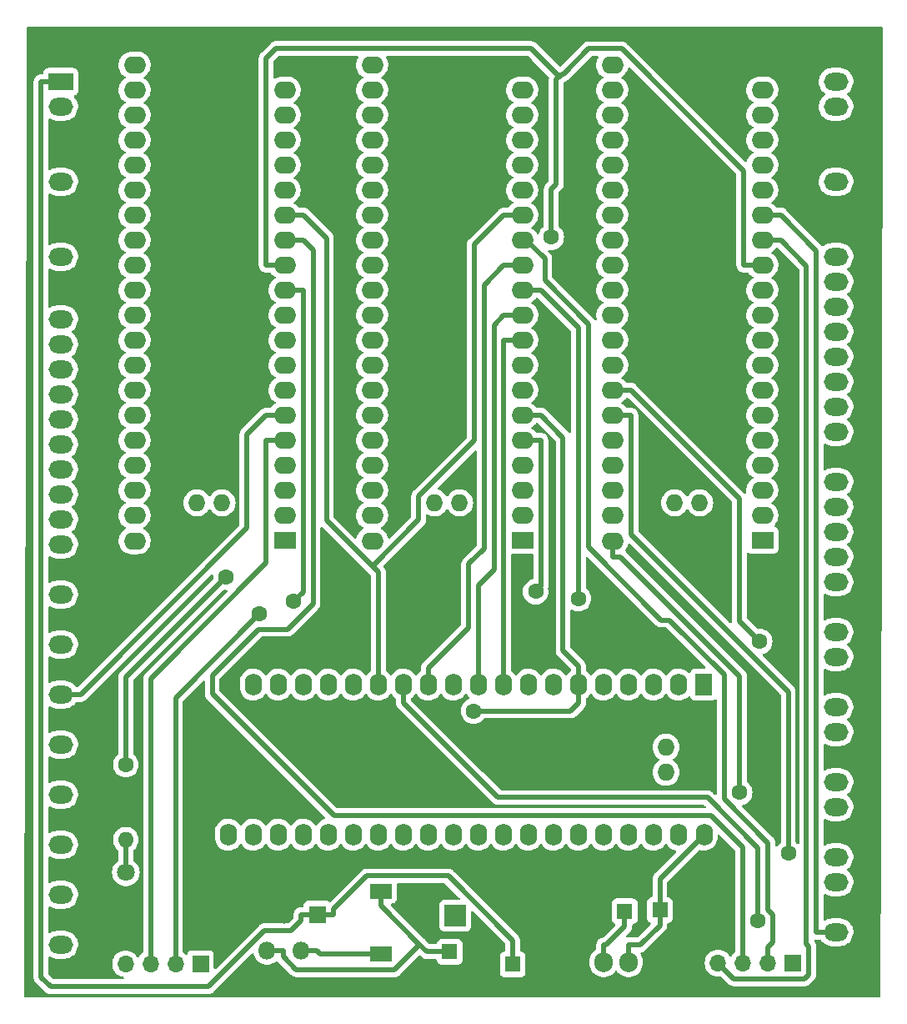
<source format=gtl>
G04 #@! TF.GenerationSoftware,KiCad,Pcbnew,7.0.11-7.0.11~ubuntu22.04.1*
G04 #@! TF.CreationDate,2024-07-25T22:24:47-03:00*
G04 #@! TF.ProjectId,Aquisicao_STM_Barramento_v01,41717569-7369-4636-916f-5f53544d5f42,V01*
G04 #@! TF.SameCoordinates,Original*
G04 #@! TF.FileFunction,Copper,L1,Top*
G04 #@! TF.FilePolarity,Positive*
%FSLAX46Y46*%
G04 Gerber Fmt 4.6, Leading zero omitted, Abs format (unit mm)*
G04 Created by KiCad (PCBNEW 7.0.11-7.0.11~ubuntu22.04.1) date 2024-07-25 22:24:47*
%MOMM*%
%LPD*%
G01*
G04 APERTURE LIST*
G04 #@! TA.AperFunction,ComponentPad*
%ADD10C,1.600000*%
G04 #@! TD*
G04 #@! TA.AperFunction,ComponentPad*
%ADD11O,1.600000X1.600000*%
G04 #@! TD*
G04 #@! TA.AperFunction,ComponentPad*
%ADD12C,1.800000*%
G04 #@! TD*
G04 #@! TA.AperFunction,ComponentPad*
%ADD13R,1.800000X1.800000*%
G04 #@! TD*
G04 #@! TA.AperFunction,ComponentPad*
%ADD14R,1.700000X1.700000*%
G04 #@! TD*
G04 #@! TA.AperFunction,ComponentPad*
%ADD15O,1.700000X1.700000*%
G04 #@! TD*
G04 #@! TA.AperFunction,ComponentPad*
%ADD16R,2.250000X1.727200*%
G04 #@! TD*
G04 #@! TA.AperFunction,ComponentPad*
%ADD17O,2.250000X1.727200*%
G04 #@! TD*
G04 #@! TA.AperFunction,ComponentPad*
%ADD18O,1.727200X1.727200*%
G04 #@! TD*
G04 #@! TA.AperFunction,ComponentPad*
%ADD19R,1.600000X1.600000*%
G04 #@! TD*
G04 #@! TA.AperFunction,ComponentPad*
%ADD20O,1.800000X1.800000*%
G04 #@! TD*
G04 #@! TA.AperFunction,ComponentPad*
%ADD21R,1.905000X2.000000*%
G04 #@! TD*
G04 #@! TA.AperFunction,ComponentPad*
%ADD22O,1.905000X2.000000*%
G04 #@! TD*
G04 #@! TA.AperFunction,ComponentPad*
%ADD23O,2.500000X1.800000*%
G04 #@! TD*
G04 #@! TA.AperFunction,ComponentPad*
%ADD24R,2.500000X1.800000*%
G04 #@! TD*
G04 #@! TA.AperFunction,ComponentPad*
%ADD25R,1.727200X2.250000*%
G04 #@! TD*
G04 #@! TA.AperFunction,ComponentPad*
%ADD26O,1.727200X2.250000*%
G04 #@! TD*
G04 #@! TA.AperFunction,ComponentPad*
%ADD27R,2.200000X2.200000*%
G04 #@! TD*
G04 #@! TA.AperFunction,ComponentPad*
%ADD28O,2.200000X2.200000*%
G04 #@! TD*
G04 #@! TA.AperFunction,SMDPad,CuDef*
%ADD29R,2.200000X1.500000*%
G04 #@! TD*
G04 #@! TA.AperFunction,ViaPad*
%ADD30C,1.600000*%
G04 #@! TD*
G04 #@! TA.AperFunction,Conductor*
%ADD31C,0.500000*%
G04 #@! TD*
G04 APERTURE END LIST*
D10*
X113284000Y-126492000D03*
D11*
X113284000Y-134112000D03*
D12*
X113284000Y-137414000D03*
D13*
X113284000Y-139954000D03*
D14*
X181050000Y-146625000D03*
D15*
X178510000Y-146625000D03*
X175970000Y-146625000D03*
X173430000Y-146625000D03*
D16*
X129420000Y-103710800D03*
D17*
X129420000Y-101170800D03*
X129420000Y-98630800D03*
X129420000Y-96090800D03*
X129420000Y-93550800D03*
X129420000Y-91010800D03*
X129420000Y-88470800D03*
X129420000Y-85930800D03*
X129420000Y-83390800D03*
X129420000Y-80850800D03*
X129420000Y-78310800D03*
X129420000Y-75770800D03*
X129420000Y-73230800D03*
X129420000Y-70690800D03*
X129420000Y-68150800D03*
X129420000Y-65610800D03*
X129420000Y-63070800D03*
X129420000Y-60530800D03*
X129420000Y-57990800D03*
X129420000Y-55450800D03*
X114180000Y-55450800D03*
X114180000Y-57990800D03*
X114180000Y-60530800D03*
X114180000Y-63070800D03*
X114180000Y-65610800D03*
X114180000Y-68150800D03*
X114180000Y-70690800D03*
X114180000Y-73230800D03*
X114180000Y-75770800D03*
X114180000Y-78310800D03*
X114180000Y-80850800D03*
X114180000Y-83390800D03*
X114180000Y-85930800D03*
X114180000Y-88470800D03*
X114180000Y-91010800D03*
X114180000Y-93550800D03*
X114180000Y-96090800D03*
X114180000Y-98630800D03*
X114180000Y-101170800D03*
X114180000Y-103761600D03*
D18*
X120520000Y-99900800D03*
X123060000Y-99900800D03*
D19*
X146180000Y-145478000D03*
D10*
X146180000Y-147978000D03*
D13*
X132736000Y-141700000D03*
D20*
X131036000Y-145400000D03*
X129336000Y-141700000D03*
X127636000Y-145400000D03*
X125936000Y-141700000D03*
D21*
X166890000Y-146550000D03*
D22*
X164350000Y-146550000D03*
X161810000Y-146550000D03*
D23*
X185420000Y-57150000D03*
X185420000Y-59690000D03*
X185420000Y-62230000D03*
X185420000Y-64770000D03*
X185420000Y-67310000D03*
X185420000Y-69850000D03*
X185420000Y-72390000D03*
X185420000Y-74930000D03*
X185420000Y-77470000D03*
X185420000Y-80010000D03*
X185420000Y-82550000D03*
X185420000Y-85090000D03*
X185420000Y-87630000D03*
X185420000Y-90170000D03*
X185420000Y-92710000D03*
X185420000Y-95250000D03*
X185420000Y-97790000D03*
X185420000Y-100330000D03*
X185420000Y-102870000D03*
X185420000Y-105410000D03*
X185420000Y-107950000D03*
X185420000Y-110490000D03*
X185420000Y-113030000D03*
X185420000Y-115570000D03*
X185420000Y-118110000D03*
X185420000Y-120650000D03*
X185420000Y-123190000D03*
X185420000Y-125730000D03*
X185420000Y-128270000D03*
X185420000Y-130810000D03*
X185420000Y-133350000D03*
X185420000Y-135890000D03*
X185420000Y-138430000D03*
X185420000Y-140970000D03*
X185420000Y-143510000D03*
D24*
X106680000Y-57150000D03*
D23*
X106680000Y-59690000D03*
X106680000Y-62230000D03*
X106680000Y-64770000D03*
X106680000Y-67310000D03*
X106680000Y-69850000D03*
X106680000Y-72390000D03*
X106680000Y-74930000D03*
X106680000Y-81280000D03*
X106680000Y-83820000D03*
X106680000Y-86360000D03*
X106680000Y-88900000D03*
X106680000Y-91440000D03*
X106680000Y-93980000D03*
X106680000Y-96520000D03*
X106680000Y-99060000D03*
X106680000Y-101600000D03*
X106680000Y-104140000D03*
X106680000Y-106680000D03*
X106680000Y-109220000D03*
X106680000Y-111760000D03*
X106680000Y-114300000D03*
X106680000Y-116840000D03*
X106680000Y-119380000D03*
X106680000Y-121920000D03*
X106680000Y-124460000D03*
X106680000Y-127000000D03*
X106680000Y-129540000D03*
X106680000Y-132080000D03*
X106680000Y-134620000D03*
X106680000Y-137160000D03*
X106680000Y-139700000D03*
X106680000Y-142240000D03*
X106680000Y-144780000D03*
X106680000Y-147320000D03*
D25*
X171958000Y-118354000D03*
D26*
X169418000Y-118354000D03*
X166878000Y-118354000D03*
X164338000Y-118354000D03*
X161798000Y-118354000D03*
X159258000Y-118354000D03*
X156718000Y-118354000D03*
X154178000Y-118354000D03*
X151638000Y-118354000D03*
X149098000Y-118354000D03*
X146558000Y-118354000D03*
X144018000Y-118354000D03*
X141478000Y-118354000D03*
X138938000Y-118354000D03*
X136398000Y-118354000D03*
X133858000Y-118354000D03*
X131318000Y-118354000D03*
X128778000Y-118354000D03*
X126238000Y-118354000D03*
X123698000Y-118354000D03*
X123698000Y-133594000D03*
X126238000Y-133594000D03*
X128778000Y-133594000D03*
X131318000Y-133594000D03*
X133858000Y-133594000D03*
X136398000Y-133594000D03*
X138938000Y-133594000D03*
X141478000Y-133594000D03*
X144018000Y-133594000D03*
X146558000Y-133594000D03*
X149098000Y-133594000D03*
X151638000Y-133594000D03*
X154178000Y-133594000D03*
X156718000Y-133594000D03*
X159258000Y-133594000D03*
X161798000Y-133594000D03*
X164338000Y-133594000D03*
X166878000Y-133594000D03*
X169418000Y-133594000D03*
X172008800Y-133594000D03*
D18*
X168148000Y-127254000D03*
X168148000Y-124714000D03*
D19*
X167521100Y-141250000D03*
D10*
X170021100Y-141250000D03*
D27*
X146754000Y-141833000D03*
D28*
X156914000Y-141833000D03*
D19*
X152574900Y-146750000D03*
D10*
X155074900Y-146750000D03*
D16*
X177934000Y-103710800D03*
D17*
X177934000Y-101170800D03*
X177934000Y-98630800D03*
X177934000Y-96090800D03*
X177934000Y-93550800D03*
X177934000Y-91010800D03*
X177934000Y-88470800D03*
X177934000Y-85930800D03*
X177934000Y-83390800D03*
X177934000Y-80850800D03*
X177934000Y-78310800D03*
X177934000Y-75770800D03*
X177934000Y-73230800D03*
X177934000Y-70690800D03*
X177934000Y-68150800D03*
X177934000Y-65610800D03*
X177934000Y-63070800D03*
X177934000Y-60530800D03*
X177934000Y-57990800D03*
X177934000Y-55450800D03*
X162694000Y-55450800D03*
X162694000Y-57990800D03*
X162694000Y-60530800D03*
X162694000Y-63070800D03*
X162694000Y-65610800D03*
X162694000Y-68150800D03*
X162694000Y-70690800D03*
X162694000Y-73230800D03*
X162694000Y-75770800D03*
X162694000Y-78310800D03*
X162694000Y-80850800D03*
X162694000Y-83390800D03*
X162694000Y-85930800D03*
X162694000Y-88470800D03*
X162694000Y-91010800D03*
X162694000Y-93550800D03*
X162694000Y-96090800D03*
X162694000Y-98630800D03*
X162694000Y-101170800D03*
X162694000Y-103761600D03*
D18*
X169034000Y-99900800D03*
X171574000Y-99900800D03*
D19*
X163955000Y-141378000D03*
D10*
X161455000Y-141378000D03*
D29*
X139211000Y-145725000D03*
X139211000Y-139325000D03*
D14*
X120870000Y-146700000D03*
D15*
X118330000Y-146700000D03*
X115790000Y-146700000D03*
X113250000Y-146700000D03*
D16*
X153550000Y-103710800D03*
D17*
X153550000Y-101170800D03*
X153550000Y-98630800D03*
X153550000Y-96090800D03*
X153550000Y-93550800D03*
X153550000Y-91010800D03*
X153550000Y-88470800D03*
X153550000Y-85930800D03*
X153550000Y-83390800D03*
X153550000Y-80850800D03*
X153550000Y-78310800D03*
X153550000Y-75770800D03*
X153550000Y-73230800D03*
X153550000Y-70690800D03*
X153550000Y-68150800D03*
X153550000Y-65610800D03*
X153550000Y-63070800D03*
X153550000Y-60530800D03*
X153550000Y-57990800D03*
X153550000Y-55450800D03*
X138310000Y-55450800D03*
X138310000Y-57990800D03*
X138310000Y-60530800D03*
X138310000Y-63070800D03*
X138310000Y-65610800D03*
X138310000Y-68150800D03*
X138310000Y-70690800D03*
X138310000Y-73230800D03*
X138310000Y-75770800D03*
X138310000Y-78310800D03*
X138310000Y-80850800D03*
X138310000Y-83390800D03*
X138310000Y-85930800D03*
X138310000Y-88470800D03*
X138310000Y-91010800D03*
X138310000Y-93550800D03*
X138310000Y-96090800D03*
X138310000Y-98630800D03*
X138310000Y-101170800D03*
X138310000Y-103761600D03*
D18*
X144650000Y-99900800D03*
X147190000Y-99900800D03*
D30*
X123444000Y-107442000D03*
X175618600Y-129325700D03*
X173100000Y-107200000D03*
X172700000Y-90600000D03*
X163300000Y-126900000D03*
X157300000Y-85900000D03*
X142500000Y-96000000D03*
X166000000Y-114500000D03*
X118400000Y-96100000D03*
X169200000Y-62300000D03*
X171900000Y-59400000D03*
X153700000Y-111500000D03*
X153900000Y-124300000D03*
X144700000Y-66500000D03*
X143100000Y-111300000D03*
X158800000Y-64900000D03*
X145300000Y-85600000D03*
X178900000Y-128200000D03*
X179900000Y-109800000D03*
X170300000Y-96500000D03*
X145100000Y-104300000D03*
X158800000Y-75700000D03*
X148594800Y-121038100D03*
X177649700Y-113976500D03*
X180563600Y-135470900D03*
X156484300Y-72928900D03*
X159239700Y-109627200D03*
X130300300Y-109934800D03*
X154902300Y-108920200D03*
X126835700Y-111185600D03*
X177463500Y-142346100D03*
D31*
X113284000Y-134112000D02*
X113284000Y-137414000D01*
X113284000Y-117602000D02*
X123444000Y-107442000D01*
X113284000Y-126492000D02*
X113284000Y-117602000D01*
X140570200Y-147307900D02*
X130596900Y-147307900D01*
X130596900Y-147307900D02*
X129287900Y-145998900D01*
X143131100Y-144747000D02*
X143862100Y-145478000D01*
X161810000Y-146550000D02*
X161810000Y-144798100D01*
X163955000Y-141378000D02*
X163955000Y-142929900D01*
X162086800Y-144798100D02*
X163955000Y-142929900D01*
X146180000Y-145478000D02*
X144628100Y-145478000D01*
X127636000Y-145400000D02*
X129287900Y-145400000D01*
X161810000Y-144798100D02*
X162086800Y-144798100D01*
X129287900Y-145998900D02*
X129287900Y-145400000D01*
X139211000Y-140826900D02*
X143131100Y-144747000D01*
X139211000Y-139325000D02*
X139211000Y-140826900D01*
X143862100Y-145478000D02*
X144628100Y-145478000D01*
X143131100Y-144747000D02*
X140570200Y-147307900D01*
X163508400Y-105377100D02*
X162694000Y-105377100D01*
X167521100Y-141250000D02*
X167521100Y-138081700D01*
X164350000Y-146550000D02*
X164350000Y-144798100D01*
X167521100Y-142801900D02*
X165524900Y-144798100D01*
X167521100Y-141757500D02*
X167521100Y-141250000D01*
X167521100Y-141757500D02*
X167521100Y-142801900D01*
X165524900Y-144798100D02*
X164350000Y-144798100D01*
X167521100Y-138081700D02*
X172008800Y-133594000D01*
X175618600Y-129325700D02*
X175618600Y-117487300D01*
X162694000Y-103761600D02*
X162694000Y-105377100D01*
X175618600Y-117487300D02*
X163508400Y-105377100D01*
X185532900Y-71501900D02*
X185420000Y-71501900D01*
X168594400Y-146550000D02*
X170021100Y-145123300D01*
X187506200Y-73475200D02*
X186421000Y-72390000D01*
X185420000Y-72390000D02*
X186421000Y-72390000D01*
X187506200Y-95164000D02*
X187506200Y-73475200D01*
X187420200Y-95250000D02*
X187506200Y-95164000D01*
X187421900Y-125730000D02*
X187421900Y-133350000D01*
X106680000Y-72390000D02*
X106680000Y-69850000D01*
X185420000Y-125730000D02*
X187421900Y-125730000D01*
X185420000Y-133350000D02*
X187421900Y-133350000D01*
X187421900Y-140970000D02*
X187421900Y-133350000D01*
X187421900Y-118110000D02*
X187421900Y-125730000D01*
X187171000Y-95250000D02*
X187420200Y-95250000D01*
X106680000Y-64770000D02*
X106680000Y-62230000D01*
X185420000Y-69850000D02*
X185420000Y-71501900D01*
X187420200Y-95250000D02*
X187421900Y-95251700D01*
X187421900Y-118110000D02*
X187421900Y-110490000D01*
X185420000Y-95250000D02*
X187171000Y-95250000D01*
X166890000Y-146550000D02*
X168594400Y-146550000D01*
X156914000Y-141833000D02*
X156914000Y-143684900D01*
X185420000Y-140970000D02*
X187421900Y-140970000D01*
X186421000Y-72390000D02*
X185532900Y-71501900D01*
X187421900Y-95251700D02*
X187421900Y-110490000D01*
X185420000Y-118110000D02*
X187421900Y-118110000D01*
X185420000Y-110490000D02*
X187421900Y-110490000D01*
X155074900Y-145524000D02*
X155074900Y-146750000D01*
X156914000Y-143684900D02*
X155074900Y-145524000D01*
X170021100Y-145123300D02*
X170021100Y-141250000D01*
X159258000Y-118354000D02*
X159258000Y-120230900D01*
X125579800Y-102482100D02*
X108681900Y-119380000D01*
X157687800Y-114906900D02*
X159258000Y-116477100D01*
X153550000Y-91010800D02*
X155426900Y-91010800D01*
X129420000Y-91010800D02*
X127543100Y-91010800D01*
X157687800Y-93271700D02*
X157687800Y-114906900D01*
X158450800Y-121038100D02*
X148594800Y-121038100D01*
X159258000Y-118354000D02*
X159258000Y-116477100D01*
X106680000Y-119380000D02*
X108681900Y-119380000D01*
X155426900Y-91010800D02*
X157687800Y-93271700D01*
X127543100Y-91010800D02*
X125579800Y-92974100D01*
X125579800Y-92974100D02*
X125579800Y-102482100D01*
X159258000Y-120230900D02*
X158450800Y-121038100D01*
X151673100Y-116442000D02*
X151673100Y-83390800D01*
X151638000Y-118354000D02*
X151638000Y-116477100D01*
X151638000Y-116477100D02*
X151673100Y-116442000D01*
X153550000Y-83390800D02*
X151673100Y-83390800D01*
X133012900Y-145725000D02*
X132687900Y-145400000D01*
X139211000Y-145725000D02*
X133012900Y-145725000D01*
X131036000Y-145400000D02*
X132687900Y-145400000D01*
X175586200Y-99486100D02*
X175586200Y-111913000D01*
X164570900Y-88470800D02*
X175586200Y-99486100D01*
X162694000Y-88470800D02*
X164570900Y-88470800D01*
X175586200Y-111913000D02*
X177649700Y-113976500D01*
X162694000Y-91010800D02*
X164570900Y-91010800D01*
X164570900Y-103094600D02*
X180563600Y-119087300D01*
X180563600Y-119087300D02*
X180563600Y-135470900D01*
X164570900Y-91010800D02*
X164570900Y-103094600D01*
X131084100Y-142319600D02*
X130051800Y-143351900D01*
X132736000Y-141700000D02*
X134387900Y-141700000D01*
X127348000Y-143351900D02*
X121674100Y-149025800D01*
X105631200Y-149025800D02*
X104678100Y-148072700D01*
X106680000Y-57150000D02*
X104678100Y-57150000D01*
X134387900Y-141183800D02*
X134387900Y-141700000D01*
X152574900Y-146750000D02*
X152574900Y-144346100D01*
X146024500Y-137795700D02*
X137776000Y-137795700D01*
X132736000Y-141700000D02*
X131084100Y-141700000D01*
X121674100Y-149025800D02*
X105631200Y-149025800D01*
X131084100Y-141700000D02*
X131084100Y-142319600D01*
X104678100Y-148072700D02*
X104678100Y-57150000D01*
X137776000Y-137795700D02*
X134387900Y-141183800D01*
X130051800Y-143351900D02*
X127348000Y-143351900D01*
X152574900Y-144346100D02*
X146024500Y-137795700D01*
X151673100Y-70690800D02*
X148669300Y-73694600D01*
X177934000Y-70690800D02*
X179810900Y-70690800D01*
X129420000Y-70690800D02*
X131296900Y-70690800D01*
X183418100Y-74298000D02*
X179810900Y-70690800D01*
X153550000Y-70690800D02*
X151673100Y-70690800D01*
X138938000Y-118354000D02*
X138938000Y-106973300D01*
X143036400Y-101641000D02*
X138321100Y-106356300D01*
X183418100Y-143510000D02*
X183418100Y-74298000D01*
X138938000Y-106973300D02*
X138321100Y-106356300D01*
X148669300Y-93599524D02*
X143036400Y-99232424D01*
X143036400Y-99232424D02*
X143036400Y-101641000D01*
X138321100Y-106356300D02*
X133659500Y-101694800D01*
X185420000Y-143510000D02*
X183418100Y-143510000D01*
X148669300Y-73694600D02*
X148669300Y-93599524D01*
X133659500Y-101694800D02*
X133659500Y-73053400D01*
X133659500Y-73053400D02*
X131296900Y-70690800D01*
X128544200Y-53779500D02*
X127543100Y-54780600D01*
X176057100Y-66231100D02*
X163623700Y-53797700D01*
X153550000Y-75770800D02*
X151673100Y-75770800D01*
X160294300Y-53797700D02*
X157712400Y-56379600D01*
X156484300Y-68053500D02*
X156484300Y-72928900D01*
X154450200Y-53779500D02*
X128544200Y-53779500D01*
X144018000Y-116682000D02*
X144018000Y-118354000D01*
X157000400Y-56922400D02*
X157000400Y-67537400D01*
X157296800Y-56626000D02*
X157000400Y-56922400D01*
X163623700Y-53797700D02*
X160294300Y-53797700D01*
X157712400Y-56379600D02*
X157543200Y-56379600D01*
X149669300Y-77774600D02*
X149669300Y-104556000D01*
X148098000Y-106127300D02*
X148098000Y-112602000D01*
X149669300Y-104556000D02*
X148098000Y-106127300D01*
X148098000Y-112602000D02*
X144018000Y-116682000D01*
X177934000Y-75770800D02*
X176057100Y-75770800D01*
X127543100Y-54780600D02*
X127543100Y-75770800D01*
X157296800Y-56626000D02*
X154450200Y-53779500D01*
X157543200Y-56379600D02*
X157296800Y-56626000D01*
X129420000Y-75770800D02*
X127543100Y-75770800D01*
X176057100Y-75770800D02*
X176057100Y-66231100D01*
X151673100Y-75770800D02*
X149669300Y-77774600D01*
X157000400Y-67537400D02*
X156484300Y-68053500D01*
X131296900Y-108938200D02*
X130300300Y-109934800D01*
X129420000Y-78310800D02*
X131296900Y-78310800D01*
X155426900Y-78310800D02*
X159239700Y-82123600D01*
X131296900Y-78310800D02*
X131296900Y-108938200D01*
X159239700Y-82123600D02*
X159239700Y-109627200D01*
X153550000Y-78310800D02*
X155426900Y-78310800D01*
X153550000Y-80850800D02*
X151673100Y-80850800D01*
X149098000Y-118354000D02*
X149098000Y-108253800D01*
X150671200Y-106680600D02*
X150671200Y-81852700D01*
X150671200Y-81852700D02*
X151673100Y-80850800D01*
X149098000Y-108253800D02*
X150671200Y-106680600D01*
X129420000Y-93550800D02*
X127543100Y-93550800D01*
X127543100Y-106040900D02*
X115790000Y-117794000D01*
X127543100Y-93550800D02*
X127543100Y-106040900D01*
X115790000Y-117794000D02*
X115790000Y-146700000D01*
X118330000Y-119691300D02*
X126835700Y-111185600D01*
X155426900Y-93550800D02*
X155426900Y-108395600D01*
X155426900Y-108395600D02*
X154902300Y-108920200D01*
X118330000Y-146700000D02*
X118330000Y-119691300D01*
X153550000Y-93550800D02*
X155426900Y-93550800D01*
X151079900Y-129832800D02*
X141478000Y-120230900D01*
X177463500Y-134947800D02*
X172348500Y-129832800D01*
X172348500Y-129832800D02*
X151079900Y-129832800D01*
X141478000Y-118354000D02*
X141478000Y-120230900D01*
X177463500Y-142346100D02*
X177463500Y-134947800D01*
X153550000Y-73230800D02*
X153930800Y-73230800D01*
X179015400Y-141703200D02*
X179015400Y-144517700D01*
X160286100Y-81755786D02*
X160286100Y-104435000D01*
X155841113Y-75141113D02*
X155841113Y-77310799D01*
X178510100Y-141197900D02*
X179015400Y-141703200D01*
X167655800Y-111804700D02*
X168489700Y-111804700D01*
X160286100Y-104435000D02*
X167655800Y-111804700D01*
X178510100Y-134434100D02*
X178510100Y-141197900D01*
X179015400Y-144517700D02*
X178510000Y-145023100D01*
X174066700Y-117381700D02*
X174066700Y-129990700D01*
X174066700Y-129990700D02*
X178510100Y-134434100D01*
X153930800Y-73230800D02*
X155841113Y-75141113D01*
X155841113Y-77310799D02*
X160286100Y-81755786D01*
X178510000Y-145023100D02*
X178510000Y-146625000D01*
X168489700Y-111804700D02*
X174066700Y-117381700D01*
X129420000Y-73230800D02*
X131296900Y-73230800D01*
X122056700Y-119300900D02*
X134418700Y-131662900D01*
X175911600Y-144964700D02*
X175970000Y-145023100D01*
X175970000Y-146625000D02*
X175970000Y-145023100D01*
X175911600Y-134886300D02*
X175911600Y-144964700D01*
X131296900Y-73230800D02*
X132298800Y-74232700D01*
X126759700Y-112746300D02*
X122056700Y-117449300D01*
X132298800Y-74232700D02*
X132298800Y-110131100D01*
X122056700Y-117449300D02*
X122056700Y-119300900D01*
X172688200Y-131662900D02*
X175911600Y-134886300D01*
X134418700Y-131662900D02*
X172688200Y-131662900D01*
X132298800Y-110131100D02*
X129683600Y-112746300D01*
X129683600Y-112746300D02*
X126759700Y-112746300D01*
X179810900Y-73230800D02*
X182418100Y-75838000D01*
X182651900Y-144951200D02*
X182651900Y-147788300D01*
X182651900Y-147788300D02*
X182213300Y-148226900D01*
X175031900Y-148226900D02*
X173430000Y-146625000D01*
X177934000Y-73230800D02*
X179810900Y-73230800D01*
X182213300Y-148226900D02*
X175031900Y-148226900D01*
X182418100Y-75838000D02*
X182418100Y-144717400D01*
X182418100Y-144717400D02*
X182651900Y-144951200D01*
G04 #@! TA.AperFunction,Conductor*
G36*
X122072486Y-107153293D02*
G01*
X122128419Y-107195165D01*
X122152836Y-107260629D01*
X122152680Y-107280282D01*
X122138532Y-107441997D01*
X122138532Y-107442003D01*
X122153129Y-107608861D01*
X122139362Y-107677360D01*
X122117282Y-107707348D01*
X112798358Y-117026272D01*
X112784729Y-117038051D01*
X112765469Y-117052390D01*
X112733632Y-117090331D01*
X112726346Y-117098284D01*
X112722407Y-117102224D01*
X112703176Y-117126545D01*
X112700902Y-117129337D01*
X112652694Y-117186790D01*
X112648729Y-117192819D01*
X112648682Y-117192788D01*
X112644630Y-117199147D01*
X112644679Y-117199177D01*
X112640889Y-117205321D01*
X112609192Y-117273294D01*
X112607623Y-117276536D01*
X112573957Y-117343572D01*
X112571488Y-117350357D01*
X112571432Y-117350336D01*
X112568960Y-117357450D01*
X112569015Y-117357469D01*
X112566743Y-117364325D01*
X112551573Y-117437788D01*
X112550793Y-117441304D01*
X112533499Y-117514279D01*
X112532661Y-117521454D01*
X112532601Y-117521447D01*
X112531835Y-117528945D01*
X112531895Y-117528951D01*
X112531265Y-117536140D01*
X112533448Y-117611128D01*
X112533500Y-117614735D01*
X112533500Y-125365336D01*
X112513815Y-125432375D01*
X112480625Y-125466910D01*
X112444863Y-125491951D01*
X112283951Y-125652862D01*
X112153432Y-125839265D01*
X112153431Y-125839267D01*
X112057261Y-126045502D01*
X112057258Y-126045511D01*
X111998366Y-126265302D01*
X111998364Y-126265313D01*
X111978532Y-126491998D01*
X111978532Y-126492001D01*
X111998364Y-126718686D01*
X111998366Y-126718697D01*
X112057258Y-126938488D01*
X112057261Y-126938497D01*
X112153431Y-127144732D01*
X112153432Y-127144734D01*
X112283954Y-127331141D01*
X112444858Y-127492045D01*
X112444861Y-127492047D01*
X112631266Y-127622568D01*
X112837504Y-127718739D01*
X113057308Y-127777635D01*
X113219230Y-127791801D01*
X113283998Y-127797468D01*
X113284000Y-127797468D01*
X113284002Y-127797468D01*
X113340673Y-127792509D01*
X113510692Y-127777635D01*
X113730496Y-127718739D01*
X113936734Y-127622568D01*
X114123139Y-127492047D01*
X114284047Y-127331139D01*
X114414568Y-127144734D01*
X114510739Y-126938496D01*
X114569635Y-126718692D01*
X114589468Y-126492000D01*
X114569635Y-126265308D01*
X114510739Y-126045504D01*
X114414568Y-125839266D01*
X114331783Y-125721036D01*
X114284048Y-125652862D01*
X114255709Y-125624523D01*
X114123139Y-125491953D01*
X114118373Y-125488615D01*
X114087375Y-125466910D01*
X114043751Y-125412332D01*
X114034500Y-125365336D01*
X114034500Y-117964229D01*
X114054185Y-117897190D01*
X114070814Y-117876553D01*
X123178652Y-108768714D01*
X123239973Y-108735231D01*
X123277135Y-108732869D01*
X123444000Y-108747468D01*
X123467523Y-108745409D01*
X123536020Y-108759173D01*
X123586204Y-108807787D01*
X123602140Y-108875815D01*
X123578767Y-108941659D01*
X123566012Y-108956618D01*
X115304358Y-117218272D01*
X115290729Y-117230051D01*
X115271469Y-117244390D01*
X115239632Y-117282331D01*
X115232346Y-117290284D01*
X115228407Y-117294224D01*
X115209176Y-117318545D01*
X115206902Y-117321337D01*
X115158694Y-117378790D01*
X115154729Y-117384819D01*
X115154682Y-117384788D01*
X115150630Y-117391147D01*
X115150679Y-117391177D01*
X115146889Y-117397321D01*
X115115192Y-117465294D01*
X115113623Y-117468536D01*
X115079957Y-117535572D01*
X115077488Y-117542357D01*
X115077432Y-117542336D01*
X115074960Y-117549450D01*
X115075015Y-117549469D01*
X115072743Y-117556325D01*
X115057573Y-117629788D01*
X115056793Y-117633304D01*
X115039499Y-117706279D01*
X115038661Y-117713454D01*
X115038601Y-117713447D01*
X115037835Y-117720945D01*
X115037895Y-117720951D01*
X115037265Y-117728140D01*
X115039448Y-117803128D01*
X115039500Y-117806735D01*
X115039500Y-145512298D01*
X115019815Y-145579337D01*
X114986625Y-145613872D01*
X114918595Y-145661507D01*
X114751505Y-145828597D01*
X114621575Y-146014158D01*
X114566998Y-146057783D01*
X114497500Y-146064977D01*
X114435145Y-146033454D01*
X114418425Y-146014158D01*
X114288494Y-145828597D01*
X114121402Y-145661506D01*
X114121395Y-145661501D01*
X114121309Y-145661441D01*
X114044518Y-145607671D01*
X113927834Y-145525967D01*
X113927830Y-145525965D01*
X113908491Y-145516947D01*
X113713663Y-145426097D01*
X113713659Y-145426096D01*
X113713655Y-145426094D01*
X113485413Y-145364938D01*
X113485403Y-145364936D01*
X113250001Y-145344341D01*
X113249999Y-145344341D01*
X113014596Y-145364936D01*
X113014586Y-145364938D01*
X112786344Y-145426094D01*
X112786335Y-145426098D01*
X112572171Y-145525964D01*
X112572169Y-145525965D01*
X112378597Y-145661505D01*
X112211505Y-145828597D01*
X112075965Y-146022169D01*
X112075964Y-146022171D01*
X111995253Y-146195257D01*
X111979752Y-146228500D01*
X111976098Y-146236335D01*
X111976094Y-146236344D01*
X111914938Y-146464586D01*
X111914936Y-146464596D01*
X111894341Y-146699999D01*
X111894341Y-146700000D01*
X111914936Y-146935403D01*
X111914938Y-146935413D01*
X111976094Y-147163655D01*
X111976096Y-147163659D01*
X111976097Y-147163663D01*
X112035672Y-147291422D01*
X112075965Y-147377830D01*
X112075967Y-147377834D01*
X112156614Y-147493009D01*
X112211505Y-147571401D01*
X112378599Y-147738495D01*
X112457203Y-147793534D01*
X112572165Y-147874032D01*
X112572167Y-147874033D01*
X112572170Y-147874035D01*
X112786337Y-147973903D01*
X112786343Y-147973904D01*
X112786344Y-147973905D01*
X113001388Y-148031525D01*
X113061049Y-148067890D01*
X113091578Y-148130737D01*
X113083284Y-148200112D01*
X113038798Y-148253990D01*
X112972247Y-148275265D01*
X112969295Y-148275300D01*
X105993429Y-148275300D01*
X105926390Y-148255615D01*
X105905748Y-148238981D01*
X105464919Y-147798151D01*
X105431434Y-147736828D01*
X105428600Y-147710470D01*
X105428600Y-146091967D01*
X105448285Y-146024928D01*
X105501089Y-145979173D01*
X105570247Y-145969229D01*
X105613074Y-145983713D01*
X105654896Y-146007077D01*
X105751040Y-146060787D01*
X105751041Y-146060787D01*
X105751046Y-146060790D01*
X105921771Y-146121111D01*
X105975829Y-146140211D01*
X106210790Y-146180499D01*
X106210798Y-146180499D01*
X106210800Y-146180500D01*
X106210801Y-146180500D01*
X107089496Y-146180500D01*
X107089497Y-146180500D01*
X107089498Y-146180499D01*
X107089515Y-146180499D01*
X107267536Y-146165347D01*
X107267539Y-146165346D01*
X107267541Y-146165346D01*
X107498249Y-146105275D01*
X107666777Y-146029095D01*
X107715480Y-146007080D01*
X107715481Y-146007078D01*
X107715486Y-146007077D01*
X107879759Y-145896048D01*
X107912993Y-145873586D01*
X107912994Y-145873584D01*
X107913003Y-145873579D01*
X108085118Y-145708621D01*
X108226879Y-145516947D01*
X108334207Y-145304074D01*
X108404016Y-145076123D01*
X108434298Y-144839654D01*
X108432245Y-144791335D01*
X108427727Y-144684959D01*
X108424180Y-144601468D01*
X108423487Y-144598254D01*
X108373954Y-144368419D01*
X108349644Y-144307922D01*
X108285064Y-144147210D01*
X108160069Y-143944205D01*
X108002564Y-143765245D01*
X107817080Y-143615477D01*
X107672924Y-143534946D01*
X107608955Y-143499210D01*
X107384170Y-143419788D01*
X107149209Y-143379500D01*
X107149200Y-143379500D01*
X106270503Y-143379500D01*
X106270484Y-143379500D01*
X106092463Y-143394652D01*
X105861751Y-143454724D01*
X105644519Y-143552919D01*
X105644513Y-143552922D01*
X105622036Y-143568115D01*
X105555470Y-143589346D01*
X105487993Y-143571218D01*
X105441028Y-143519487D01*
X105428600Y-143465379D01*
X105428600Y-141011967D01*
X105448285Y-140944928D01*
X105501089Y-140899173D01*
X105570247Y-140889229D01*
X105613074Y-140903713D01*
X105654896Y-140927077D01*
X105751040Y-140980787D01*
X105751041Y-140980787D01*
X105751046Y-140980790D01*
X105975829Y-141060211D01*
X106210790Y-141100499D01*
X106210798Y-141100499D01*
X106210800Y-141100500D01*
X106210801Y-141100500D01*
X107089496Y-141100500D01*
X107089497Y-141100500D01*
X107089498Y-141100499D01*
X107089515Y-141100499D01*
X107267536Y-141085347D01*
X107267539Y-141085346D01*
X107267541Y-141085346D01*
X107498249Y-141025275D01*
X107674356Y-140945669D01*
X107715480Y-140927080D01*
X107715481Y-140927078D01*
X107715486Y-140927077D01*
X107913003Y-140793579D01*
X108085118Y-140628621D01*
X108226879Y-140436947D01*
X108334207Y-140224074D01*
X108404016Y-139996123D01*
X108434298Y-139759654D01*
X108424180Y-139521468D01*
X108373954Y-139288419D01*
X108285064Y-139067210D01*
X108160069Y-138864205D01*
X108002564Y-138685245D01*
X107817080Y-138535477D01*
X107703130Y-138471820D01*
X107608955Y-138419210D01*
X107384170Y-138339788D01*
X107149209Y-138299500D01*
X107149200Y-138299500D01*
X106270503Y-138299500D01*
X106270484Y-138299500D01*
X106092463Y-138314652D01*
X105861751Y-138374724D01*
X105644519Y-138472919D01*
X105644513Y-138472922D01*
X105622036Y-138488115D01*
X105555470Y-138509346D01*
X105487993Y-138491218D01*
X105441028Y-138439487D01*
X105428600Y-138385379D01*
X105428600Y-137414006D01*
X111878700Y-137414006D01*
X111897864Y-137645297D01*
X111897866Y-137645308D01*
X111954842Y-137870300D01*
X112048075Y-138082848D01*
X112175016Y-138277147D01*
X112175019Y-138277151D01*
X112175021Y-138277153D01*
X112332216Y-138447913D01*
X112332219Y-138447915D01*
X112332222Y-138447918D01*
X112515365Y-138590464D01*
X112515371Y-138590468D01*
X112515374Y-138590470D01*
X112719497Y-138700936D01*
X112833487Y-138740068D01*
X112939015Y-138776297D01*
X112939017Y-138776297D01*
X112939019Y-138776298D01*
X113167951Y-138814500D01*
X113167952Y-138814500D01*
X113400048Y-138814500D01*
X113400049Y-138814500D01*
X113628981Y-138776298D01*
X113848503Y-138700936D01*
X114052626Y-138590470D01*
X114062842Y-138582519D01*
X114123283Y-138535476D01*
X114235784Y-138447913D01*
X114392979Y-138277153D01*
X114519924Y-138082849D01*
X114613157Y-137870300D01*
X114670134Y-137645305D01*
X114670135Y-137645297D01*
X114689300Y-137414006D01*
X114689300Y-137413993D01*
X114670135Y-137182702D01*
X114670133Y-137182691D01*
X114613157Y-136957699D01*
X114519924Y-136745151D01*
X114392983Y-136550852D01*
X114392980Y-136550849D01*
X114392979Y-136550847D01*
X114235784Y-136380087D01*
X114145786Y-136310039D01*
X114082337Y-136260654D01*
X114041524Y-136203944D01*
X114034500Y-136162801D01*
X114034500Y-135238662D01*
X114054185Y-135171623D01*
X114087379Y-135137086D01*
X114103627Y-135125709D01*
X114123139Y-135112047D01*
X114284047Y-134951139D01*
X114414568Y-134764734D01*
X114510739Y-134558496D01*
X114569635Y-134338692D01*
X114589468Y-134112000D01*
X114587260Y-134086768D01*
X114576646Y-133965442D01*
X114569635Y-133885308D01*
X114510739Y-133665504D01*
X114414568Y-133459266D01*
X114299356Y-133294725D01*
X114284045Y-133272858D01*
X114123141Y-133111954D01*
X113936734Y-132981432D01*
X113936732Y-132981431D01*
X113730497Y-132885261D01*
X113730488Y-132885258D01*
X113510697Y-132826366D01*
X113510693Y-132826365D01*
X113510692Y-132826365D01*
X113510691Y-132826364D01*
X113510686Y-132826364D01*
X113284002Y-132806532D01*
X113283998Y-132806532D01*
X113057313Y-132826364D01*
X113057302Y-132826366D01*
X112837511Y-132885258D01*
X112837502Y-132885261D01*
X112631267Y-132981431D01*
X112631265Y-132981432D01*
X112444858Y-133111954D01*
X112283954Y-133272858D01*
X112153432Y-133459265D01*
X112153431Y-133459267D01*
X112057261Y-133665502D01*
X112057258Y-133665511D01*
X111998366Y-133885302D01*
X111998364Y-133885313D01*
X111978532Y-134111998D01*
X111978532Y-134112001D01*
X111998364Y-134338686D01*
X111998366Y-134338697D01*
X112057258Y-134558488D01*
X112057261Y-134558497D01*
X112153431Y-134764732D01*
X112153432Y-134764734D01*
X112283954Y-134951141D01*
X112444859Y-135112046D01*
X112480621Y-135137086D01*
X112524247Y-135191662D01*
X112533500Y-135238662D01*
X112533500Y-136162801D01*
X112513815Y-136229840D01*
X112485663Y-136260654D01*
X112332218Y-136380085D01*
X112175016Y-136550852D01*
X112048075Y-136745151D01*
X111954842Y-136957699D01*
X111897866Y-137182691D01*
X111897864Y-137182702D01*
X111878700Y-137413993D01*
X111878700Y-137414006D01*
X105428600Y-137414006D01*
X105428600Y-135931967D01*
X105448285Y-135864928D01*
X105501089Y-135819173D01*
X105570247Y-135809229D01*
X105613074Y-135823713D01*
X105654896Y-135847077D01*
X105751040Y-135900787D01*
X105751041Y-135900787D01*
X105751046Y-135900790D01*
X105975829Y-135980211D01*
X106210790Y-136020499D01*
X106210798Y-136020499D01*
X106210800Y-136020500D01*
X106210801Y-136020500D01*
X107089496Y-136020500D01*
X107089497Y-136020500D01*
X107089498Y-136020499D01*
X107089515Y-136020499D01*
X107267536Y-136005347D01*
X107267539Y-136005346D01*
X107267541Y-136005346D01*
X107498249Y-135945275D01*
X107630973Y-135885279D01*
X107715480Y-135847080D01*
X107715481Y-135847078D01*
X107715486Y-135847077D01*
X107913003Y-135713579D01*
X108085118Y-135548621D01*
X108226879Y-135356947D01*
X108334207Y-135144074D01*
X108404016Y-134916123D01*
X108434298Y-134679654D01*
X108424180Y-134441468D01*
X108416693Y-134406730D01*
X108373954Y-134208419D01*
X108364932Y-134185967D01*
X108285064Y-133987210D01*
X108160069Y-133784205D01*
X108002564Y-133605245D01*
X107817080Y-133455477D01*
X107703130Y-133391820D01*
X107608955Y-133339210D01*
X107384170Y-133259788D01*
X107149209Y-133219500D01*
X107149200Y-133219500D01*
X106270503Y-133219500D01*
X106270484Y-133219500D01*
X106092463Y-133234652D01*
X105861751Y-133294724D01*
X105644519Y-133392919D01*
X105644513Y-133392922D01*
X105622036Y-133408115D01*
X105555470Y-133429346D01*
X105487993Y-133411218D01*
X105441028Y-133359487D01*
X105428600Y-133305379D01*
X105428600Y-130851967D01*
X105448285Y-130784928D01*
X105501089Y-130739173D01*
X105570247Y-130729229D01*
X105613074Y-130743713D01*
X105654896Y-130767077D01*
X105751040Y-130820787D01*
X105751041Y-130820787D01*
X105751046Y-130820790D01*
X105975829Y-130900211D01*
X106210790Y-130940499D01*
X106210798Y-130940499D01*
X106210800Y-130940500D01*
X106210801Y-130940500D01*
X107089496Y-130940500D01*
X107089497Y-130940500D01*
X107089498Y-130940499D01*
X107089515Y-130940499D01*
X107267536Y-130925347D01*
X107267539Y-130925346D01*
X107267541Y-130925346D01*
X107498249Y-130865275D01*
X107630973Y-130805279D01*
X107715480Y-130767080D01*
X107715481Y-130767078D01*
X107715486Y-130767077D01*
X107859434Y-130669784D01*
X107912993Y-130633586D01*
X107912994Y-130633584D01*
X107913003Y-130633579D01*
X108085118Y-130468621D01*
X108226879Y-130276947D01*
X108334207Y-130064074D01*
X108404016Y-129836123D01*
X108434298Y-129599654D01*
X108424180Y-129361468D01*
X108416471Y-129325700D01*
X108373954Y-129128419D01*
X108355401Y-129082248D01*
X108285064Y-128907210D01*
X108160069Y-128704205D01*
X108002564Y-128525245D01*
X107817080Y-128375477D01*
X107680589Y-128299228D01*
X107608955Y-128259210D01*
X107384170Y-128179788D01*
X107149209Y-128139500D01*
X107149200Y-128139500D01*
X106270503Y-128139500D01*
X106270484Y-128139500D01*
X106092463Y-128154652D01*
X105861751Y-128214724D01*
X105644519Y-128312919D01*
X105644513Y-128312922D01*
X105622036Y-128328115D01*
X105555470Y-128349346D01*
X105487993Y-128331218D01*
X105441028Y-128279487D01*
X105428600Y-128225379D01*
X105428600Y-125771967D01*
X105448285Y-125704928D01*
X105501089Y-125659173D01*
X105570247Y-125649229D01*
X105613074Y-125663713D01*
X105654896Y-125687077D01*
X105751040Y-125740787D01*
X105751041Y-125740787D01*
X105751046Y-125740790D01*
X105975829Y-125820211D01*
X106210790Y-125860499D01*
X106210798Y-125860499D01*
X106210800Y-125860500D01*
X106210801Y-125860500D01*
X107089496Y-125860500D01*
X107089497Y-125860500D01*
X107089498Y-125860499D01*
X107089515Y-125860499D01*
X107267536Y-125845347D01*
X107267539Y-125845346D01*
X107267541Y-125845346D01*
X107498249Y-125785275D01*
X107640361Y-125721036D01*
X107715480Y-125687080D01*
X107715481Y-125687078D01*
X107715486Y-125687077D01*
X107859434Y-125589784D01*
X107912993Y-125553586D01*
X107912994Y-125553584D01*
X107913003Y-125553579D01*
X108085118Y-125388621D01*
X108226879Y-125196947D01*
X108334207Y-124984074D01*
X108404016Y-124756123D01*
X108434298Y-124519654D01*
X108432983Y-124488707D01*
X108424180Y-124281471D01*
X108424180Y-124281467D01*
X108373954Y-124048419D01*
X108285064Y-123827211D01*
X108285064Y-123827210D01*
X108160069Y-123624205D01*
X108002564Y-123445245D01*
X107817080Y-123295477D01*
X107703130Y-123231820D01*
X107608955Y-123179210D01*
X107384170Y-123099788D01*
X107149209Y-123059500D01*
X107149200Y-123059500D01*
X106270503Y-123059500D01*
X106270484Y-123059500D01*
X106092463Y-123074652D01*
X105861751Y-123134724D01*
X105644519Y-123232919D01*
X105644513Y-123232922D01*
X105622036Y-123248115D01*
X105555470Y-123269346D01*
X105487993Y-123251218D01*
X105441028Y-123199487D01*
X105428600Y-123145379D01*
X105428600Y-120691967D01*
X105448285Y-120624928D01*
X105501089Y-120579173D01*
X105570247Y-120569229D01*
X105613074Y-120583713D01*
X105654896Y-120607077D01*
X105751040Y-120660787D01*
X105751041Y-120660787D01*
X105751046Y-120660790D01*
X105948845Y-120730677D01*
X105975829Y-120740211D01*
X106210790Y-120780499D01*
X106210798Y-120780499D01*
X106210800Y-120780500D01*
X106210801Y-120780500D01*
X107089496Y-120780500D01*
X107089497Y-120780500D01*
X107089498Y-120780499D01*
X107089515Y-120780499D01*
X107267536Y-120765347D01*
X107267539Y-120765346D01*
X107267541Y-120765346D01*
X107498249Y-120705275D01*
X107642478Y-120640079D01*
X107715480Y-120607080D01*
X107715481Y-120607078D01*
X107715486Y-120607077D01*
X107907464Y-120477323D01*
X107912993Y-120473586D01*
X107912994Y-120473584D01*
X107913003Y-120473579D01*
X108085118Y-120308621D01*
X108152005Y-120218183D01*
X108179679Y-120180766D01*
X108235369Y-120138571D01*
X108279375Y-120130500D01*
X108618195Y-120130500D01*
X108636165Y-120131809D01*
X108659923Y-120135289D01*
X108709269Y-120130971D01*
X108720076Y-120130500D01*
X108725604Y-120130500D01*
X108725609Y-120130500D01*
X108756456Y-120126893D01*
X108759930Y-120126539D01*
X108834697Y-120119999D01*
X108834705Y-120119996D01*
X108841766Y-120118539D01*
X108841778Y-120118598D01*
X108849143Y-120116965D01*
X108849129Y-120116906D01*
X108856149Y-120115241D01*
X108856155Y-120115241D01*
X108926679Y-120089572D01*
X108930017Y-120088412D01*
X109001234Y-120064814D01*
X109001242Y-120064808D01*
X109007782Y-120061760D01*
X109007808Y-120061816D01*
X109014590Y-120058532D01*
X109014563Y-120058478D01*
X109021013Y-120055238D01*
X109021017Y-120055237D01*
X109083737Y-120013984D01*
X109086632Y-120012140D01*
X109150556Y-119972712D01*
X109150562Y-119972705D01*
X109156225Y-119968229D01*
X109156262Y-119968277D01*
X109162104Y-119963518D01*
X109162064Y-119963471D01*
X109167586Y-119958835D01*
X109167596Y-119958830D01*
X109219085Y-119904253D01*
X109221532Y-119901734D01*
X121941473Y-107181792D01*
X122002794Y-107148309D01*
X122072486Y-107153293D01*
G37*
G04 #@! TD.AperFunction*
G04 #@! TA.AperFunction,Conductor*
G36*
X164444835Y-104040260D02*
G01*
X164479702Y-104064770D01*
X179776781Y-119361848D01*
X179810266Y-119423171D01*
X179813100Y-119449529D01*
X179813100Y-134344236D01*
X179793415Y-134411275D01*
X179760225Y-134445810D01*
X179724463Y-134470851D01*
X179563551Y-134631762D01*
X179486175Y-134742269D01*
X179431599Y-134785894D01*
X179362100Y-134793088D01*
X179299745Y-134761566D01*
X179264331Y-134701336D01*
X179260600Y-134671146D01*
X179260600Y-134497805D01*
X179261909Y-134479836D01*
X179263225Y-134470851D01*
X179265389Y-134456077D01*
X179263663Y-134436351D01*
X179261072Y-134406730D01*
X179260600Y-134395922D01*
X179260600Y-134390396D01*
X179260600Y-134390391D01*
X179257001Y-134359609D01*
X179256636Y-134356029D01*
X179250099Y-134281301D01*
X179248639Y-134274229D01*
X179248697Y-134274216D01*
X179247065Y-134266857D01*
X179247006Y-134266872D01*
X179245341Y-134259851D01*
X179245341Y-134259845D01*
X179219669Y-134189312D01*
X179218521Y-134186009D01*
X179194914Y-134114766D01*
X179194910Y-134114759D01*
X179191860Y-134108218D01*
X179191915Y-134108191D01*
X179188633Y-134101413D01*
X179188580Y-134101440D01*
X179185335Y-134094980D01*
X179144125Y-134032323D01*
X179142186Y-134029281D01*
X179102810Y-133965442D01*
X179098334Y-133959782D01*
X179098381Y-133959744D01*
X179093619Y-133953899D01*
X179093574Y-133953938D01*
X179088931Y-133948405D01*
X179034372Y-133896931D01*
X179031785Y-133894418D01*
X175920983Y-130783615D01*
X175887498Y-130722292D01*
X175892482Y-130652600D01*
X175934354Y-130596667D01*
X175976571Y-130576159D01*
X176016038Y-130565584D01*
X176065096Y-130552439D01*
X176271334Y-130456268D01*
X176457739Y-130325747D01*
X176618647Y-130164839D01*
X176749168Y-129978434D01*
X176845339Y-129772196D01*
X176904235Y-129552392D01*
X176924068Y-129325700D01*
X176904235Y-129099008D01*
X176845339Y-128879204D01*
X176749168Y-128672966D01*
X176633300Y-128507488D01*
X176618648Y-128486562D01*
X176578507Y-128446421D01*
X176457739Y-128325653D01*
X176439559Y-128312923D01*
X176421975Y-128300610D01*
X176378351Y-128246032D01*
X176369100Y-128199036D01*
X176369100Y-117551005D01*
X176370409Y-117533035D01*
X176373156Y-117514279D01*
X176373889Y-117509277D01*
X176369572Y-117459930D01*
X176369100Y-117449122D01*
X176369100Y-117443596D01*
X176369100Y-117443591D01*
X176365501Y-117412809D01*
X176365136Y-117409229D01*
X176358599Y-117334501D01*
X176357139Y-117327429D01*
X176357197Y-117327416D01*
X176355565Y-117320057D01*
X176355506Y-117320072D01*
X176353842Y-117313053D01*
X176353841Y-117313045D01*
X176328191Y-117242573D01*
X176327008Y-117239168D01*
X176303413Y-117167963D01*
X176300364Y-117161424D01*
X176300417Y-117161399D01*
X176297131Y-117154611D01*
X176297079Y-117154638D01*
X176293836Y-117148182D01*
X176291948Y-117145312D01*
X176258515Y-117094478D01*
X176252625Y-117085522D01*
X176250688Y-117082481D01*
X176211314Y-117018647D01*
X176206834Y-117012981D01*
X176206880Y-117012943D01*
X176202119Y-117007099D01*
X176202074Y-117007138D01*
X176197431Y-117001605D01*
X176187146Y-116991902D01*
X176142890Y-116950148D01*
X176140303Y-116947635D01*
X164084129Y-104891461D01*
X164072349Y-104877830D01*
X164058010Y-104858570D01*
X164020051Y-104826719D01*
X164012086Y-104819418D01*
X164005756Y-104813087D01*
X163972276Y-104751762D01*
X163977266Y-104682070D01*
X163993749Y-104651678D01*
X164049963Y-104575673D01*
X164121171Y-104479393D01*
X164225710Y-104272052D01*
X164273457Y-104116138D01*
X164311908Y-104057804D01*
X164375796Y-104029517D01*
X164444835Y-104040260D01*
G37*
G04 #@! TD.AperFunction*
G04 #@! TA.AperFunction,Conductor*
G36*
X179515709Y-74000985D02*
G01*
X179536351Y-74017619D01*
X181631281Y-76112548D01*
X181664766Y-76173871D01*
X181667600Y-76200229D01*
X181667600Y-134436351D01*
X181647915Y-134503390D01*
X181595111Y-134549145D01*
X181525953Y-134559089D01*
X181462397Y-134530064D01*
X181455920Y-134524033D01*
X181402742Y-134470856D01*
X181402739Y-134470853D01*
X181381637Y-134456077D01*
X181366975Y-134445810D01*
X181323351Y-134391232D01*
X181314100Y-134344236D01*
X181314100Y-119151005D01*
X181315409Y-119133035D01*
X181315823Y-119130205D01*
X181318889Y-119109277D01*
X181314571Y-119059932D01*
X181314100Y-119049126D01*
X181314100Y-119043596D01*
X181314100Y-119043591D01*
X181310494Y-119012743D01*
X181310134Y-119009216D01*
X181303599Y-118934509D01*
X181302138Y-118927435D01*
X181302198Y-118927422D01*
X181300565Y-118920057D01*
X181300506Y-118920072D01*
X181298841Y-118913051D01*
X181298841Y-118913045D01*
X181273169Y-118842511D01*
X181272022Y-118839213D01*
X181248414Y-118767965D01*
X181248409Y-118767958D01*
X181245361Y-118761418D01*
X181245415Y-118761392D01*
X181242133Y-118754612D01*
X181242080Y-118754640D01*
X181238838Y-118748185D01*
X181238837Y-118748183D01*
X181197626Y-118685525D01*
X181195707Y-118682512D01*
X181156314Y-118618647D01*
X181151834Y-118612981D01*
X181151880Y-118612943D01*
X181147119Y-118607099D01*
X181147074Y-118607138D01*
X181142431Y-118601605D01*
X181087890Y-118550148D01*
X181085303Y-118547635D01*
X177967856Y-115430188D01*
X177934371Y-115368865D01*
X177939355Y-115299173D01*
X177981227Y-115243240D01*
X178023442Y-115222733D01*
X178066729Y-115211134D01*
X178096186Y-115203242D01*
X178096189Y-115203240D01*
X178096196Y-115203239D01*
X178302434Y-115107068D01*
X178488839Y-114976547D01*
X178649747Y-114815639D01*
X178780268Y-114629234D01*
X178876439Y-114422996D01*
X178935335Y-114203192D01*
X178955168Y-113976500D01*
X178935335Y-113749808D01*
X178876439Y-113530004D01*
X178780268Y-113323766D01*
X178649747Y-113137361D01*
X178649745Y-113137358D01*
X178488841Y-112976454D01*
X178302434Y-112845932D01*
X178302432Y-112845931D01*
X178096197Y-112749761D01*
X178096188Y-112749758D01*
X177876397Y-112690866D01*
X177876393Y-112690865D01*
X177876392Y-112690865D01*
X177876391Y-112690864D01*
X177876386Y-112690864D01*
X177649702Y-112671032D01*
X177649697Y-112671032D01*
X177482837Y-112685629D01*
X177414337Y-112671862D01*
X177384350Y-112649782D01*
X176373019Y-111638451D01*
X176339534Y-111577128D01*
X176336700Y-111550770D01*
X176336700Y-105093763D01*
X176356385Y-105026724D01*
X176409189Y-104980969D01*
X176478347Y-104971025D01*
X176535010Y-104994496D01*
X176554520Y-105009101D01*
X176566668Y-105018195D01*
X176566671Y-105018197D01*
X176701517Y-105068491D01*
X176701516Y-105068491D01*
X176708444Y-105069235D01*
X176761127Y-105074900D01*
X179106872Y-105074899D01*
X179166483Y-105068491D01*
X179301331Y-105018196D01*
X179416546Y-104931946D01*
X179502796Y-104816731D01*
X179553091Y-104681883D01*
X179559500Y-104622273D01*
X179559499Y-102799328D01*
X179553091Y-102739717D01*
X179550863Y-102733744D01*
X179502797Y-102604871D01*
X179502793Y-102604864D01*
X179416547Y-102489655D01*
X179416544Y-102489652D01*
X179301335Y-102403406D01*
X179301328Y-102403402D01*
X179183637Y-102359507D01*
X179127703Y-102317636D01*
X179103286Y-102252172D01*
X179118137Y-102183899D01*
X179141167Y-102153805D01*
X179223094Y-102075285D01*
X179361171Y-101888593D01*
X179465710Y-101681252D01*
X179533704Y-101459227D01*
X179563198Y-101228903D01*
X179563146Y-101227690D01*
X179553343Y-100996912D01*
X179553343Y-100996908D01*
X179534147Y-100907840D01*
X179504423Y-100769916D01*
X179417844Y-100554457D01*
X179296098Y-100356728D01*
X179142686Y-100182419D01*
X178962023Y-100036544D01*
X178962023Y-100036543D01*
X178913102Y-100009215D01*
X178864176Y-99959335D01*
X178849983Y-99890922D01*
X178875030Y-99825696D01*
X178904140Y-99798226D01*
X179055447Y-99695960D01*
X179055450Y-99695958D01*
X179055449Y-99695958D01*
X179055453Y-99695956D01*
X179223094Y-99535285D01*
X179361171Y-99348593D01*
X179465710Y-99141252D01*
X179533704Y-98919227D01*
X179563198Y-98688903D01*
X179562939Y-98682814D01*
X179553343Y-98456912D01*
X179553343Y-98456908D01*
X179535633Y-98374734D01*
X179504423Y-98229916D01*
X179417844Y-98014457D01*
X179296098Y-97816728D01*
X179142686Y-97642419D01*
X178962023Y-97496544D01*
X178962023Y-97496543D01*
X178913102Y-97469215D01*
X178864176Y-97419335D01*
X178849983Y-97350922D01*
X178875030Y-97285696D01*
X178904140Y-97258226D01*
X179055447Y-97155960D01*
X179055450Y-97155958D01*
X179055449Y-97155958D01*
X179055453Y-97155956D01*
X179223094Y-96995285D01*
X179361171Y-96808593D01*
X179465710Y-96601252D01*
X179533704Y-96379227D01*
X179563198Y-96148903D01*
X179553343Y-95916909D01*
X179546942Y-95887210D01*
X179539903Y-95854548D01*
X179504423Y-95689916D01*
X179417844Y-95474457D01*
X179296098Y-95276728D01*
X179142686Y-95102419D01*
X178962023Y-94956544D01*
X178962023Y-94956543D01*
X178913102Y-94929215D01*
X178864176Y-94879335D01*
X178849983Y-94810922D01*
X178875030Y-94745696D01*
X178904140Y-94718226D01*
X179055447Y-94615960D01*
X179055450Y-94615958D01*
X179055449Y-94615958D01*
X179055453Y-94615956D01*
X179223094Y-94455285D01*
X179361171Y-94268593D01*
X179465710Y-94061252D01*
X179533704Y-93839227D01*
X179563198Y-93608903D01*
X179563141Y-93607571D01*
X179553343Y-93376912D01*
X179553343Y-93376908D01*
X179535405Y-93293677D01*
X179504423Y-93149916D01*
X179417844Y-92934457D01*
X179296098Y-92736728D01*
X179142686Y-92562419D01*
X178962023Y-92416544D01*
X178962023Y-92416543D01*
X178913102Y-92389215D01*
X178864176Y-92339335D01*
X178849983Y-92270922D01*
X178875030Y-92205696D01*
X178904140Y-92178226D01*
X179055447Y-92075960D01*
X179055450Y-92075958D01*
X179055449Y-92075958D01*
X179055453Y-92075956D01*
X179223094Y-91915285D01*
X179361171Y-91728593D01*
X179465710Y-91521252D01*
X179533704Y-91299227D01*
X179563198Y-91068903D01*
X179561504Y-91029034D01*
X179553343Y-90836912D01*
X179553343Y-90836908D01*
X179530346Y-90730200D01*
X179504423Y-90609916D01*
X179417844Y-90394457D01*
X179296098Y-90196728D01*
X179142686Y-90022419D01*
X178962023Y-89876544D01*
X178962023Y-89876543D01*
X178913102Y-89849215D01*
X178864176Y-89799335D01*
X178849983Y-89730922D01*
X178875030Y-89665696D01*
X178904140Y-89638226D01*
X179055447Y-89535960D01*
X179055450Y-89535958D01*
X179055449Y-89535958D01*
X179055453Y-89535956D01*
X179223094Y-89375285D01*
X179361171Y-89188593D01*
X179465710Y-88981252D01*
X179533704Y-88759227D01*
X179563198Y-88528903D01*
X179553343Y-88296909D01*
X179546942Y-88267210D01*
X179539903Y-88234548D01*
X179504423Y-88069916D01*
X179417844Y-87854457D01*
X179296098Y-87656728D01*
X179142686Y-87482419D01*
X178962023Y-87336544D01*
X178962023Y-87336543D01*
X178913102Y-87309215D01*
X178864176Y-87259335D01*
X178849983Y-87190922D01*
X178875030Y-87125696D01*
X178904140Y-87098226D01*
X179055447Y-86995960D01*
X179055450Y-86995958D01*
X179055449Y-86995958D01*
X179055453Y-86995956D01*
X179223094Y-86835285D01*
X179361171Y-86648593D01*
X179465710Y-86441252D01*
X179533704Y-86219227D01*
X179563198Y-85988903D01*
X179553343Y-85756909D01*
X179546942Y-85727210D01*
X179539903Y-85694548D01*
X179504423Y-85529916D01*
X179417844Y-85314457D01*
X179296098Y-85116728D01*
X179142686Y-84942419D01*
X178962023Y-84796544D01*
X178962023Y-84796543D01*
X178913102Y-84769215D01*
X178864176Y-84719335D01*
X178849983Y-84650922D01*
X178875030Y-84585696D01*
X178904140Y-84558226D01*
X179055447Y-84455960D01*
X179055450Y-84455958D01*
X179055449Y-84455958D01*
X179055453Y-84455956D01*
X179223094Y-84295285D01*
X179361171Y-84108593D01*
X179465710Y-83901252D01*
X179533704Y-83679227D01*
X179563198Y-83448903D01*
X179553343Y-83216909D01*
X179546942Y-83187210D01*
X179539903Y-83154548D01*
X179504423Y-82989916D01*
X179417844Y-82774457D01*
X179296098Y-82576728D01*
X179142686Y-82402419D01*
X178962023Y-82256544D01*
X178962023Y-82256543D01*
X178913102Y-82229215D01*
X178864176Y-82179335D01*
X178849983Y-82110922D01*
X178875030Y-82045696D01*
X178904140Y-82018226D01*
X179055447Y-81915960D01*
X179055450Y-81915958D01*
X179055449Y-81915958D01*
X179055453Y-81915956D01*
X179223094Y-81755285D01*
X179361171Y-81568593D01*
X179465710Y-81361252D01*
X179533704Y-81139227D01*
X179563198Y-80908903D01*
X179553343Y-80676909D01*
X179546942Y-80647210D01*
X179539903Y-80614548D01*
X179504423Y-80449916D01*
X179417844Y-80234457D01*
X179296098Y-80036728D01*
X179142686Y-79862419D01*
X178962023Y-79716544D01*
X178962023Y-79716543D01*
X178913102Y-79689215D01*
X178864176Y-79639335D01*
X178849983Y-79570922D01*
X178875030Y-79505696D01*
X178904140Y-79478226D01*
X179055447Y-79375960D01*
X179055450Y-79375958D01*
X179055449Y-79375958D01*
X179055453Y-79375956D01*
X179223094Y-79215285D01*
X179361171Y-79028593D01*
X179465710Y-78821252D01*
X179533704Y-78599227D01*
X179563198Y-78368903D01*
X179553343Y-78136909D01*
X179504423Y-77909916D01*
X179417844Y-77694457D01*
X179296098Y-77496728D01*
X179142686Y-77322419D01*
X178962023Y-77176544D01*
X178962023Y-77176543D01*
X178913102Y-77149215D01*
X178864176Y-77099335D01*
X178849983Y-77030922D01*
X178875030Y-76965696D01*
X178904140Y-76938226D01*
X179055447Y-76835960D01*
X179055450Y-76835958D01*
X179055449Y-76835958D01*
X179055453Y-76835956D01*
X179223094Y-76675285D01*
X179361171Y-76488593D01*
X179465710Y-76281252D01*
X179533704Y-76059227D01*
X179563198Y-75828903D01*
X179553343Y-75596909D01*
X179504423Y-75369916D01*
X179417844Y-75154457D01*
X179296098Y-74956728D01*
X179142686Y-74782419D01*
X178962023Y-74636544D01*
X178962023Y-74636543D01*
X178913102Y-74609215D01*
X178864176Y-74559335D01*
X178849983Y-74490922D01*
X178875030Y-74425696D01*
X178904140Y-74398226D01*
X179055447Y-74295960D01*
X179055450Y-74295958D01*
X179055449Y-74295958D01*
X179055453Y-74295956D01*
X179223094Y-74135285D01*
X179253478Y-74094203D01*
X179299806Y-74031565D01*
X179355496Y-73989371D01*
X179399501Y-73981300D01*
X179448670Y-73981300D01*
X179515709Y-74000985D01*
G37*
G04 #@! TD.AperFunction*
G04 #@! TA.AperFunction,Conductor*
G36*
X133254503Y-102351614D02*
G01*
X133260975Y-102357640D01*
X137474997Y-106571571D01*
X137772419Y-106868987D01*
X137777370Y-106874234D01*
X137818774Y-106920759D01*
X137827935Y-106927174D01*
X137844494Y-106941070D01*
X138098548Y-107195165D01*
X138151188Y-107247813D01*
X138184668Y-107309139D01*
X138187500Y-107335487D01*
X138187500Y-116883488D01*
X138167815Y-116950527D01*
X138128515Y-116989077D01*
X138123930Y-116991900D01*
X137949623Y-117145310D01*
X137949621Y-117145312D01*
X137949619Y-117145314D01*
X137908162Y-117196658D01*
X137803744Y-117325976D01*
X137803741Y-117325980D01*
X137776414Y-117374898D01*
X137726534Y-117423824D01*
X137658121Y-117438016D01*
X137592896Y-117412968D01*
X137565426Y-117383860D01*
X137463157Y-117232548D01*
X137302484Y-117064905D01*
X137302483Y-117064904D01*
X137115797Y-116926831D01*
X137005959Y-116871452D01*
X136908452Y-116822290D01*
X136686427Y-116754296D01*
X136686425Y-116754295D01*
X136686423Y-116754295D01*
X136456097Y-116724801D01*
X136224112Y-116734656D01*
X136224108Y-116734656D01*
X135997114Y-116783577D01*
X135997111Y-116783578D01*
X135781660Y-116870154D01*
X135583926Y-116991903D01*
X135409623Y-117145310D01*
X135409621Y-117145312D01*
X135409619Y-117145314D01*
X135368162Y-117196658D01*
X135263744Y-117325976D01*
X135263741Y-117325980D01*
X135236414Y-117374898D01*
X135186534Y-117423824D01*
X135118121Y-117438016D01*
X135052896Y-117412968D01*
X135025426Y-117383860D01*
X134923157Y-117232548D01*
X134762484Y-117064905D01*
X134762483Y-117064904D01*
X134575797Y-116926831D01*
X134465959Y-116871452D01*
X134368452Y-116822290D01*
X134146427Y-116754296D01*
X134146425Y-116754295D01*
X134146423Y-116754295D01*
X133916097Y-116724801D01*
X133684112Y-116734656D01*
X133684108Y-116734656D01*
X133457114Y-116783577D01*
X133457111Y-116783578D01*
X133241660Y-116870154D01*
X133043926Y-116991903D01*
X132869623Y-117145310D01*
X132869621Y-117145312D01*
X132869619Y-117145314D01*
X132828162Y-117196658D01*
X132723744Y-117325976D01*
X132723741Y-117325980D01*
X132696414Y-117374898D01*
X132646534Y-117423824D01*
X132578121Y-117438016D01*
X132512896Y-117412968D01*
X132485426Y-117383860D01*
X132383157Y-117232548D01*
X132222484Y-117064905D01*
X132222483Y-117064904D01*
X132035797Y-116926831D01*
X131925959Y-116871452D01*
X131828452Y-116822290D01*
X131606427Y-116754296D01*
X131606425Y-116754295D01*
X131606423Y-116754295D01*
X131376097Y-116724801D01*
X131144112Y-116734656D01*
X131144108Y-116734656D01*
X130917114Y-116783577D01*
X130917111Y-116783578D01*
X130701660Y-116870154D01*
X130503926Y-116991903D01*
X130329623Y-117145310D01*
X130329621Y-117145312D01*
X130329619Y-117145314D01*
X130288162Y-117196658D01*
X130183744Y-117325976D01*
X130183741Y-117325980D01*
X130156414Y-117374898D01*
X130106534Y-117423824D01*
X130038121Y-117438016D01*
X129972896Y-117412968D01*
X129945426Y-117383860D01*
X129843157Y-117232548D01*
X129682484Y-117064905D01*
X129682483Y-117064904D01*
X129495797Y-116926831D01*
X129385959Y-116871452D01*
X129288452Y-116822290D01*
X129066427Y-116754296D01*
X129066425Y-116754295D01*
X129066423Y-116754295D01*
X128836097Y-116724801D01*
X128604112Y-116734656D01*
X128604108Y-116734656D01*
X128377114Y-116783577D01*
X128377111Y-116783578D01*
X128161660Y-116870154D01*
X127963926Y-116991903D01*
X127789623Y-117145310D01*
X127789621Y-117145312D01*
X127789619Y-117145314D01*
X127748162Y-117196658D01*
X127643744Y-117325976D01*
X127643741Y-117325980D01*
X127616414Y-117374898D01*
X127566534Y-117423824D01*
X127498121Y-117438016D01*
X127432896Y-117412968D01*
X127405426Y-117383860D01*
X127303157Y-117232548D01*
X127142484Y-117064905D01*
X127142483Y-117064904D01*
X126955797Y-116926831D01*
X126845959Y-116871452D01*
X126748452Y-116822290D01*
X126526427Y-116754296D01*
X126526425Y-116754295D01*
X126526423Y-116754295D01*
X126296097Y-116724801D01*
X126064112Y-116734656D01*
X126064108Y-116734656D01*
X125837114Y-116783577D01*
X125837111Y-116783578D01*
X125621660Y-116870154D01*
X125423926Y-116991903D01*
X125249623Y-117145310D01*
X125249621Y-117145312D01*
X125249619Y-117145314D01*
X125208162Y-117196658D01*
X125103744Y-117325976D01*
X125103743Y-117325976D01*
X124990499Y-117528691D01*
X124913145Y-117747626D01*
X124913142Y-117747638D01*
X124873900Y-117976489D01*
X124873900Y-118673366D01*
X124888658Y-118846763D01*
X124947170Y-119071478D01*
X124947171Y-119071482D01*
X125042810Y-119283060D01*
X125042817Y-119283072D01*
X125172842Y-119475451D01*
X125333515Y-119643094D01*
X125333516Y-119643095D01*
X125520202Y-119781168D01*
X125520204Y-119781169D01*
X125520207Y-119781171D01*
X125727548Y-119885710D01*
X125949573Y-119953704D01*
X126179897Y-119983198D01*
X126411891Y-119973343D01*
X126638884Y-119924423D01*
X126854343Y-119837844D01*
X127052072Y-119716098D01*
X127226381Y-119562686D01*
X127372256Y-119382023D01*
X127399586Y-119333099D01*
X127449462Y-119284176D01*
X127517875Y-119269983D01*
X127583101Y-119295029D01*
X127610573Y-119324139D01*
X127712842Y-119475451D01*
X127873515Y-119643094D01*
X127873516Y-119643095D01*
X128060202Y-119781168D01*
X128060204Y-119781169D01*
X128060207Y-119781171D01*
X128267548Y-119885710D01*
X128489573Y-119953704D01*
X128719897Y-119983198D01*
X128951891Y-119973343D01*
X129178884Y-119924423D01*
X129394343Y-119837844D01*
X129592072Y-119716098D01*
X129766381Y-119562686D01*
X129912256Y-119382023D01*
X129939586Y-119333099D01*
X129989462Y-119284176D01*
X130057875Y-119269983D01*
X130123101Y-119295029D01*
X130150573Y-119324139D01*
X130252842Y-119475451D01*
X130413515Y-119643094D01*
X130413516Y-119643095D01*
X130600202Y-119781168D01*
X130600204Y-119781169D01*
X130600207Y-119781171D01*
X130807548Y-119885710D01*
X131029573Y-119953704D01*
X131259897Y-119983198D01*
X131491891Y-119973343D01*
X131718884Y-119924423D01*
X131934343Y-119837844D01*
X132132072Y-119716098D01*
X132306381Y-119562686D01*
X132452256Y-119382023D01*
X132479586Y-119333099D01*
X132529462Y-119284176D01*
X132597875Y-119269983D01*
X132663101Y-119295029D01*
X132690573Y-119324139D01*
X132792842Y-119475451D01*
X132953515Y-119643094D01*
X132953516Y-119643095D01*
X133140202Y-119781168D01*
X133140204Y-119781169D01*
X133140207Y-119781171D01*
X133347548Y-119885710D01*
X133569573Y-119953704D01*
X133799897Y-119983198D01*
X134031891Y-119973343D01*
X134258884Y-119924423D01*
X134474343Y-119837844D01*
X134672072Y-119716098D01*
X134846381Y-119562686D01*
X134992256Y-119382023D01*
X135019586Y-119333099D01*
X135069462Y-119284176D01*
X135137875Y-119269983D01*
X135203101Y-119295029D01*
X135230573Y-119324139D01*
X135332842Y-119475451D01*
X135493515Y-119643094D01*
X135493516Y-119643095D01*
X135680202Y-119781168D01*
X135680204Y-119781169D01*
X135680207Y-119781171D01*
X135887548Y-119885710D01*
X136109573Y-119953704D01*
X136339897Y-119983198D01*
X136571891Y-119973343D01*
X136798884Y-119924423D01*
X137014343Y-119837844D01*
X137212072Y-119716098D01*
X137386381Y-119562686D01*
X137532256Y-119382023D01*
X137559586Y-119333099D01*
X137609462Y-119284176D01*
X137677875Y-119269983D01*
X137743101Y-119295029D01*
X137770573Y-119324139D01*
X137872842Y-119475451D01*
X138033515Y-119643094D01*
X138033516Y-119643095D01*
X138220202Y-119781168D01*
X138220204Y-119781169D01*
X138220207Y-119781171D01*
X138427548Y-119885710D01*
X138649573Y-119953704D01*
X138879897Y-119983198D01*
X139111891Y-119973343D01*
X139338884Y-119924423D01*
X139554343Y-119837844D01*
X139752072Y-119716098D01*
X139926381Y-119562686D01*
X140072256Y-119382023D01*
X140099586Y-119333099D01*
X140149462Y-119284176D01*
X140217875Y-119269983D01*
X140283101Y-119295029D01*
X140310573Y-119324139D01*
X140412842Y-119475451D01*
X140508615Y-119575379D01*
X140573515Y-119643094D01*
X140677235Y-119719804D01*
X140719429Y-119775493D01*
X140727500Y-119819499D01*
X140727500Y-120167194D01*
X140726191Y-120185163D01*
X140722710Y-120208925D01*
X140727028Y-120258268D01*
X140727500Y-120269076D01*
X140727500Y-120274611D01*
X140731098Y-120305395D01*
X140731464Y-120308983D01*
X140738000Y-120383691D01*
X140739461Y-120390767D01*
X140739403Y-120390778D01*
X140741034Y-120398137D01*
X140741092Y-120398124D01*
X140742757Y-120405149D01*
X140742758Y-120405154D01*
X140742759Y-120405155D01*
X140767662Y-120473579D01*
X140768400Y-120475605D01*
X140769582Y-120479007D01*
X140793182Y-120550226D01*
X140796236Y-120556774D01*
X140796182Y-120556798D01*
X140799470Y-120563588D01*
X140799521Y-120563563D01*
X140802761Y-120570014D01*
X140843979Y-120632684D01*
X140845889Y-120635682D01*
X140861375Y-120660787D01*
X140885289Y-120699558D01*
X140889766Y-120705219D01*
X140889719Y-120705256D01*
X140894482Y-120711102D01*
X140894528Y-120711064D01*
X140899173Y-120716599D01*
X140953708Y-120768050D01*
X140956296Y-120770564D01*
X150504167Y-130318434D01*
X150515948Y-130332066D01*
X150530290Y-130351330D01*
X150568243Y-130383176D01*
X150576219Y-130390486D01*
X150580119Y-130394387D01*
X150604444Y-130413621D01*
X150607240Y-130415899D01*
X150634962Y-130439160D01*
X150664686Y-130464102D01*
X150664694Y-130464106D01*
X150670724Y-130468073D01*
X150670690Y-130468123D01*
X150677037Y-130472166D01*
X150677069Y-130472116D01*
X150683221Y-130475910D01*
X150751194Y-130507606D01*
X150754410Y-130509162D01*
X150821467Y-130542840D01*
X150821476Y-130542842D01*
X150828255Y-130545310D01*
X150828234Y-130545367D01*
X150835351Y-130547840D01*
X150835370Y-130547784D01*
X150842224Y-130550055D01*
X150842225Y-130550055D01*
X150842227Y-130550056D01*
X150915748Y-130565236D01*
X150919109Y-130565981D01*
X150992179Y-130583300D01*
X150992185Y-130583300D01*
X150999352Y-130584138D01*
X150999345Y-130584197D01*
X151006846Y-130584963D01*
X151006852Y-130584904D01*
X151014041Y-130585533D01*
X151014043Y-130585532D01*
X151014044Y-130585533D01*
X151089011Y-130583352D01*
X151092617Y-130583300D01*
X171986270Y-130583300D01*
X172053309Y-130602985D01*
X172073951Y-130619619D01*
X172155051Y-130700719D01*
X172188536Y-130762042D01*
X172183552Y-130831734D01*
X172141680Y-130887667D01*
X172076216Y-130912084D01*
X172067370Y-130912400D01*
X134780930Y-130912400D01*
X134713891Y-130892715D01*
X134693249Y-130876081D01*
X122843519Y-119026351D01*
X122810034Y-118965028D01*
X122807200Y-118938670D01*
X122807200Y-117811529D01*
X122826885Y-117744490D01*
X122843519Y-117723848D01*
X127034248Y-113533119D01*
X127095571Y-113499634D01*
X127121929Y-113496800D01*
X129619895Y-113496800D01*
X129637865Y-113498109D01*
X129661623Y-113501589D01*
X129710969Y-113497271D01*
X129721776Y-113496800D01*
X129727304Y-113496800D01*
X129727309Y-113496800D01*
X129758156Y-113493193D01*
X129761630Y-113492839D01*
X129836397Y-113486299D01*
X129836405Y-113486296D01*
X129843466Y-113484839D01*
X129843478Y-113484898D01*
X129850843Y-113483265D01*
X129850829Y-113483206D01*
X129857849Y-113481541D01*
X129857855Y-113481541D01*
X129928379Y-113455872D01*
X129931717Y-113454712D01*
X130002934Y-113431114D01*
X130002942Y-113431108D01*
X130009482Y-113428060D01*
X130009508Y-113428116D01*
X130016290Y-113424832D01*
X130016263Y-113424778D01*
X130022713Y-113421538D01*
X130022717Y-113421537D01*
X130085437Y-113380284D01*
X130088332Y-113378440D01*
X130152256Y-113339012D01*
X130152262Y-113339005D01*
X130157925Y-113334529D01*
X130157962Y-113334577D01*
X130163804Y-113329818D01*
X130163764Y-113329771D01*
X130169286Y-113325135D01*
X130169296Y-113325130D01*
X130220785Y-113270553D01*
X130223232Y-113268034D01*
X132784438Y-110706827D01*
X132798067Y-110695050D01*
X132817330Y-110680710D01*
X132849166Y-110642769D01*
X132856483Y-110634784D01*
X132857793Y-110633472D01*
X132860390Y-110630877D01*
X132868595Y-110620500D01*
X132879611Y-110606567D01*
X132881894Y-110603764D01*
X132930101Y-110546315D01*
X132934072Y-110540279D01*
X132934123Y-110540312D01*
X132938169Y-110533960D01*
X132938117Y-110533928D01*
X132941905Y-110527783D01*
X132941911Y-110527777D01*
X132973629Y-110459755D01*
X132975169Y-110456576D01*
X133008840Y-110389533D01*
X133008843Y-110389517D01*
X133011310Y-110382744D01*
X133011368Y-110382765D01*
X133013843Y-110375646D01*
X133013785Y-110375627D01*
X133016055Y-110368777D01*
X133016056Y-110368773D01*
X133031231Y-110295271D01*
X133031986Y-110291867D01*
X133049300Y-110218821D01*
X133049300Y-110218819D01*
X133049301Y-110218815D01*
X133050139Y-110211648D01*
X133050197Y-110211654D01*
X133050964Y-110204156D01*
X133050904Y-110204151D01*
X133051533Y-110196960D01*
X133049352Y-110121989D01*
X133049300Y-110118383D01*
X133049300Y-102445327D01*
X133068985Y-102378288D01*
X133121789Y-102332533D01*
X133190947Y-102322589D01*
X133254503Y-102351614D01*
G37*
G04 #@! TD.AperFunction*
G04 #@! TA.AperFunction,Conductor*
G36*
X168223101Y-119295029D02*
G01*
X168250573Y-119324139D01*
X168352842Y-119475451D01*
X168513515Y-119643094D01*
X168513516Y-119643095D01*
X168700202Y-119781168D01*
X168700204Y-119781169D01*
X168700207Y-119781171D01*
X168907548Y-119885710D01*
X169129573Y-119953704D01*
X169359897Y-119983198D01*
X169591891Y-119973343D01*
X169818884Y-119924423D01*
X170034343Y-119837844D01*
X170232072Y-119716098D01*
X170406381Y-119562686D01*
X170406381Y-119562685D01*
X170410335Y-119559206D01*
X170412047Y-119561151D01*
X170463117Y-119531617D01*
X170532910Y-119534892D01*
X170589853Y-119575379D01*
X170608620Y-119608768D01*
X170650602Y-119721328D01*
X170650606Y-119721335D01*
X170736852Y-119836544D01*
X170736855Y-119836547D01*
X170852064Y-119922793D01*
X170852071Y-119922797D01*
X170986917Y-119973091D01*
X170986916Y-119973091D01*
X170993844Y-119973835D01*
X171046527Y-119979500D01*
X172869472Y-119979499D01*
X172929083Y-119973091D01*
X173063931Y-119922796D01*
X173117890Y-119882402D01*
X173183352Y-119857985D01*
X173251625Y-119872836D01*
X173301031Y-119922240D01*
X173316200Y-119981669D01*
X173316200Y-129439770D01*
X173296515Y-129506809D01*
X173243711Y-129552564D01*
X173174553Y-129562508D01*
X173110997Y-129533483D01*
X173104519Y-129527451D01*
X172924229Y-129347161D01*
X172912449Y-129333530D01*
X172898110Y-129314270D01*
X172860151Y-129282419D01*
X172852186Y-129275118D01*
X172848280Y-129271211D01*
X172823943Y-129251968D01*
X172821147Y-129249690D01*
X172763714Y-129201498D01*
X172757680Y-129197529D01*
X172757712Y-129197480D01*
X172751353Y-129193428D01*
X172751322Y-129193479D01*
X172745180Y-129189691D01*
X172745178Y-129189690D01*
X172745177Y-129189689D01*
X172677188Y-129157984D01*
X172673947Y-129156415D01*
X172643030Y-129140888D01*
X172606933Y-129122760D01*
X172606931Y-129122759D01*
X172606930Y-129122759D01*
X172600145Y-129120289D01*
X172600165Y-129120233D01*
X172593049Y-129117759D01*
X172593031Y-129117815D01*
X172586174Y-129115543D01*
X172512710Y-129100373D01*
X172509193Y-129099593D01*
X172436218Y-129082299D01*
X172429047Y-129081461D01*
X172429053Y-129081401D01*
X172421555Y-129080635D01*
X172421550Y-129080695D01*
X172414360Y-129080065D01*
X172339370Y-129082248D01*
X172335763Y-129082300D01*
X151442130Y-129082300D01*
X151375091Y-129062615D01*
X151354449Y-129045981D01*
X149562474Y-127254006D01*
X166779225Y-127254006D01*
X166797892Y-127479289D01*
X166853388Y-127698439D01*
X166944198Y-127905466D01*
X167067842Y-128094716D01*
X167067850Y-128094727D01*
X167207138Y-128246032D01*
X167220954Y-128261040D01*
X167399351Y-128399893D01*
X167598169Y-128507488D01*
X167598172Y-128507489D01*
X167811982Y-128580890D01*
X167811984Y-128580890D01*
X167811986Y-128580891D01*
X168034967Y-128618100D01*
X168034968Y-128618100D01*
X168261032Y-128618100D01*
X168261033Y-128618100D01*
X168484014Y-128580891D01*
X168697831Y-128507488D01*
X168896649Y-128399893D01*
X169075046Y-128261040D01*
X169228156Y-128094719D01*
X169351802Y-127905465D01*
X169442611Y-127698441D01*
X169498107Y-127479293D01*
X169516775Y-127254000D01*
X169516775Y-127253993D01*
X169499285Y-127042922D01*
X169498107Y-127028707D01*
X169442611Y-126809559D01*
X169351802Y-126602535D01*
X169228156Y-126413281D01*
X169228153Y-126413278D01*
X169228149Y-126413272D01*
X169075049Y-126246963D01*
X169075048Y-126246962D01*
X169075046Y-126246960D01*
X168896649Y-126108107D01*
X168896647Y-126108106D01*
X168896646Y-126108105D01*
X168896639Y-126108100D01*
X168868836Y-126093055D01*
X168819244Y-126043837D01*
X168804135Y-125975620D01*
X168828306Y-125910064D01*
X168868836Y-125874945D01*
X168896639Y-125859899D01*
X168896642Y-125859896D01*
X168896649Y-125859893D01*
X169075046Y-125721040D01*
X169228156Y-125554719D01*
X169351802Y-125365465D01*
X169442611Y-125158441D01*
X169498107Y-124939293D01*
X169516775Y-124714000D01*
X169516775Y-124713993D01*
X169498107Y-124488710D01*
X169498107Y-124488707D01*
X169442611Y-124269559D01*
X169351802Y-124062535D01*
X169228156Y-123873281D01*
X169228153Y-123873278D01*
X169228149Y-123873272D01*
X169075049Y-123706963D01*
X169075048Y-123706962D01*
X169075046Y-123706960D01*
X168896649Y-123568107D01*
X168870390Y-123553896D01*
X168697832Y-123460512D01*
X168697827Y-123460510D01*
X168484017Y-123387109D01*
X168316778Y-123359202D01*
X168261033Y-123349900D01*
X168034967Y-123349900D01*
X167990370Y-123357341D01*
X167811982Y-123387109D01*
X167598172Y-123460510D01*
X167598167Y-123460512D01*
X167399352Y-123568106D01*
X167220955Y-123706959D01*
X167220950Y-123706963D01*
X167067850Y-123873272D01*
X167067842Y-123873283D01*
X166944198Y-124062533D01*
X166853388Y-124269560D01*
X166797892Y-124488710D01*
X166779225Y-124713993D01*
X166779225Y-124714006D01*
X166797892Y-124939289D01*
X166853388Y-125158439D01*
X166944198Y-125365466D01*
X167067842Y-125554716D01*
X167067850Y-125554727D01*
X167220950Y-125721036D01*
X167220954Y-125721040D01*
X167399351Y-125859893D01*
X167427165Y-125874945D01*
X167476755Y-125924165D01*
X167491863Y-125992382D01*
X167467692Y-126057937D01*
X167427165Y-126093055D01*
X167399352Y-126108106D01*
X167220955Y-126246959D01*
X167220950Y-126246963D01*
X167067850Y-126413272D01*
X167067842Y-126413283D01*
X166944198Y-126602533D01*
X166853388Y-126809560D01*
X166797892Y-127028710D01*
X166779225Y-127253993D01*
X166779225Y-127254006D01*
X149562474Y-127254006D01*
X142264819Y-119956351D01*
X142231334Y-119895028D01*
X142228500Y-119868670D01*
X142228500Y-119824511D01*
X142248185Y-119757472D01*
X142287486Y-119718921D01*
X142292072Y-119716098D01*
X142466381Y-119562686D01*
X142612256Y-119382023D01*
X142639586Y-119333099D01*
X142689462Y-119284176D01*
X142757875Y-119269983D01*
X142823101Y-119295029D01*
X142850573Y-119324139D01*
X142952842Y-119475451D01*
X143113515Y-119643094D01*
X143113516Y-119643095D01*
X143300202Y-119781168D01*
X143300204Y-119781169D01*
X143300207Y-119781171D01*
X143507548Y-119885710D01*
X143729573Y-119953704D01*
X143959897Y-119983198D01*
X144191891Y-119973343D01*
X144418884Y-119924423D01*
X144634343Y-119837844D01*
X144832072Y-119716098D01*
X145006381Y-119562686D01*
X145152256Y-119382023D01*
X145179586Y-119333099D01*
X145229462Y-119284176D01*
X145297875Y-119269983D01*
X145363101Y-119295029D01*
X145390573Y-119324139D01*
X145492842Y-119475451D01*
X145653515Y-119643094D01*
X145653516Y-119643095D01*
X145840202Y-119781168D01*
X145840204Y-119781169D01*
X145840207Y-119781171D01*
X146047548Y-119885710D01*
X146269573Y-119953704D01*
X146499897Y-119983198D01*
X146731891Y-119973343D01*
X146958884Y-119924423D01*
X147174343Y-119837844D01*
X147372072Y-119716098D01*
X147546381Y-119562686D01*
X147692256Y-119382023D01*
X147719586Y-119333099D01*
X147769462Y-119284176D01*
X147837875Y-119269983D01*
X147903101Y-119295029D01*
X147930573Y-119324139D01*
X148032842Y-119475451D01*
X148171200Y-119619811D01*
X148203375Y-119681831D01*
X148196913Y-119751401D01*
X148153864Y-119806433D01*
X148134082Y-119817993D01*
X147942067Y-119907531D01*
X147942065Y-119907532D01*
X147755658Y-120038054D01*
X147594754Y-120198958D01*
X147464232Y-120385365D01*
X147464231Y-120385367D01*
X147368061Y-120591602D01*
X147368058Y-120591611D01*
X147309166Y-120811402D01*
X147309164Y-120811413D01*
X147289332Y-121038098D01*
X147289332Y-121038101D01*
X147309164Y-121264786D01*
X147309166Y-121264797D01*
X147368058Y-121484588D01*
X147368061Y-121484597D01*
X147464231Y-121690832D01*
X147464232Y-121690834D01*
X147594754Y-121877241D01*
X147755658Y-122038145D01*
X147755661Y-122038147D01*
X147942066Y-122168668D01*
X148148304Y-122264839D01*
X148368108Y-122323735D01*
X148530030Y-122337901D01*
X148594798Y-122343568D01*
X148594800Y-122343568D01*
X148594802Y-122343568D01*
X148651473Y-122338609D01*
X148821492Y-122323735D01*
X149041296Y-122264839D01*
X149247534Y-122168668D01*
X149433939Y-122038147D01*
X149594847Y-121877239D01*
X149619888Y-121841477D01*
X149674465Y-121797852D01*
X149721463Y-121788600D01*
X158387095Y-121788600D01*
X158405065Y-121789909D01*
X158428823Y-121793389D01*
X158478169Y-121789071D01*
X158488976Y-121788600D01*
X158494504Y-121788600D01*
X158494509Y-121788600D01*
X158525356Y-121784993D01*
X158528830Y-121784639D01*
X158603597Y-121778099D01*
X158603605Y-121778096D01*
X158610666Y-121776639D01*
X158610678Y-121776698D01*
X158618043Y-121775065D01*
X158618029Y-121775006D01*
X158625049Y-121773341D01*
X158625055Y-121773341D01*
X158695579Y-121747672D01*
X158698917Y-121746512D01*
X158770134Y-121722914D01*
X158770142Y-121722908D01*
X158776682Y-121719860D01*
X158776708Y-121719916D01*
X158783490Y-121716632D01*
X158783463Y-121716578D01*
X158789913Y-121713338D01*
X158789917Y-121713337D01*
X158852637Y-121672084D01*
X158855532Y-121670240D01*
X158919456Y-121630812D01*
X158919462Y-121630805D01*
X158925125Y-121626329D01*
X158925162Y-121626377D01*
X158931004Y-121621618D01*
X158930964Y-121621571D01*
X158936486Y-121616935D01*
X158936496Y-121616930D01*
X158987986Y-121562352D01*
X158990433Y-121559833D01*
X159743641Y-120806624D01*
X159757260Y-120794854D01*
X159776530Y-120780510D01*
X159808372Y-120742561D01*
X159815671Y-120734594D01*
X159819590Y-120730677D01*
X159830724Y-120716596D01*
X159838811Y-120706367D01*
X159841094Y-120703564D01*
X159850826Y-120691967D01*
X159889302Y-120646114D01*
X159889303Y-120646111D01*
X159893272Y-120640079D01*
X159893323Y-120640112D01*
X159897369Y-120633760D01*
X159897317Y-120633728D01*
X159901105Y-120627583D01*
X159901111Y-120627577D01*
X159932829Y-120559555D01*
X159934369Y-120556376D01*
X159968040Y-120489333D01*
X159968043Y-120489317D01*
X159970510Y-120482544D01*
X159970568Y-120482565D01*
X159973043Y-120475446D01*
X159972985Y-120475427D01*
X159975255Y-120468577D01*
X159978633Y-120452215D01*
X159990431Y-120395071D01*
X159991186Y-120391667D01*
X160008500Y-120318621D01*
X160008500Y-120318619D01*
X160008501Y-120318615D01*
X160009339Y-120311448D01*
X160009397Y-120311454D01*
X160010164Y-120303956D01*
X160010104Y-120303951D01*
X160010733Y-120296760D01*
X160008552Y-120221789D01*
X160008500Y-120218183D01*
X160008500Y-119824511D01*
X160028185Y-119757472D01*
X160067486Y-119718921D01*
X160072072Y-119716098D01*
X160246381Y-119562686D01*
X160392256Y-119382023D01*
X160419586Y-119333099D01*
X160469462Y-119284176D01*
X160537875Y-119269983D01*
X160603101Y-119295029D01*
X160630573Y-119324139D01*
X160732842Y-119475451D01*
X160893515Y-119643094D01*
X160893516Y-119643095D01*
X161080202Y-119781168D01*
X161080204Y-119781169D01*
X161080207Y-119781171D01*
X161287548Y-119885710D01*
X161509573Y-119953704D01*
X161739897Y-119983198D01*
X161971891Y-119973343D01*
X162198884Y-119924423D01*
X162414343Y-119837844D01*
X162612072Y-119716098D01*
X162786381Y-119562686D01*
X162932256Y-119382023D01*
X162959586Y-119333099D01*
X163009462Y-119284176D01*
X163077875Y-119269983D01*
X163143101Y-119295029D01*
X163170573Y-119324139D01*
X163272842Y-119475451D01*
X163433515Y-119643094D01*
X163433516Y-119643095D01*
X163620202Y-119781168D01*
X163620204Y-119781169D01*
X163620207Y-119781171D01*
X163827548Y-119885710D01*
X164049573Y-119953704D01*
X164279897Y-119983198D01*
X164511891Y-119973343D01*
X164738884Y-119924423D01*
X164954343Y-119837844D01*
X165152072Y-119716098D01*
X165326381Y-119562686D01*
X165472256Y-119382023D01*
X165499586Y-119333099D01*
X165549462Y-119284176D01*
X165617875Y-119269983D01*
X165683101Y-119295029D01*
X165710573Y-119324139D01*
X165812842Y-119475451D01*
X165973515Y-119643094D01*
X165973516Y-119643095D01*
X166160202Y-119781168D01*
X166160204Y-119781169D01*
X166160207Y-119781171D01*
X166367548Y-119885710D01*
X166589573Y-119953704D01*
X166819897Y-119983198D01*
X167051891Y-119973343D01*
X167278884Y-119924423D01*
X167494343Y-119837844D01*
X167692072Y-119716098D01*
X167866381Y-119562686D01*
X168012256Y-119382023D01*
X168039586Y-119333099D01*
X168089462Y-119284176D01*
X168157875Y-119269983D01*
X168223101Y-119295029D01*
G37*
G04 #@! TD.AperFunction*
G04 #@! TA.AperFunction,Conductor*
G36*
X148838134Y-94594570D02*
G01*
X148894067Y-94636442D01*
X148918484Y-94701906D01*
X148918800Y-94710752D01*
X148918800Y-104193769D01*
X148899115Y-104260808D01*
X148882481Y-104281450D01*
X147612358Y-105551572D01*
X147598729Y-105563351D01*
X147579469Y-105577690D01*
X147547632Y-105615631D01*
X147540346Y-105623584D01*
X147536407Y-105627524D01*
X147517176Y-105651845D01*
X147514902Y-105654637D01*
X147466694Y-105712090D01*
X147462729Y-105718119D01*
X147462682Y-105718088D01*
X147458630Y-105724447D01*
X147458679Y-105724477D01*
X147454889Y-105730621D01*
X147423192Y-105798594D01*
X147421623Y-105801836D01*
X147387957Y-105868872D01*
X147385488Y-105875657D01*
X147385432Y-105875636D01*
X147382960Y-105882750D01*
X147383015Y-105882769D01*
X147380743Y-105889625D01*
X147365573Y-105963088D01*
X147364793Y-105966604D01*
X147347499Y-106039579D01*
X147346661Y-106046754D01*
X147346601Y-106046747D01*
X147345835Y-106054245D01*
X147345895Y-106054251D01*
X147345265Y-106061440D01*
X147347448Y-106136428D01*
X147347500Y-106140035D01*
X147347500Y-112239769D01*
X147327815Y-112306808D01*
X147311181Y-112327450D01*
X143532358Y-116106272D01*
X143518729Y-116118051D01*
X143499469Y-116132390D01*
X143467632Y-116170331D01*
X143460346Y-116178284D01*
X143456407Y-116182224D01*
X143437176Y-116206545D01*
X143434902Y-116209337D01*
X143386694Y-116266790D01*
X143382729Y-116272819D01*
X143382682Y-116272788D01*
X143378630Y-116279147D01*
X143378679Y-116279177D01*
X143374889Y-116285321D01*
X143343192Y-116353294D01*
X143341623Y-116356536D01*
X143307957Y-116423572D01*
X143305488Y-116430357D01*
X143305432Y-116430336D01*
X143302960Y-116437450D01*
X143303015Y-116437469D01*
X143300743Y-116444325D01*
X143285573Y-116517788D01*
X143284793Y-116521304D01*
X143267499Y-116594279D01*
X143266661Y-116601454D01*
X143266601Y-116601447D01*
X143265835Y-116608945D01*
X143265895Y-116608951D01*
X143265265Y-116616140D01*
X143267448Y-116691128D01*
X143267500Y-116694735D01*
X143267500Y-116883488D01*
X143247815Y-116950527D01*
X143208515Y-116989077D01*
X143203930Y-116991900D01*
X143029623Y-117145310D01*
X143029621Y-117145312D01*
X143029619Y-117145314D01*
X142988162Y-117196658D01*
X142883744Y-117325976D01*
X142883741Y-117325980D01*
X142856414Y-117374898D01*
X142806534Y-117423824D01*
X142738121Y-117438016D01*
X142672896Y-117412968D01*
X142645426Y-117383860D01*
X142543157Y-117232548D01*
X142382484Y-117064905D01*
X142382483Y-117064904D01*
X142195797Y-116926831D01*
X142085959Y-116871452D01*
X141988452Y-116822290D01*
X141766427Y-116754296D01*
X141766425Y-116754295D01*
X141766423Y-116754295D01*
X141536097Y-116724801D01*
X141304112Y-116734656D01*
X141304108Y-116734656D01*
X141077114Y-116783577D01*
X141077111Y-116783578D01*
X140861660Y-116870154D01*
X140663926Y-116991903D01*
X140489623Y-117145310D01*
X140489621Y-117145312D01*
X140489619Y-117145314D01*
X140448162Y-117196658D01*
X140343744Y-117325976D01*
X140343741Y-117325980D01*
X140316414Y-117374898D01*
X140266534Y-117423824D01*
X140198121Y-117438016D01*
X140132896Y-117412968D01*
X140105426Y-117383860D01*
X140003157Y-117232548D01*
X139842484Y-117064905D01*
X139842483Y-117064904D01*
X139738765Y-116988194D01*
X139696571Y-116932504D01*
X139688500Y-116888499D01*
X139688500Y-107037037D01*
X139689811Y-107019053D01*
X139693287Y-106995338D01*
X139688971Y-106945957D01*
X139688500Y-106935160D01*
X139688500Y-106929595D01*
X139688500Y-106929591D01*
X139684902Y-106898821D01*
X139684537Y-106895239D01*
X139678011Y-106820563D01*
X139678009Y-106820559D01*
X139676551Y-106813489D01*
X139676606Y-106813477D01*
X139674961Y-106806056D01*
X139674905Y-106806070D01*
X139673242Y-106799053D01*
X139673241Y-106799045D01*
X139647588Y-106728563D01*
X139646430Y-106725234D01*
X139622840Y-106654021D01*
X139622837Y-106654017D01*
X139619789Y-106647478D01*
X139619840Y-106647454D01*
X139616531Y-106640617D01*
X139616481Y-106640643D01*
X139613238Y-106634185D01*
X139613237Y-106634183D01*
X139572013Y-106571505D01*
X139570143Y-106568570D01*
X139530750Y-106504692D01*
X139530747Y-106504687D01*
X139526272Y-106499027D01*
X139526315Y-106498992D01*
X139521519Y-106493105D01*
X139521477Y-106493141D01*
X139516834Y-106487608D01*
X139511118Y-106482215D01*
X139472987Y-106446240D01*
X139437733Y-106385919D01*
X139440688Y-106316112D01*
X139470398Y-106268368D01*
X143522038Y-102216727D01*
X143535667Y-102204950D01*
X143554930Y-102190610D01*
X143571190Y-102171232D01*
X143586766Y-102152669D01*
X143594083Y-102144684D01*
X143595393Y-102143372D01*
X143597990Y-102140777D01*
X143602478Y-102135101D01*
X143617211Y-102116467D01*
X143619494Y-102113664D01*
X143667701Y-102056215D01*
X143671672Y-102050179D01*
X143671723Y-102050212D01*
X143675769Y-102043860D01*
X143675717Y-102043828D01*
X143679505Y-102037683D01*
X143679511Y-102037677D01*
X143711229Y-101969655D01*
X143712769Y-101966476D01*
X143746440Y-101899433D01*
X143746443Y-101899417D01*
X143748910Y-101892644D01*
X143748968Y-101892665D01*
X143751443Y-101885546D01*
X143751385Y-101885527D01*
X143753655Y-101878677D01*
X143753656Y-101878673D01*
X143768831Y-101805171D01*
X143769586Y-101801767D01*
X143786900Y-101728721D01*
X143786900Y-101728719D01*
X143786901Y-101728715D01*
X143787739Y-101721548D01*
X143787797Y-101721554D01*
X143788564Y-101714056D01*
X143788504Y-101714051D01*
X143789133Y-101706860D01*
X143786952Y-101631889D01*
X143786900Y-101628283D01*
X143786900Y-101192854D01*
X143806585Y-101125815D01*
X143859389Y-101080060D01*
X143928547Y-101070116D01*
X143969914Y-101083798D01*
X144100169Y-101154288D01*
X144100172Y-101154289D01*
X144313982Y-101227690D01*
X144313984Y-101227690D01*
X144313986Y-101227691D01*
X144536967Y-101264900D01*
X144536968Y-101264900D01*
X144763032Y-101264900D01*
X144763033Y-101264900D01*
X144986014Y-101227691D01*
X145199831Y-101154288D01*
X145398649Y-101046693D01*
X145577046Y-100907840D01*
X145704015Y-100769916D01*
X145730149Y-100741527D01*
X145730149Y-100741526D01*
X145730156Y-100741519D01*
X145816193Y-100609828D01*
X145869338Y-100564475D01*
X145938569Y-100555051D01*
X146001905Y-100584553D01*
X146023804Y-100609825D01*
X146109844Y-100741519D01*
X146109849Y-100741524D01*
X146109850Y-100741527D01*
X146262950Y-100907836D01*
X146262954Y-100907840D01*
X146441351Y-101046693D01*
X146640169Y-101154288D01*
X146640172Y-101154289D01*
X146853982Y-101227690D01*
X146853984Y-101227690D01*
X146853986Y-101227691D01*
X147076967Y-101264900D01*
X147076968Y-101264900D01*
X147303032Y-101264900D01*
X147303033Y-101264900D01*
X147526014Y-101227691D01*
X147739831Y-101154288D01*
X147938649Y-101046693D01*
X148117046Y-100907840D01*
X148244015Y-100769916D01*
X148270149Y-100741527D01*
X148270151Y-100741524D01*
X148270156Y-100741519D01*
X148393802Y-100552265D01*
X148484611Y-100345241D01*
X148540107Y-100126093D01*
X148556911Y-99923299D01*
X148558775Y-99900806D01*
X148558775Y-99900793D01*
X148541802Y-99695960D01*
X148540107Y-99675507D01*
X148484611Y-99456359D01*
X148393802Y-99249335D01*
X148392367Y-99247139D01*
X148270157Y-99060083D01*
X148270149Y-99060072D01*
X148117049Y-98893763D01*
X148117048Y-98893762D01*
X148117046Y-98893760D01*
X147938649Y-98754907D01*
X147875542Y-98720755D01*
X147739832Y-98647312D01*
X147739827Y-98647310D01*
X147526017Y-98573909D01*
X147329131Y-98541055D01*
X147303033Y-98536700D01*
X147076967Y-98536700D01*
X147050869Y-98541055D01*
X146853982Y-98573909D01*
X146640172Y-98647310D01*
X146640167Y-98647312D01*
X146441352Y-98754906D01*
X146262955Y-98893759D01*
X146262950Y-98893763D01*
X146109850Y-99060072D01*
X146109842Y-99060083D01*
X146023808Y-99191768D01*
X145970662Y-99237125D01*
X145901430Y-99246548D01*
X145838095Y-99217046D01*
X145816192Y-99191768D01*
X145730157Y-99060083D01*
X145730149Y-99060072D01*
X145577049Y-98893763D01*
X145577048Y-98893762D01*
X145577046Y-98893760D01*
X145398649Y-98754907D01*
X145335542Y-98720755D01*
X145199832Y-98647312D01*
X145199827Y-98647310D01*
X145002873Y-98579696D01*
X144945858Y-98539311D01*
X144919727Y-98474511D01*
X144932778Y-98405871D01*
X144955452Y-98374737D01*
X148707121Y-94623069D01*
X148768442Y-94589586D01*
X148838134Y-94594570D01*
G37*
G04 #@! TD.AperFunction*
G04 #@! TA.AperFunction,Conductor*
G36*
X155131709Y-91780985D02*
G01*
X155152351Y-91797619D01*
X156900981Y-93546248D01*
X156934466Y-93607571D01*
X156937300Y-93633929D01*
X156937300Y-114843194D01*
X156935991Y-114861163D01*
X156932510Y-114884925D01*
X156936828Y-114934268D01*
X156937300Y-114945076D01*
X156937300Y-114950611D01*
X156940898Y-114981395D01*
X156941264Y-114984983D01*
X156947800Y-115059691D01*
X156949261Y-115066767D01*
X156949203Y-115066778D01*
X156950834Y-115074137D01*
X156950892Y-115074124D01*
X156952557Y-115081149D01*
X156978200Y-115151605D01*
X156979382Y-115155007D01*
X157002982Y-115226226D01*
X157006036Y-115232774D01*
X157005982Y-115232798D01*
X157009270Y-115239588D01*
X157009321Y-115239563D01*
X157012561Y-115246014D01*
X157053779Y-115308684D01*
X157055689Y-115311682D01*
X157086772Y-115362074D01*
X157095089Y-115375558D01*
X157099566Y-115381219D01*
X157099519Y-115381256D01*
X157104282Y-115387102D01*
X157104328Y-115387064D01*
X157108973Y-115392599D01*
X157163508Y-115444050D01*
X157166096Y-115446564D01*
X157832191Y-116112659D01*
X158471181Y-116751648D01*
X158504666Y-116812971D01*
X158507500Y-116839329D01*
X158507500Y-116883488D01*
X158487815Y-116950527D01*
X158448515Y-116989077D01*
X158443930Y-116991900D01*
X158269623Y-117145310D01*
X158269621Y-117145312D01*
X158269619Y-117145314D01*
X158228162Y-117196658D01*
X158123744Y-117325976D01*
X158123741Y-117325980D01*
X158096414Y-117374898D01*
X158046534Y-117423824D01*
X157978121Y-117438016D01*
X157912896Y-117412968D01*
X157885426Y-117383860D01*
X157783157Y-117232548D01*
X157622484Y-117064905D01*
X157622483Y-117064904D01*
X157435797Y-116926831D01*
X157325959Y-116871452D01*
X157228452Y-116822290D01*
X157006427Y-116754296D01*
X157006425Y-116754295D01*
X157006423Y-116754295D01*
X156776097Y-116724801D01*
X156544112Y-116734656D01*
X156544108Y-116734656D01*
X156317114Y-116783577D01*
X156317111Y-116783578D01*
X156101660Y-116870154D01*
X155903926Y-116991903D01*
X155729623Y-117145310D01*
X155729621Y-117145312D01*
X155729619Y-117145314D01*
X155688162Y-117196658D01*
X155583744Y-117325976D01*
X155583741Y-117325980D01*
X155556414Y-117374898D01*
X155506534Y-117423824D01*
X155438121Y-117438016D01*
X155372896Y-117412968D01*
X155345426Y-117383860D01*
X155243157Y-117232548D01*
X155082484Y-117064905D01*
X155082483Y-117064904D01*
X154895797Y-116926831D01*
X154785959Y-116871452D01*
X154688452Y-116822290D01*
X154466427Y-116754296D01*
X154466425Y-116754295D01*
X154466423Y-116754295D01*
X154236097Y-116724801D01*
X154004112Y-116734656D01*
X154004108Y-116734656D01*
X153777114Y-116783577D01*
X153777111Y-116783578D01*
X153561660Y-116870154D01*
X153363926Y-116991903D01*
X153189623Y-117145310D01*
X153189621Y-117145312D01*
X153189619Y-117145314D01*
X153148162Y-117196658D01*
X153043744Y-117325976D01*
X153043741Y-117325980D01*
X153016414Y-117374898D01*
X152966534Y-117423824D01*
X152898121Y-117438016D01*
X152832896Y-117412968D01*
X152805426Y-117383860D01*
X152703157Y-117232548D01*
X152542484Y-117064905D01*
X152542483Y-117064904D01*
X152438765Y-116988194D01*
X152396571Y-116932504D01*
X152388500Y-116888499D01*
X152388500Y-116701335D01*
X152391061Y-116676263D01*
X152405547Y-116606102D01*
X152406282Y-116602784D01*
X152423600Y-116529721D01*
X152423600Y-116529712D01*
X152424438Y-116522548D01*
X152424498Y-116522555D01*
X152425264Y-116515055D01*
X152425205Y-116515050D01*
X152425834Y-116507860D01*
X152425578Y-116499077D01*
X152423652Y-116432869D01*
X152423600Y-116429262D01*
X152423600Y-105198899D01*
X152443285Y-105131860D01*
X152496089Y-105086105D01*
X152547600Y-105074899D01*
X154552400Y-105074899D01*
X154619439Y-105094584D01*
X154665194Y-105147388D01*
X154676400Y-105198899D01*
X154676400Y-107539203D01*
X154656715Y-107606242D01*
X154603911Y-107651997D01*
X154584494Y-107658978D01*
X154455809Y-107693459D01*
X154455802Y-107693461D01*
X154249567Y-107789631D01*
X154249565Y-107789632D01*
X154063158Y-107920154D01*
X153902254Y-108081058D01*
X153771732Y-108267465D01*
X153771731Y-108267467D01*
X153675561Y-108473702D01*
X153675558Y-108473711D01*
X153616666Y-108693502D01*
X153616664Y-108693513D01*
X153596832Y-108920198D01*
X153596832Y-108920201D01*
X153616664Y-109146886D01*
X153616666Y-109146897D01*
X153675558Y-109366688D01*
X153675561Y-109366697D01*
X153771731Y-109572932D01*
X153771732Y-109572934D01*
X153902254Y-109759341D01*
X154063158Y-109920245D01*
X154063161Y-109920247D01*
X154249566Y-110050768D01*
X154455804Y-110146939D01*
X154455809Y-110146940D01*
X154455811Y-110146941D01*
X154462081Y-110148621D01*
X154675608Y-110205835D01*
X154823970Y-110218815D01*
X154902298Y-110225668D01*
X154902300Y-110225668D01*
X154902302Y-110225668D01*
X154980561Y-110218821D01*
X155128992Y-110205835D01*
X155348796Y-110146939D01*
X155555034Y-110050768D01*
X155741439Y-109920247D01*
X155902347Y-109759339D01*
X156032868Y-109572934D01*
X156129039Y-109366696D01*
X156187935Y-109146892D01*
X156207768Y-108920200D01*
X156187935Y-108693508D01*
X156164011Y-108604222D01*
X156163129Y-108543531D01*
X156177400Y-108483321D01*
X156177400Y-108483320D01*
X156177401Y-108483316D01*
X156178239Y-108476148D01*
X156178297Y-108476154D01*
X156179064Y-108468656D01*
X156179004Y-108468651D01*
X156179633Y-108461460D01*
X156177452Y-108386489D01*
X156177400Y-108382883D01*
X156177400Y-93576244D01*
X156177610Y-93569034D01*
X156181231Y-93506865D01*
X156170415Y-93445531D01*
X156169369Y-93438392D01*
X156162141Y-93376545D01*
X156158308Y-93366015D01*
X156152711Y-93345130D01*
X156150765Y-93334089D01*
X156126093Y-93276894D01*
X156123445Y-93270229D01*
X156102137Y-93211683D01*
X156095972Y-93202310D01*
X156085718Y-93183291D01*
X156081279Y-93173000D01*
X156081273Y-93172990D01*
X156044092Y-93123048D01*
X156039955Y-93117140D01*
X156022768Y-93091010D01*
X156005730Y-93065104D01*
X155997572Y-93057407D01*
X155983204Y-93041262D01*
X155982519Y-93040342D01*
X155976510Y-93032270D01*
X155976509Y-93032269D01*
X155928806Y-92992241D01*
X155923428Y-92987456D01*
X155878118Y-92944708D01*
X155868403Y-92939099D01*
X155850704Y-92926706D01*
X155842114Y-92919498D01*
X155842112Y-92919497D01*
X155842111Y-92919496D01*
X155786452Y-92891543D01*
X155780113Y-92888125D01*
X155745963Y-92868409D01*
X155726182Y-92856988D01*
X155721576Y-92855609D01*
X155715434Y-92853770D01*
X155695360Y-92845795D01*
X155685333Y-92840760D01*
X155685332Y-92840759D01*
X155685331Y-92840759D01*
X155624741Y-92826398D01*
X155617778Y-92824532D01*
X155558111Y-92806670D01*
X155546910Y-92806017D01*
X155525538Y-92802886D01*
X155514624Y-92800300D01*
X155514621Y-92800300D01*
X155452345Y-92800300D01*
X155445135Y-92800090D01*
X155382965Y-92796469D01*
X155382964Y-92796469D01*
X155371923Y-92798416D01*
X155350391Y-92800300D01*
X155020512Y-92800300D01*
X154953473Y-92780615D01*
X154914923Y-92741315D01*
X154912099Y-92736730D01*
X154912098Y-92736728D01*
X154758686Y-92562419D01*
X154578023Y-92416544D01*
X154578023Y-92416543D01*
X154529102Y-92389215D01*
X154480176Y-92339335D01*
X154465983Y-92270922D01*
X154491030Y-92205696D01*
X154520140Y-92178226D01*
X154671447Y-92075960D01*
X154671450Y-92075958D01*
X154671449Y-92075958D01*
X154671453Y-92075956D01*
X154839094Y-91915285D01*
X154905963Y-91824873D01*
X154915806Y-91811565D01*
X154971496Y-91769371D01*
X155015501Y-91761300D01*
X155064670Y-91761300D01*
X155131709Y-91780985D01*
G37*
G04 #@! TD.AperFunction*
G04 #@! TA.AperFunction,Conductor*
G36*
X160195403Y-105406116D02*
G01*
X160201881Y-105412148D01*
X167080067Y-112290334D01*
X167091848Y-112303966D01*
X167106190Y-112323230D01*
X167144143Y-112355076D01*
X167152119Y-112362386D01*
X167156020Y-112366288D01*
X167180343Y-112385520D01*
X167183104Y-112387769D01*
X167196127Y-112398696D01*
X167240589Y-112436005D01*
X167246618Y-112439970D01*
X167246585Y-112440019D01*
X167252947Y-112444072D01*
X167252979Y-112444021D01*
X167259119Y-112447808D01*
X167259123Y-112447811D01*
X167266790Y-112451386D01*
X167327120Y-112479519D01*
X167330366Y-112481091D01*
X167397362Y-112514738D01*
X167404157Y-112517211D01*
X167404136Y-112517267D01*
X167411255Y-112519742D01*
X167411274Y-112519686D01*
X167418124Y-112521955D01*
X167418127Y-112521957D01*
X167491642Y-112537135D01*
X167495090Y-112537900D01*
X167540296Y-112548615D01*
X167568074Y-112555199D01*
X167568075Y-112555199D01*
X167568079Y-112555200D01*
X167568083Y-112555200D01*
X167575252Y-112556038D01*
X167575244Y-112556097D01*
X167582745Y-112556864D01*
X167582751Y-112556805D01*
X167589940Y-112557434D01*
X167589944Y-112557433D01*
X167589945Y-112557434D01*
X167664931Y-112555252D01*
X167668538Y-112555200D01*
X168127470Y-112555200D01*
X168194509Y-112574885D01*
X168215151Y-112591519D01*
X172140451Y-116516819D01*
X172173936Y-116578142D01*
X172168952Y-116647834D01*
X172127080Y-116703767D01*
X172061616Y-116728184D01*
X172052770Y-116728500D01*
X171046529Y-116728500D01*
X171046523Y-116728501D01*
X170986916Y-116734908D01*
X170852071Y-116785202D01*
X170852064Y-116785206D01*
X170736855Y-116871452D01*
X170736852Y-116871455D01*
X170650606Y-116986664D01*
X170650602Y-116986671D01*
X170606707Y-117104362D01*
X170564836Y-117160296D01*
X170499372Y-117184713D01*
X170431099Y-117169861D01*
X170401003Y-117146830D01*
X170322484Y-117064905D01*
X170322483Y-117064904D01*
X170135797Y-116926831D01*
X170025959Y-116871452D01*
X169928452Y-116822290D01*
X169706427Y-116754296D01*
X169706425Y-116754295D01*
X169706423Y-116754295D01*
X169476097Y-116724801D01*
X169244112Y-116734656D01*
X169244108Y-116734656D01*
X169017114Y-116783577D01*
X169017111Y-116783578D01*
X168801660Y-116870154D01*
X168603926Y-116991903D01*
X168429623Y-117145310D01*
X168429621Y-117145312D01*
X168429619Y-117145314D01*
X168388162Y-117196658D01*
X168283744Y-117325976D01*
X168283741Y-117325980D01*
X168256414Y-117374898D01*
X168206534Y-117423824D01*
X168138121Y-117438016D01*
X168072896Y-117412968D01*
X168045426Y-117383860D01*
X167943157Y-117232548D01*
X167782484Y-117064905D01*
X167782483Y-117064904D01*
X167595797Y-116926831D01*
X167485959Y-116871452D01*
X167388452Y-116822290D01*
X167166427Y-116754296D01*
X167166425Y-116754295D01*
X167166423Y-116754295D01*
X166936097Y-116724801D01*
X166704112Y-116734656D01*
X166704108Y-116734656D01*
X166477114Y-116783577D01*
X166477111Y-116783578D01*
X166261660Y-116870154D01*
X166063926Y-116991903D01*
X165889623Y-117145310D01*
X165889621Y-117145312D01*
X165889619Y-117145314D01*
X165848162Y-117196658D01*
X165743744Y-117325976D01*
X165743741Y-117325980D01*
X165716414Y-117374898D01*
X165666534Y-117423824D01*
X165598121Y-117438016D01*
X165532896Y-117412968D01*
X165505426Y-117383860D01*
X165403157Y-117232548D01*
X165242484Y-117064905D01*
X165242483Y-117064904D01*
X165055797Y-116926831D01*
X164945959Y-116871452D01*
X164848452Y-116822290D01*
X164626427Y-116754296D01*
X164626425Y-116754295D01*
X164626423Y-116754295D01*
X164396097Y-116724801D01*
X164164112Y-116734656D01*
X164164108Y-116734656D01*
X163937114Y-116783577D01*
X163937111Y-116783578D01*
X163721660Y-116870154D01*
X163523926Y-116991903D01*
X163349623Y-117145310D01*
X163349621Y-117145312D01*
X163349619Y-117145314D01*
X163308162Y-117196658D01*
X163203744Y-117325976D01*
X163203741Y-117325980D01*
X163176414Y-117374898D01*
X163126534Y-117423824D01*
X163058121Y-117438016D01*
X162992896Y-117412968D01*
X162965426Y-117383860D01*
X162863157Y-117232548D01*
X162702484Y-117064905D01*
X162702483Y-117064904D01*
X162515797Y-116926831D01*
X162405959Y-116871452D01*
X162308452Y-116822290D01*
X162086427Y-116754296D01*
X162086425Y-116754295D01*
X162086423Y-116754295D01*
X161856097Y-116724801D01*
X161624112Y-116734656D01*
X161624108Y-116734656D01*
X161397114Y-116783577D01*
X161397111Y-116783578D01*
X161181660Y-116870154D01*
X160983926Y-116991903D01*
X160809623Y-117145310D01*
X160809621Y-117145312D01*
X160809619Y-117145314D01*
X160768162Y-117196658D01*
X160663744Y-117325976D01*
X160663741Y-117325980D01*
X160636414Y-117374898D01*
X160586534Y-117423824D01*
X160518121Y-117438016D01*
X160452896Y-117412968D01*
X160425426Y-117383860D01*
X160323157Y-117232548D01*
X160162484Y-117064905D01*
X160162483Y-117064904D01*
X160058765Y-116988194D01*
X160016571Y-116932504D01*
X160008500Y-116888499D01*
X160008500Y-116540805D01*
X160009809Y-116522835D01*
X160010690Y-116516819D01*
X160013289Y-116499077D01*
X160012480Y-116489835D01*
X160008972Y-116449735D01*
X160008500Y-116438926D01*
X160008500Y-116433396D01*
X160008500Y-116433391D01*
X160004894Y-116402543D01*
X160004534Y-116399016D01*
X159997999Y-116324309D01*
X159996538Y-116317235D01*
X159996598Y-116317222D01*
X159994966Y-116309864D01*
X159994908Y-116309878D01*
X159993242Y-116302850D01*
X159993241Y-116302848D01*
X159993241Y-116302845D01*
X159967567Y-116232306D01*
X159966420Y-116229008D01*
X159942814Y-116157766D01*
X159942811Y-116157762D01*
X159939762Y-116151221D01*
X159939815Y-116151195D01*
X159936531Y-116144411D01*
X159936479Y-116144438D01*
X159933236Y-116137982D01*
X159892025Y-116075322D01*
X159890088Y-116072281D01*
X159850714Y-116008447D01*
X159846234Y-116002781D01*
X159846280Y-116002743D01*
X159841519Y-115996899D01*
X159841474Y-115996938D01*
X159836831Y-115991405D01*
X159782290Y-115939948D01*
X159779703Y-115937435D01*
X158474619Y-114632351D01*
X158441134Y-114571028D01*
X158438300Y-114544670D01*
X158438300Y-110883085D01*
X158457985Y-110816046D01*
X158510789Y-110770291D01*
X158579947Y-110760347D01*
X158614705Y-110770703D01*
X158793204Y-110853939D01*
X159013008Y-110912835D01*
X159174930Y-110927001D01*
X159239698Y-110932668D01*
X159239700Y-110932668D01*
X159239702Y-110932668D01*
X159296373Y-110927709D01*
X159466392Y-110912835D01*
X159686196Y-110853939D01*
X159892434Y-110757768D01*
X160078839Y-110627247D01*
X160239747Y-110466339D01*
X160370268Y-110279934D01*
X160466439Y-110073696D01*
X160525335Y-109853892D01*
X160545168Y-109627200D01*
X160525335Y-109400508D01*
X160466439Y-109180704D01*
X160370268Y-108974466D01*
X160251070Y-108804232D01*
X160239748Y-108788062D01*
X160159744Y-108708058D01*
X160078839Y-108627153D01*
X160062954Y-108616030D01*
X160043075Y-108602110D01*
X159999451Y-108547532D01*
X159990200Y-108500536D01*
X159990200Y-105499829D01*
X160009885Y-105432790D01*
X160062689Y-105387035D01*
X160131847Y-105377091D01*
X160195403Y-105406116D01*
G37*
G04 #@! TD.AperFunction*
G04 #@! TA.AperFunction,Conductor*
G36*
X164275709Y-89240985D02*
G01*
X164296351Y-89257619D01*
X174799381Y-99760648D01*
X174832866Y-99821971D01*
X174835700Y-99848329D01*
X174835700Y-111849294D01*
X174834391Y-111867263D01*
X174830910Y-111891025D01*
X174835228Y-111940368D01*
X174835700Y-111951176D01*
X174835700Y-111956711D01*
X174839298Y-111987495D01*
X174839668Y-111991132D01*
X174839784Y-111992464D01*
X174825990Y-112060958D01*
X174777355Y-112111122D01*
X174709320Y-112127028D01*
X174643486Y-112103627D01*
X174628571Y-112090903D01*
X165357719Y-102820051D01*
X165324234Y-102758728D01*
X165321400Y-102732370D01*
X165321400Y-99900806D01*
X167665225Y-99900806D01*
X167683892Y-100126089D01*
X167739388Y-100345239D01*
X167830198Y-100552266D01*
X167953842Y-100741516D01*
X167953850Y-100741527D01*
X168106950Y-100907836D01*
X168106954Y-100907840D01*
X168285351Y-101046693D01*
X168484169Y-101154288D01*
X168484172Y-101154289D01*
X168697982Y-101227690D01*
X168697984Y-101227690D01*
X168697986Y-101227691D01*
X168920967Y-101264900D01*
X168920968Y-101264900D01*
X169147032Y-101264900D01*
X169147033Y-101264900D01*
X169370014Y-101227691D01*
X169583831Y-101154288D01*
X169782649Y-101046693D01*
X169961046Y-100907840D01*
X170088015Y-100769916D01*
X170114149Y-100741527D01*
X170114149Y-100741526D01*
X170114156Y-100741519D01*
X170200193Y-100609828D01*
X170253338Y-100564475D01*
X170322569Y-100555051D01*
X170385905Y-100584553D01*
X170407804Y-100609825D01*
X170493844Y-100741519D01*
X170493849Y-100741524D01*
X170493850Y-100741527D01*
X170646950Y-100907836D01*
X170646954Y-100907840D01*
X170825351Y-101046693D01*
X171024169Y-101154288D01*
X171024172Y-101154289D01*
X171237982Y-101227690D01*
X171237984Y-101227690D01*
X171237986Y-101227691D01*
X171460967Y-101264900D01*
X171460968Y-101264900D01*
X171687032Y-101264900D01*
X171687033Y-101264900D01*
X171910014Y-101227691D01*
X172123831Y-101154288D01*
X172322649Y-101046693D01*
X172501046Y-100907840D01*
X172628015Y-100769916D01*
X172654149Y-100741527D01*
X172654151Y-100741524D01*
X172654156Y-100741519D01*
X172777802Y-100552265D01*
X172868611Y-100345241D01*
X172924107Y-100126093D01*
X172940911Y-99923299D01*
X172942775Y-99900806D01*
X172942775Y-99900793D01*
X172925802Y-99695960D01*
X172924107Y-99675507D01*
X172868611Y-99456359D01*
X172777802Y-99249335D01*
X172776367Y-99247139D01*
X172654157Y-99060083D01*
X172654149Y-99060072D01*
X172501049Y-98893763D01*
X172501048Y-98893762D01*
X172501046Y-98893760D01*
X172322649Y-98754907D01*
X172259542Y-98720755D01*
X172123832Y-98647312D01*
X172123827Y-98647310D01*
X171910017Y-98573909D01*
X171713131Y-98541055D01*
X171687033Y-98536700D01*
X171460967Y-98536700D01*
X171434869Y-98541055D01*
X171237982Y-98573909D01*
X171024172Y-98647310D01*
X171024167Y-98647312D01*
X170825352Y-98754906D01*
X170646955Y-98893759D01*
X170646950Y-98893763D01*
X170493850Y-99060072D01*
X170493842Y-99060083D01*
X170407808Y-99191768D01*
X170354662Y-99237125D01*
X170285430Y-99246548D01*
X170222095Y-99217046D01*
X170200192Y-99191768D01*
X170114157Y-99060083D01*
X170114149Y-99060072D01*
X169961049Y-98893763D01*
X169961048Y-98893762D01*
X169961046Y-98893760D01*
X169782649Y-98754907D01*
X169719542Y-98720755D01*
X169583832Y-98647312D01*
X169583827Y-98647310D01*
X169370017Y-98573909D01*
X169173131Y-98541055D01*
X169147033Y-98536700D01*
X168920967Y-98536700D01*
X168894869Y-98541055D01*
X168697982Y-98573909D01*
X168484172Y-98647310D01*
X168484167Y-98647312D01*
X168285352Y-98754906D01*
X168106955Y-98893759D01*
X168106950Y-98893763D01*
X167953850Y-99060072D01*
X167953842Y-99060083D01*
X167830198Y-99249333D01*
X167739388Y-99456360D01*
X167683892Y-99675510D01*
X167665225Y-99900793D01*
X167665225Y-99900806D01*
X165321400Y-99900806D01*
X165321400Y-91036244D01*
X165321610Y-91029034D01*
X165325231Y-90966865D01*
X165314415Y-90905531D01*
X165313369Y-90898392D01*
X165306141Y-90836545D01*
X165302308Y-90826015D01*
X165296711Y-90805130D01*
X165294765Y-90794089D01*
X165270093Y-90736894D01*
X165267445Y-90730229D01*
X165246137Y-90671683D01*
X165239972Y-90662310D01*
X165229718Y-90643291D01*
X165225279Y-90633000D01*
X165225273Y-90632990D01*
X165188092Y-90583048D01*
X165183955Y-90577140D01*
X165149767Y-90525161D01*
X165149730Y-90525104D01*
X165141572Y-90517407D01*
X165127204Y-90501262D01*
X165126519Y-90500342D01*
X165120510Y-90492270D01*
X165113665Y-90486526D01*
X165072806Y-90452241D01*
X165067428Y-90447456D01*
X165022118Y-90404708D01*
X165012403Y-90399099D01*
X164994704Y-90386706D01*
X164986114Y-90379498D01*
X164986112Y-90379497D01*
X164986111Y-90379496D01*
X164930452Y-90351543D01*
X164924113Y-90348125D01*
X164891049Y-90329036D01*
X164870182Y-90316988D01*
X164865576Y-90315609D01*
X164859434Y-90313770D01*
X164839360Y-90305795D01*
X164829333Y-90300760D01*
X164829332Y-90300759D01*
X164829331Y-90300759D01*
X164768741Y-90286398D01*
X164761778Y-90284532D01*
X164702111Y-90266670D01*
X164690910Y-90266017D01*
X164669538Y-90262886D01*
X164658624Y-90260300D01*
X164658621Y-90260300D01*
X164596345Y-90260300D01*
X164589135Y-90260090D01*
X164577305Y-90259401D01*
X164526965Y-90256469D01*
X164526964Y-90256469D01*
X164515923Y-90258416D01*
X164494391Y-90260300D01*
X164164512Y-90260300D01*
X164097473Y-90240615D01*
X164058923Y-90201315D01*
X164056099Y-90196730D01*
X164056098Y-90196728D01*
X163902686Y-90022419D01*
X163722023Y-89876544D01*
X163722023Y-89876543D01*
X163673102Y-89849215D01*
X163624176Y-89799335D01*
X163609983Y-89730922D01*
X163635030Y-89665696D01*
X163664140Y-89638226D01*
X163815447Y-89535960D01*
X163815450Y-89535958D01*
X163815449Y-89535958D01*
X163815453Y-89535956D01*
X163983094Y-89375285D01*
X164049963Y-89284873D01*
X164059806Y-89271565D01*
X164115496Y-89229371D01*
X164159501Y-89221300D01*
X164208670Y-89221300D01*
X164275709Y-89240985D01*
G37*
G04 #@! TD.AperFunction*
G04 #@! TA.AperFunction,Conductor*
G36*
X154155017Y-54549685D02*
G01*
X154175658Y-54566317D01*
X154549696Y-54940342D01*
X156237746Y-56628333D01*
X156271232Y-56689655D01*
X156271504Y-56741090D01*
X156267974Y-56758186D01*
X156267194Y-56761705D01*
X156249899Y-56834681D01*
X156249061Y-56841854D01*
X156249001Y-56841847D01*
X156248235Y-56849345D01*
X156248295Y-56849351D01*
X156247665Y-56856540D01*
X156249848Y-56931528D01*
X156249900Y-56935135D01*
X156249900Y-67175169D01*
X156230215Y-67242208D01*
X156213581Y-67262850D01*
X155998658Y-67477772D01*
X155985029Y-67489551D01*
X155965769Y-67503890D01*
X155933932Y-67541831D01*
X155926646Y-67549784D01*
X155922707Y-67553724D01*
X155903476Y-67578045D01*
X155901202Y-67580837D01*
X155852994Y-67638290D01*
X155849029Y-67644319D01*
X155848982Y-67644288D01*
X155844930Y-67650647D01*
X155844979Y-67650677D01*
X155841189Y-67656821D01*
X155809492Y-67724794D01*
X155807923Y-67728036D01*
X155774257Y-67795072D01*
X155771788Y-67801857D01*
X155771732Y-67801836D01*
X155769260Y-67808950D01*
X155769315Y-67808969D01*
X155767043Y-67815825D01*
X155751873Y-67889288D01*
X155751093Y-67892804D01*
X155733799Y-67965779D01*
X155732961Y-67972954D01*
X155732901Y-67972947D01*
X155732135Y-67980445D01*
X155732195Y-67980451D01*
X155731565Y-67987640D01*
X155733748Y-68062628D01*
X155733800Y-68066235D01*
X155733800Y-71802236D01*
X155714115Y-71869275D01*
X155680925Y-71903810D01*
X155645163Y-71928851D01*
X155484251Y-72089762D01*
X155353732Y-72276165D01*
X155353731Y-72276167D01*
X155257561Y-72482402D01*
X155257559Y-72482409D01*
X155239552Y-72549613D01*
X155203187Y-72609273D01*
X155140339Y-72639802D01*
X155070964Y-72631507D01*
X155017086Y-72587022D01*
X155014202Y-72582556D01*
X154912098Y-72416728D01*
X154758686Y-72242419D01*
X154578023Y-72096544D01*
X154578023Y-72096543D01*
X154529102Y-72069215D01*
X154480176Y-72019335D01*
X154465983Y-71950922D01*
X154491030Y-71885696D01*
X154520140Y-71858226D01*
X154671447Y-71755960D01*
X154671450Y-71755958D01*
X154671449Y-71755958D01*
X154671453Y-71755956D01*
X154839094Y-71595285D01*
X154977171Y-71408593D01*
X155081710Y-71201252D01*
X155149704Y-70979227D01*
X155179198Y-70748903D01*
X155169343Y-70516909D01*
X155120423Y-70289916D01*
X155033844Y-70074457D01*
X154912098Y-69876728D01*
X154758686Y-69702419D01*
X154578023Y-69556544D01*
X154578023Y-69556543D01*
X154529102Y-69529215D01*
X154480176Y-69479335D01*
X154465983Y-69410922D01*
X154491030Y-69345696D01*
X154520140Y-69318226D01*
X154671447Y-69215960D01*
X154671450Y-69215958D01*
X154671449Y-69215958D01*
X154671453Y-69215956D01*
X154839094Y-69055285D01*
X154977171Y-68868593D01*
X155081710Y-68661252D01*
X155149704Y-68439227D01*
X155179198Y-68208903D01*
X155169343Y-67976909D01*
X155166944Y-67965779D01*
X155150842Y-67891065D01*
X155120423Y-67749916D01*
X155033844Y-67534457D01*
X154912098Y-67336728D01*
X154758686Y-67162419D01*
X154578023Y-67016544D01*
X154578023Y-67016543D01*
X154529102Y-66989215D01*
X154480176Y-66939335D01*
X154465983Y-66870922D01*
X154491030Y-66805696D01*
X154520140Y-66778226D01*
X154671447Y-66675960D01*
X154671450Y-66675958D01*
X154671449Y-66675958D01*
X154671453Y-66675956D01*
X154839094Y-66515285D01*
X154977171Y-66328593D01*
X155081710Y-66121252D01*
X155149704Y-65899227D01*
X155179198Y-65668903D01*
X155169343Y-65436909D01*
X155120423Y-65209916D01*
X155033844Y-64994457D01*
X154912098Y-64796728D01*
X154758686Y-64622419D01*
X154578023Y-64476544D01*
X154578023Y-64476543D01*
X154529102Y-64449215D01*
X154480176Y-64399335D01*
X154465983Y-64330922D01*
X154491030Y-64265696D01*
X154520140Y-64238226D01*
X154671447Y-64135960D01*
X154671450Y-64135958D01*
X154671449Y-64135958D01*
X154671453Y-64135956D01*
X154839094Y-63975285D01*
X154977171Y-63788593D01*
X155081710Y-63581252D01*
X155149704Y-63359227D01*
X155179198Y-63128903D01*
X155169343Y-62896909D01*
X155120423Y-62669916D01*
X155033844Y-62454457D01*
X154912098Y-62256728D01*
X154758686Y-62082419D01*
X154578023Y-61936544D01*
X154578023Y-61936543D01*
X154529102Y-61909215D01*
X154480176Y-61859335D01*
X154465983Y-61790922D01*
X154491030Y-61725696D01*
X154520140Y-61698226D01*
X154671447Y-61595960D01*
X154671450Y-61595958D01*
X154671449Y-61595958D01*
X154671453Y-61595956D01*
X154839094Y-61435285D01*
X154977171Y-61248593D01*
X155081710Y-61041252D01*
X155149704Y-60819227D01*
X155179198Y-60588903D01*
X155169343Y-60356909D01*
X155161989Y-60322788D01*
X155155903Y-60294548D01*
X155120423Y-60129916D01*
X155033844Y-59914457D01*
X154912098Y-59716728D01*
X154758686Y-59542419D01*
X154578023Y-59396544D01*
X154578023Y-59396543D01*
X154529102Y-59369215D01*
X154480176Y-59319335D01*
X154465983Y-59250922D01*
X154491030Y-59185696D01*
X154520140Y-59158226D01*
X154671447Y-59055960D01*
X154671450Y-59055958D01*
X154671449Y-59055958D01*
X154671453Y-59055956D01*
X154839094Y-58895285D01*
X154977171Y-58708593D01*
X155081710Y-58501252D01*
X155149704Y-58279227D01*
X155179198Y-58048903D01*
X155169343Y-57816909D01*
X155161989Y-57782788D01*
X155155903Y-57754548D01*
X155120423Y-57589916D01*
X155033844Y-57374457D01*
X154912098Y-57176728D01*
X154758686Y-57002419D01*
X154578023Y-56856544D01*
X154578023Y-56856543D01*
X154375308Y-56743299D01*
X154156373Y-56665945D01*
X154156368Y-56665943D01*
X154156366Y-56665943D01*
X154156362Y-56665942D01*
X154156361Y-56665942D01*
X153927510Y-56626700D01*
X153927502Y-56626700D01*
X153230652Y-56626700D01*
X153230633Y-56626700D01*
X153057236Y-56641458D01*
X152832521Y-56699970D01*
X152832517Y-56699971D01*
X152620939Y-56795610D01*
X152620927Y-56795617D01*
X152428548Y-56925642D01*
X152260905Y-57086315D01*
X152260904Y-57086316D01*
X152122831Y-57273002D01*
X152018293Y-57480342D01*
X152018290Y-57480348D01*
X151950295Y-57702376D01*
X151920802Y-57932697D01*
X151930656Y-58164687D01*
X151930656Y-58164691D01*
X151979577Y-58391685D01*
X151979578Y-58391688D01*
X152066154Y-58607139D01*
X152066156Y-58607143D01*
X152187902Y-58804872D01*
X152341314Y-58979181D01*
X152521976Y-59125055D01*
X152521981Y-59125059D01*
X152570896Y-59152384D01*
X152619823Y-59202263D01*
X152634016Y-59270676D01*
X152608969Y-59335902D01*
X152579860Y-59363373D01*
X152428548Y-59465642D01*
X152260905Y-59626315D01*
X152260904Y-59626316D01*
X152122831Y-59813002D01*
X152018293Y-60020342D01*
X152018290Y-60020348D01*
X151950295Y-60242376D01*
X151920802Y-60472697D01*
X151930656Y-60704687D01*
X151930656Y-60704691D01*
X151979577Y-60931685D01*
X151979578Y-60931688D01*
X152066154Y-61147139D01*
X152066156Y-61147143D01*
X152187902Y-61344872D01*
X152341314Y-61519181D01*
X152521976Y-61665055D01*
X152521981Y-61665059D01*
X152570896Y-61692384D01*
X152619823Y-61742263D01*
X152634016Y-61810676D01*
X152608969Y-61875902D01*
X152579860Y-61903373D01*
X152428548Y-62005642D01*
X152260905Y-62166315D01*
X152260904Y-62166316D01*
X152122831Y-62353002D01*
X152018293Y-62560342D01*
X152018290Y-62560348D01*
X151950295Y-62782376D01*
X151920802Y-63012697D01*
X151930656Y-63244687D01*
X151930656Y-63244691D01*
X151979577Y-63471685D01*
X151979578Y-63471688D01*
X152023605Y-63581252D01*
X152066156Y-63687143D01*
X152187902Y-63884872D01*
X152341314Y-64059181D01*
X152521976Y-64205055D01*
X152521981Y-64205059D01*
X152570896Y-64232384D01*
X152619823Y-64282263D01*
X152634016Y-64350676D01*
X152608969Y-64415902D01*
X152579860Y-64443373D01*
X152428548Y-64545642D01*
X152260905Y-64706315D01*
X152260904Y-64706316D01*
X152122831Y-64893002D01*
X152018293Y-65100342D01*
X152018290Y-65100348D01*
X151950295Y-65322376D01*
X151920802Y-65552697D01*
X151930656Y-65784687D01*
X151930656Y-65784691D01*
X151979577Y-66011685D01*
X151979578Y-66011688D01*
X152066154Y-66227139D01*
X152066156Y-66227143D01*
X152187902Y-66424872D01*
X152341314Y-66599181D01*
X152521976Y-66745055D01*
X152521981Y-66745059D01*
X152570896Y-66772384D01*
X152619823Y-66822263D01*
X152634016Y-66890676D01*
X152608969Y-66955902D01*
X152579860Y-66983373D01*
X152428548Y-67085642D01*
X152260905Y-67246315D01*
X152260904Y-67246316D01*
X152122831Y-67433002D01*
X152018293Y-67640342D01*
X152018290Y-67640348D01*
X151950295Y-67862376D01*
X151920802Y-68092697D01*
X151930656Y-68324687D01*
X151930656Y-68324691D01*
X151979577Y-68551685D01*
X151979578Y-68551688D01*
X152066154Y-68767139D01*
X152066156Y-68767143D01*
X152187902Y-68964872D01*
X152341314Y-69139181D01*
X152521976Y-69285055D01*
X152521981Y-69285059D01*
X152570896Y-69312384D01*
X152619823Y-69362263D01*
X152634016Y-69430676D01*
X152608969Y-69495902D01*
X152579860Y-69523373D01*
X152428548Y-69625642D01*
X152260905Y-69786315D01*
X152260904Y-69786316D01*
X152184194Y-69890035D01*
X152128504Y-69932229D01*
X152084499Y-69940300D01*
X151736805Y-69940300D01*
X151718835Y-69938991D01*
X151695072Y-69935510D01*
X151649926Y-69939461D01*
X151645730Y-69939828D01*
X151634924Y-69940300D01*
X151629384Y-69940300D01*
X151598601Y-69943898D01*
X151595016Y-69944264D01*
X151520299Y-69950801D01*
X151513232Y-69952260D01*
X151513220Y-69952204D01*
X151505863Y-69953835D01*
X151505877Y-69953892D01*
X151498840Y-69955560D01*
X151428331Y-69981221D01*
X151424954Y-69982395D01*
X151385948Y-69995321D01*
X151353768Y-70005985D01*
X151347226Y-70009036D01*
X151347201Y-70008983D01*
X151340408Y-70012271D01*
X151340434Y-70012323D01*
X151333980Y-70015564D01*
X151271321Y-70056775D01*
X151268281Y-70058712D01*
X151204448Y-70098085D01*
X151198783Y-70102565D01*
X151198747Y-70102519D01*
X151192898Y-70107284D01*
X151192935Y-70107328D01*
X151187410Y-70111964D01*
X151187404Y-70111969D01*
X151187404Y-70111970D01*
X151163833Y-70136953D01*
X151135932Y-70166526D01*
X151133420Y-70169111D01*
X148183658Y-73118872D01*
X148170029Y-73130651D01*
X148150769Y-73144990D01*
X148118932Y-73182931D01*
X148111646Y-73190884D01*
X148107707Y-73194824D01*
X148088476Y-73219145D01*
X148086202Y-73221937D01*
X148037994Y-73279390D01*
X148034029Y-73285419D01*
X148033982Y-73285388D01*
X148029930Y-73291747D01*
X148029979Y-73291777D01*
X148026189Y-73297921D01*
X147994492Y-73365894D01*
X147992923Y-73369136D01*
X147959257Y-73436172D01*
X147956788Y-73442957D01*
X147956732Y-73442936D01*
X147954260Y-73450050D01*
X147954315Y-73450069D01*
X147952043Y-73456925D01*
X147936873Y-73530388D01*
X147936093Y-73533904D01*
X147918799Y-73606879D01*
X147917961Y-73614054D01*
X147917901Y-73614047D01*
X147917135Y-73621545D01*
X147917195Y-73621551D01*
X147916565Y-73628740D01*
X147918748Y-73703728D01*
X147918800Y-73707335D01*
X147918800Y-93237293D01*
X147899115Y-93304332D01*
X147882481Y-93324974D01*
X142550758Y-98656696D01*
X142537129Y-98668475D01*
X142517869Y-98682814D01*
X142486032Y-98720755D01*
X142478746Y-98728708D01*
X142474807Y-98732648D01*
X142455576Y-98756969D01*
X142453302Y-98759761D01*
X142405094Y-98817214D01*
X142401129Y-98823243D01*
X142401082Y-98823212D01*
X142397030Y-98829571D01*
X142397079Y-98829601D01*
X142393289Y-98835745D01*
X142361592Y-98903718D01*
X142360023Y-98906960D01*
X142326357Y-98973996D01*
X142323888Y-98980781D01*
X142323832Y-98980760D01*
X142321360Y-98987874D01*
X142321415Y-98987893D01*
X142319143Y-98994749D01*
X142303973Y-99068212D01*
X142303193Y-99071728D01*
X142285899Y-99144703D01*
X142285061Y-99151878D01*
X142285001Y-99151871D01*
X142284235Y-99159369D01*
X142284295Y-99159375D01*
X142283665Y-99166564D01*
X142285848Y-99241552D01*
X142285900Y-99245159D01*
X142285900Y-101278769D01*
X142266215Y-101345808D01*
X142249581Y-101366450D01*
X140107837Y-103508193D01*
X140046514Y-103541678D01*
X139976822Y-103536694D01*
X139920889Y-103494822D01*
X139898940Y-103446637D01*
X139880423Y-103360716D01*
X139793844Y-103145257D01*
X139672098Y-102947528D01*
X139518686Y-102773219D01*
X139338023Y-102627344D01*
X139338019Y-102627341D01*
X139247952Y-102577026D01*
X139199026Y-102527146D01*
X139184834Y-102458733D01*
X139209882Y-102393508D01*
X139238990Y-102366038D01*
X139267600Y-102346701D01*
X139431453Y-102235956D01*
X139599094Y-102075285D01*
X139737171Y-101888593D01*
X139841710Y-101681252D01*
X139909704Y-101459227D01*
X139939198Y-101228903D01*
X139939146Y-101227690D01*
X139929343Y-100996912D01*
X139929343Y-100996908D01*
X139910147Y-100907840D01*
X139880423Y-100769916D01*
X139793844Y-100554457D01*
X139672098Y-100356728D01*
X139518686Y-100182419D01*
X139338023Y-100036544D01*
X139338023Y-100036543D01*
X139289102Y-100009215D01*
X139240176Y-99959335D01*
X139225983Y-99890922D01*
X139251030Y-99825696D01*
X139280140Y-99798226D01*
X139431447Y-99695960D01*
X139431450Y-99695958D01*
X139431449Y-99695958D01*
X139431453Y-99695956D01*
X139599094Y-99535285D01*
X139737171Y-99348593D01*
X139841710Y-99141252D01*
X139909704Y-98919227D01*
X139939198Y-98688903D01*
X139938939Y-98682814D01*
X139929343Y-98456912D01*
X139929343Y-98456908D01*
X139911633Y-98374734D01*
X139880423Y-98229916D01*
X139793844Y-98014457D01*
X139672098Y-97816728D01*
X139518686Y-97642419D01*
X139338023Y-97496544D01*
X139338023Y-97496543D01*
X139289102Y-97469215D01*
X139240176Y-97419335D01*
X139225983Y-97350922D01*
X139251030Y-97285696D01*
X139280140Y-97258226D01*
X139431447Y-97155960D01*
X139431450Y-97155958D01*
X139431449Y-97155958D01*
X139431453Y-97155956D01*
X139599094Y-96995285D01*
X139737171Y-96808593D01*
X139841710Y-96601252D01*
X139909704Y-96379227D01*
X139939198Y-96148903D01*
X139929343Y-95916909D01*
X139922942Y-95887210D01*
X139915903Y-95854548D01*
X139880423Y-95689916D01*
X139793844Y-95474457D01*
X139672098Y-95276728D01*
X139518686Y-95102419D01*
X139338023Y-94956544D01*
X139338023Y-94956543D01*
X139289102Y-94929215D01*
X139240176Y-94879335D01*
X139225983Y-94810922D01*
X139251030Y-94745696D01*
X139280140Y-94718226D01*
X139431447Y-94615960D01*
X139431450Y-94615958D01*
X139431449Y-94615958D01*
X139431453Y-94615956D01*
X139599094Y-94455285D01*
X139737171Y-94268593D01*
X139841710Y-94061252D01*
X139909704Y-93839227D01*
X139939198Y-93608903D01*
X139939141Y-93607571D01*
X139929343Y-93376912D01*
X139929343Y-93376908D01*
X139911405Y-93293677D01*
X139880423Y-93149916D01*
X139793844Y-92934457D01*
X139672098Y-92736728D01*
X139518686Y-92562419D01*
X139338023Y-92416544D01*
X139338023Y-92416543D01*
X139289102Y-92389215D01*
X139240176Y-92339335D01*
X139225983Y-92270922D01*
X139251030Y-92205696D01*
X139280140Y-92178226D01*
X139431447Y-92075960D01*
X139431450Y-92075958D01*
X139431449Y-92075958D01*
X139431453Y-92075956D01*
X139599094Y-91915285D01*
X139737171Y-91728593D01*
X139841710Y-91521252D01*
X139909704Y-91299227D01*
X139939198Y-91068903D01*
X139937504Y-91029034D01*
X139929343Y-90836912D01*
X139929343Y-90836908D01*
X139906346Y-90730200D01*
X139880423Y-90609916D01*
X139793844Y-90394457D01*
X139672098Y-90196728D01*
X139518686Y-90022419D01*
X139338023Y-89876544D01*
X139338023Y-89876543D01*
X139289102Y-89849215D01*
X139240176Y-89799335D01*
X139225983Y-89730922D01*
X139251030Y-89665696D01*
X139280140Y-89638226D01*
X139431447Y-89535960D01*
X139431450Y-89535958D01*
X139431449Y-89535958D01*
X139431453Y-89535956D01*
X139599094Y-89375285D01*
X139737171Y-89188593D01*
X139841710Y-88981252D01*
X139909704Y-88759227D01*
X139939198Y-88528903D01*
X139929343Y-88296909D01*
X139922942Y-88267210D01*
X139915903Y-88234548D01*
X139880423Y-88069916D01*
X139793844Y-87854457D01*
X139672098Y-87656728D01*
X139518686Y-87482419D01*
X139338023Y-87336544D01*
X139338023Y-87336543D01*
X139289102Y-87309215D01*
X139240176Y-87259335D01*
X139225983Y-87190922D01*
X139251030Y-87125696D01*
X139280140Y-87098226D01*
X139431447Y-86995960D01*
X139431450Y-86995958D01*
X139431449Y-86995958D01*
X139431453Y-86995956D01*
X139599094Y-86835285D01*
X139737171Y-86648593D01*
X139841710Y-86441252D01*
X139909704Y-86219227D01*
X139939198Y-85988903D01*
X139929343Y-85756909D01*
X139922942Y-85727210D01*
X139915903Y-85694548D01*
X139880423Y-85529916D01*
X139793844Y-85314457D01*
X139672098Y-85116728D01*
X139518686Y-84942419D01*
X139338023Y-84796544D01*
X139338023Y-84796543D01*
X139289102Y-84769215D01*
X139240176Y-84719335D01*
X139225983Y-84650922D01*
X139251030Y-84585696D01*
X139280140Y-84558226D01*
X139431447Y-84455960D01*
X139431450Y-84455958D01*
X139431449Y-84455958D01*
X139431453Y-84455956D01*
X139599094Y-84295285D01*
X139737171Y-84108593D01*
X139841710Y-83901252D01*
X139909704Y-83679227D01*
X139939198Y-83448903D01*
X139929343Y-83216909D01*
X139922942Y-83187210D01*
X139915903Y-83154548D01*
X139880423Y-82989916D01*
X139793844Y-82774457D01*
X139672098Y-82576728D01*
X139518686Y-82402419D01*
X139338023Y-82256544D01*
X139338023Y-82256543D01*
X139289102Y-82229215D01*
X139240176Y-82179335D01*
X139225983Y-82110922D01*
X139251030Y-82045696D01*
X139280140Y-82018226D01*
X139431447Y-81915960D01*
X139431450Y-81915958D01*
X139431449Y-81915958D01*
X139431453Y-81915956D01*
X139599094Y-81755285D01*
X139737171Y-81568593D01*
X139841710Y-81361252D01*
X139909704Y-81139227D01*
X139939198Y-80908903D01*
X139929343Y-80676909D01*
X139922942Y-80647210D01*
X139915903Y-80614548D01*
X139880423Y-80449916D01*
X139793844Y-80234457D01*
X139672098Y-80036728D01*
X139518686Y-79862419D01*
X139338023Y-79716544D01*
X139338023Y-79716543D01*
X139289102Y-79689215D01*
X139240176Y-79639335D01*
X139225983Y-79570922D01*
X139251030Y-79505696D01*
X139280140Y-79478226D01*
X139431447Y-79375960D01*
X139431450Y-79375958D01*
X139431449Y-79375958D01*
X139431453Y-79375956D01*
X139599094Y-79215285D01*
X139737171Y-79028593D01*
X139841710Y-78821252D01*
X139909704Y-78599227D01*
X139939198Y-78368903D01*
X139929343Y-78136909D01*
X139880423Y-77909916D01*
X139793844Y-77694457D01*
X139672098Y-77496728D01*
X139518686Y-77322419D01*
X139338023Y-77176544D01*
X139338023Y-77176543D01*
X139289102Y-77149215D01*
X139240176Y-77099335D01*
X139225983Y-77030922D01*
X139251030Y-76965696D01*
X139280140Y-76938226D01*
X139431447Y-76835960D01*
X139431450Y-76835958D01*
X139431449Y-76835958D01*
X139431453Y-76835956D01*
X139599094Y-76675285D01*
X139737171Y-76488593D01*
X139841710Y-76281252D01*
X139909704Y-76059227D01*
X139939198Y-75828903D01*
X139929343Y-75596909D01*
X139880423Y-75369916D01*
X139793844Y-75154457D01*
X139672098Y-74956728D01*
X139518686Y-74782419D01*
X139338023Y-74636544D01*
X139338023Y-74636543D01*
X139289102Y-74609215D01*
X139240176Y-74559335D01*
X139225983Y-74490922D01*
X139251030Y-74425696D01*
X139280140Y-74398226D01*
X139431447Y-74295960D01*
X139431450Y-74295958D01*
X139431449Y-74295958D01*
X139431453Y-74295956D01*
X139599094Y-74135285D01*
X139737171Y-73948593D01*
X139841710Y-73741252D01*
X139909704Y-73519227D01*
X139939198Y-73288903D01*
X139929343Y-73056909D01*
X139921525Y-73020635D01*
X139911761Y-72975329D01*
X139880423Y-72829916D01*
X139793844Y-72614457D01*
X139672098Y-72416728D01*
X139518686Y-72242419D01*
X139338023Y-72096544D01*
X139338023Y-72096543D01*
X139289102Y-72069215D01*
X139240176Y-72019335D01*
X139225983Y-71950922D01*
X139251030Y-71885696D01*
X139280140Y-71858226D01*
X139431447Y-71755960D01*
X139431450Y-71755958D01*
X139431449Y-71755958D01*
X139431453Y-71755956D01*
X139599094Y-71595285D01*
X139737171Y-71408593D01*
X139841710Y-71201252D01*
X139909704Y-70979227D01*
X139939198Y-70748903D01*
X139929343Y-70516909D01*
X139880423Y-70289916D01*
X139793844Y-70074457D01*
X139672098Y-69876728D01*
X139518686Y-69702419D01*
X139338023Y-69556544D01*
X139338023Y-69556543D01*
X139289102Y-69529215D01*
X139240176Y-69479335D01*
X139225983Y-69410922D01*
X139251030Y-69345696D01*
X139280140Y-69318226D01*
X139431447Y-69215960D01*
X139431450Y-69215958D01*
X139431449Y-69215958D01*
X139431453Y-69215956D01*
X139599094Y-69055285D01*
X139737171Y-68868593D01*
X139841710Y-68661252D01*
X139909704Y-68439227D01*
X139939198Y-68208903D01*
X139929343Y-67976909D01*
X139926944Y-67965779D01*
X139910842Y-67891065D01*
X139880423Y-67749916D01*
X139793844Y-67534457D01*
X139672098Y-67336728D01*
X139518686Y-67162419D01*
X139338023Y-67016544D01*
X139338023Y-67016543D01*
X139289102Y-66989215D01*
X139240176Y-66939335D01*
X139225983Y-66870922D01*
X139251030Y-66805696D01*
X139280140Y-66778226D01*
X139431447Y-66675960D01*
X139431450Y-66675958D01*
X139431449Y-66675958D01*
X139431453Y-66675956D01*
X139599094Y-66515285D01*
X139737171Y-66328593D01*
X139841710Y-66121252D01*
X139909704Y-65899227D01*
X139939198Y-65668903D01*
X139929343Y-65436909D01*
X139880423Y-65209916D01*
X139793844Y-64994457D01*
X139672098Y-64796728D01*
X139518686Y-64622419D01*
X139338023Y-64476544D01*
X139338023Y-64476543D01*
X139289102Y-64449215D01*
X139240176Y-64399335D01*
X139225983Y-64330922D01*
X139251030Y-64265696D01*
X139280140Y-64238226D01*
X139431447Y-64135960D01*
X139431450Y-64135958D01*
X139431449Y-64135958D01*
X139431453Y-64135956D01*
X139599094Y-63975285D01*
X139737171Y-63788593D01*
X139841710Y-63581252D01*
X139909704Y-63359227D01*
X139939198Y-63128903D01*
X139929343Y-62896909D01*
X139880423Y-62669916D01*
X139793844Y-62454457D01*
X139672098Y-62256728D01*
X139518686Y-62082419D01*
X139338023Y-61936544D01*
X139338023Y-61936543D01*
X139289102Y-61909215D01*
X139240176Y-61859335D01*
X139225983Y-61790922D01*
X139251030Y-61725696D01*
X139280140Y-61698226D01*
X139431447Y-61595960D01*
X139431450Y-61595958D01*
X139431449Y-61595958D01*
X139431453Y-61595956D01*
X139599094Y-61435285D01*
X139737171Y-61248593D01*
X139841710Y-61041252D01*
X139909704Y-60819227D01*
X139939198Y-60588903D01*
X139929343Y-60356909D01*
X139921989Y-60322788D01*
X139915903Y-60294548D01*
X139880423Y-60129916D01*
X139793844Y-59914457D01*
X139672098Y-59716728D01*
X139518686Y-59542419D01*
X139338023Y-59396544D01*
X139338023Y-59396543D01*
X139289102Y-59369215D01*
X139240176Y-59319335D01*
X139225983Y-59250922D01*
X139251030Y-59185696D01*
X139280140Y-59158226D01*
X139431447Y-59055960D01*
X139431450Y-59055958D01*
X139431449Y-59055958D01*
X139431453Y-59055956D01*
X139599094Y-58895285D01*
X139737171Y-58708593D01*
X139841710Y-58501252D01*
X139909704Y-58279227D01*
X139939198Y-58048903D01*
X139929343Y-57816909D01*
X139921989Y-57782788D01*
X139915903Y-57754548D01*
X139880423Y-57589916D01*
X139793844Y-57374457D01*
X139672098Y-57176728D01*
X139518686Y-57002419D01*
X139338023Y-56856544D01*
X139338023Y-56856543D01*
X139289102Y-56829215D01*
X139240176Y-56779335D01*
X139225983Y-56710922D01*
X139251030Y-56645696D01*
X139280140Y-56618226D01*
X139431447Y-56515960D01*
X139431450Y-56515958D01*
X139431449Y-56515958D01*
X139431453Y-56515956D01*
X139599094Y-56355285D01*
X139737171Y-56168593D01*
X139841710Y-55961252D01*
X139909704Y-55739227D01*
X139939198Y-55508903D01*
X139929343Y-55276909D01*
X139880423Y-55049916D01*
X139793844Y-54834457D01*
X139722762Y-54719013D01*
X139704376Y-54651607D01*
X139725351Y-54584960D01*
X139779028Y-54540232D01*
X139828353Y-54530000D01*
X154087978Y-54530000D01*
X154155017Y-54549685D01*
G37*
G04 #@! TD.AperFunction*
G04 #@! TA.AperFunction,Conductor*
G36*
X136854071Y-54549685D02*
G01*
X136899826Y-54602489D01*
X136909770Y-54671647D01*
X136886729Y-54727732D01*
X136882832Y-54733000D01*
X136778293Y-54940342D01*
X136778290Y-54940348D01*
X136710295Y-55162376D01*
X136680802Y-55392697D01*
X136690656Y-55624687D01*
X136690656Y-55624691D01*
X136739577Y-55851685D01*
X136739578Y-55851688D01*
X136826154Y-56067139D01*
X136826156Y-56067143D01*
X136947902Y-56264872D01*
X137101314Y-56439181D01*
X137281976Y-56585055D01*
X137281981Y-56585059D01*
X137330896Y-56612384D01*
X137379823Y-56662263D01*
X137394016Y-56730676D01*
X137368969Y-56795902D01*
X137339860Y-56823373D01*
X137188548Y-56925642D01*
X137020905Y-57086315D01*
X137020904Y-57086316D01*
X136882831Y-57273002D01*
X136778293Y-57480342D01*
X136778290Y-57480348D01*
X136710295Y-57702376D01*
X136680802Y-57932697D01*
X136690656Y-58164687D01*
X136690656Y-58164691D01*
X136739577Y-58391685D01*
X136739578Y-58391688D01*
X136826154Y-58607139D01*
X136826156Y-58607143D01*
X136947902Y-58804872D01*
X137101314Y-58979181D01*
X137281976Y-59125055D01*
X137281981Y-59125059D01*
X137330896Y-59152384D01*
X137379823Y-59202263D01*
X137394016Y-59270676D01*
X137368969Y-59335902D01*
X137339860Y-59363373D01*
X137188548Y-59465642D01*
X137020905Y-59626315D01*
X137020904Y-59626316D01*
X136882831Y-59813002D01*
X136778293Y-60020342D01*
X136778290Y-60020348D01*
X136710295Y-60242376D01*
X136680802Y-60472697D01*
X136690656Y-60704687D01*
X136690656Y-60704691D01*
X136739577Y-60931685D01*
X136739578Y-60931688D01*
X136826154Y-61147139D01*
X136826156Y-61147143D01*
X136947902Y-61344872D01*
X137101314Y-61519181D01*
X137281976Y-61665055D01*
X137281981Y-61665059D01*
X137330896Y-61692384D01*
X137379823Y-61742263D01*
X137394016Y-61810676D01*
X137368969Y-61875902D01*
X137339860Y-61903373D01*
X137188548Y-62005642D01*
X137020905Y-62166315D01*
X137020904Y-62166316D01*
X136882831Y-62353002D01*
X136778293Y-62560342D01*
X136778290Y-62560348D01*
X136710295Y-62782376D01*
X136680802Y-63012697D01*
X136690656Y-63244687D01*
X136690656Y-63244691D01*
X136739577Y-63471685D01*
X136739578Y-63471688D01*
X136783605Y-63581252D01*
X136826156Y-63687143D01*
X136947902Y-63884872D01*
X137101314Y-64059181D01*
X137281976Y-64205055D01*
X137281981Y-64205059D01*
X137330896Y-64232384D01*
X137379823Y-64282263D01*
X137394016Y-64350676D01*
X137368969Y-64415902D01*
X137339860Y-64443373D01*
X137188548Y-64545642D01*
X137020905Y-64706315D01*
X137020904Y-64706316D01*
X136882831Y-64893002D01*
X136778293Y-65100342D01*
X136778290Y-65100348D01*
X136710295Y-65322376D01*
X136680802Y-65552697D01*
X136690656Y-65784687D01*
X136690656Y-65784691D01*
X136739577Y-66011685D01*
X136739578Y-66011688D01*
X136826154Y-66227139D01*
X136826156Y-66227143D01*
X136947902Y-66424872D01*
X137101314Y-66599181D01*
X137281976Y-66745055D01*
X137281981Y-66745059D01*
X137330896Y-66772384D01*
X137379823Y-66822263D01*
X137394016Y-66890676D01*
X137368969Y-66955902D01*
X137339860Y-66983373D01*
X137188548Y-67085642D01*
X137020905Y-67246315D01*
X137020904Y-67246316D01*
X136882831Y-67433002D01*
X136778293Y-67640342D01*
X136778290Y-67640348D01*
X136710295Y-67862376D01*
X136680802Y-68092697D01*
X136690656Y-68324687D01*
X136690656Y-68324691D01*
X136739577Y-68551685D01*
X136739578Y-68551688D01*
X136826154Y-68767139D01*
X136826156Y-68767143D01*
X136947902Y-68964872D01*
X137101314Y-69139181D01*
X137281976Y-69285055D01*
X137281981Y-69285059D01*
X137330896Y-69312384D01*
X137379823Y-69362263D01*
X137394016Y-69430676D01*
X137368969Y-69495902D01*
X137339860Y-69523373D01*
X137188548Y-69625642D01*
X137020905Y-69786315D01*
X137020904Y-69786316D01*
X136882831Y-69973002D01*
X136778293Y-70180342D01*
X136778290Y-70180348D01*
X136710295Y-70402376D01*
X136680802Y-70632697D01*
X136690656Y-70864687D01*
X136690656Y-70864691D01*
X136739577Y-71091685D01*
X136739578Y-71091688D01*
X136783605Y-71201252D01*
X136826156Y-71307143D01*
X136947902Y-71504872D01*
X137101314Y-71679181D01*
X137253715Y-71802236D01*
X137281976Y-71825055D01*
X137281981Y-71825059D01*
X137330896Y-71852384D01*
X137379823Y-71902263D01*
X137394016Y-71970676D01*
X137368969Y-72035902D01*
X137339860Y-72063373D01*
X137188548Y-72165642D01*
X137020905Y-72326315D01*
X137020904Y-72326316D01*
X136882831Y-72513002D01*
X136778293Y-72720342D01*
X136778290Y-72720348D01*
X136710295Y-72942376D01*
X136680802Y-73172697D01*
X136690656Y-73404687D01*
X136690656Y-73404691D01*
X136739577Y-73631685D01*
X136739578Y-73631688D01*
X136822681Y-73838496D01*
X136826156Y-73847143D01*
X136947902Y-74044872D01*
X137101314Y-74219181D01*
X137281976Y-74365055D01*
X137281981Y-74365059D01*
X137330896Y-74392384D01*
X137379823Y-74442263D01*
X137394016Y-74510676D01*
X137368969Y-74575902D01*
X137339860Y-74603373D01*
X137188548Y-74705642D01*
X137020905Y-74866315D01*
X137020904Y-74866316D01*
X136882831Y-75053002D01*
X136778293Y-75260342D01*
X136778290Y-75260348D01*
X136710295Y-75482376D01*
X136680802Y-75712697D01*
X136690656Y-75944687D01*
X136690656Y-75944691D01*
X136739577Y-76171685D01*
X136739578Y-76171688D01*
X136826154Y-76387139D01*
X136826156Y-76387143D01*
X136947902Y-76584872D01*
X137101314Y-76759181D01*
X137281976Y-76905055D01*
X137281981Y-76905059D01*
X137330896Y-76932384D01*
X137379823Y-76982263D01*
X137394016Y-77050676D01*
X137368969Y-77115902D01*
X137339860Y-77143373D01*
X137188548Y-77245642D01*
X137020905Y-77406315D01*
X137020904Y-77406316D01*
X136882831Y-77593002D01*
X136778293Y-77800342D01*
X136778290Y-77800348D01*
X136710295Y-78022376D01*
X136680802Y-78252697D01*
X136690656Y-78484687D01*
X136690656Y-78484691D01*
X136739577Y-78711685D01*
X136739578Y-78711688D01*
X136826154Y-78927139D01*
X136826156Y-78927143D01*
X136947902Y-79124872D01*
X137101314Y-79299181D01*
X137281976Y-79445055D01*
X137281981Y-79445059D01*
X137330896Y-79472384D01*
X137379823Y-79522263D01*
X137394016Y-79590676D01*
X137368969Y-79655902D01*
X137339860Y-79683373D01*
X137188548Y-79785642D01*
X137020905Y-79946315D01*
X137020904Y-79946316D01*
X136882831Y-80133002D01*
X136778293Y-80340342D01*
X136778290Y-80340348D01*
X136710295Y-80562376D01*
X136680802Y-80792697D01*
X136690656Y-81024687D01*
X136690656Y-81024691D01*
X136739577Y-81251685D01*
X136739578Y-81251688D01*
X136826154Y-81467139D01*
X136826156Y-81467143D01*
X136947902Y-81664872D01*
X137101314Y-81839181D01*
X137281976Y-81985055D01*
X137281981Y-81985059D01*
X137330896Y-82012384D01*
X137379823Y-82062263D01*
X137394016Y-82130676D01*
X137368969Y-82195902D01*
X137339860Y-82223373D01*
X137188548Y-82325642D01*
X137020905Y-82486315D01*
X137020904Y-82486316D01*
X136882831Y-82673002D01*
X136778293Y-82880342D01*
X136778290Y-82880348D01*
X136710295Y-83102376D01*
X136680802Y-83332697D01*
X136690656Y-83564687D01*
X136690656Y-83564691D01*
X136739577Y-83791685D01*
X136739578Y-83791688D01*
X136826154Y-84007139D01*
X136826156Y-84007143D01*
X136947902Y-84204872D01*
X137101314Y-84379181D01*
X137281976Y-84525055D01*
X137281981Y-84525059D01*
X137330896Y-84552384D01*
X137379823Y-84602263D01*
X137394016Y-84670676D01*
X137368969Y-84735902D01*
X137339860Y-84763373D01*
X137188548Y-84865642D01*
X137020905Y-85026315D01*
X137020904Y-85026316D01*
X136882831Y-85213002D01*
X136778293Y-85420342D01*
X136778290Y-85420348D01*
X136710295Y-85642376D01*
X136680802Y-85872697D01*
X136690656Y-86104687D01*
X136690656Y-86104691D01*
X136739577Y-86331685D01*
X136739578Y-86331688D01*
X136826154Y-86547139D01*
X136826156Y-86547143D01*
X136947902Y-86744872D01*
X137101314Y-86919181D01*
X137281976Y-87065055D01*
X137281981Y-87065059D01*
X137330896Y-87092384D01*
X137379823Y-87142263D01*
X137394016Y-87210676D01*
X137368969Y-87275902D01*
X137339860Y-87303373D01*
X137188548Y-87405642D01*
X137020905Y-87566315D01*
X137020904Y-87566316D01*
X136882831Y-87753002D01*
X136778293Y-87960342D01*
X136778290Y-87960348D01*
X136710295Y-88182376D01*
X136680802Y-88412697D01*
X136690656Y-88644687D01*
X136690656Y-88644691D01*
X136739577Y-88871685D01*
X136739578Y-88871688D01*
X136826154Y-89087139D01*
X136826156Y-89087143D01*
X136947902Y-89284872D01*
X137101314Y-89459181D01*
X137281976Y-89605055D01*
X137281981Y-89605059D01*
X137330896Y-89632384D01*
X137379823Y-89682263D01*
X137394016Y-89750676D01*
X137368969Y-89815902D01*
X137339860Y-89843373D01*
X137188548Y-89945642D01*
X137020905Y-90106315D01*
X137020904Y-90106316D01*
X136882831Y-90293002D01*
X136778293Y-90500342D01*
X136778290Y-90500348D01*
X136710295Y-90722376D01*
X136680802Y-90952697D01*
X136690656Y-91184687D01*
X136690656Y-91184691D01*
X136739577Y-91411685D01*
X136739578Y-91411688D01*
X136826154Y-91627139D01*
X136826156Y-91627143D01*
X136947902Y-91824872D01*
X137101314Y-91999181D01*
X137281976Y-92145055D01*
X137281981Y-92145059D01*
X137330896Y-92172384D01*
X137379823Y-92222263D01*
X137394016Y-92290676D01*
X137368969Y-92355902D01*
X137339860Y-92383373D01*
X137188548Y-92485642D01*
X137020905Y-92646315D01*
X137020904Y-92646316D01*
X136882831Y-92833002D01*
X136778293Y-93040342D01*
X136778290Y-93040348D01*
X136710295Y-93262376D01*
X136680802Y-93492697D01*
X136690656Y-93724687D01*
X136690656Y-93724691D01*
X136739577Y-93951685D01*
X136739578Y-93951688D01*
X136826154Y-94167139D01*
X136826156Y-94167143D01*
X136947902Y-94364872D01*
X137101314Y-94539181D01*
X137221770Y-94636442D01*
X137281976Y-94685055D01*
X137281981Y-94685059D01*
X137330896Y-94712384D01*
X137379823Y-94762263D01*
X137394016Y-94830676D01*
X137368969Y-94895902D01*
X137339860Y-94923373D01*
X137188548Y-95025642D01*
X137020905Y-95186315D01*
X137020904Y-95186316D01*
X136882831Y-95373002D01*
X136778293Y-95580342D01*
X136778290Y-95580348D01*
X136710295Y-95802376D01*
X136680802Y-96032697D01*
X136690656Y-96264687D01*
X136690656Y-96264691D01*
X136739577Y-96491685D01*
X136739578Y-96491688D01*
X136826154Y-96707139D01*
X136826156Y-96707143D01*
X136947902Y-96904872D01*
X137101314Y-97079181D01*
X137281976Y-97225055D01*
X137281981Y-97225059D01*
X137330896Y-97252384D01*
X137379823Y-97302263D01*
X137394016Y-97370676D01*
X137368969Y-97435902D01*
X137339860Y-97463373D01*
X137188548Y-97565642D01*
X137020905Y-97726315D01*
X137020904Y-97726316D01*
X136882831Y-97913002D01*
X136778293Y-98120342D01*
X136778290Y-98120348D01*
X136710295Y-98342376D01*
X136680802Y-98572697D01*
X136690656Y-98804687D01*
X136690656Y-98804691D01*
X136739577Y-99031685D01*
X136739578Y-99031688D01*
X136825917Y-99246548D01*
X136826156Y-99247143D01*
X136947902Y-99444872D01*
X137101314Y-99619181D01*
X137276518Y-99760648D01*
X137281976Y-99765055D01*
X137281981Y-99765059D01*
X137330896Y-99792384D01*
X137379823Y-99842263D01*
X137394016Y-99910676D01*
X137368969Y-99975902D01*
X137339860Y-100003373D01*
X137188548Y-100105642D01*
X137020905Y-100266315D01*
X137020904Y-100266316D01*
X136882831Y-100453002D01*
X136778293Y-100660342D01*
X136778290Y-100660348D01*
X136710295Y-100882376D01*
X136680802Y-101112697D01*
X136690656Y-101344687D01*
X136690656Y-101344691D01*
X136739577Y-101571685D01*
X136739578Y-101571688D01*
X136826154Y-101787139D01*
X136826156Y-101787143D01*
X136947902Y-101984872D01*
X137101314Y-102159181D01*
X137258404Y-102286022D01*
X137281976Y-102305055D01*
X137281976Y-102305056D01*
X137372046Y-102355372D01*
X137420973Y-102405252D01*
X137435165Y-102473665D01*
X137410117Y-102538891D01*
X137381009Y-102566361D01*
X137188548Y-102696442D01*
X137020905Y-102857115D01*
X137020904Y-102857116D01*
X136882831Y-103043802D01*
X136778293Y-103251142D01*
X136778290Y-103251148D01*
X136721224Y-103437489D01*
X136682771Y-103495826D01*
X136618884Y-103524113D01*
X136549845Y-103513369D01*
X136514979Y-103488861D01*
X134446320Y-101420246D01*
X134412834Y-101358923D01*
X134410000Y-101332564D01*
X134410000Y-73117105D01*
X134411309Y-73099135D01*
X134411629Y-73096947D01*
X134414789Y-73075377D01*
X134413173Y-73056909D01*
X134410472Y-73026030D01*
X134410000Y-73015222D01*
X134410000Y-73009696D01*
X134410000Y-73009691D01*
X134406401Y-72978909D01*
X134406036Y-72975329D01*
X134399499Y-72900601D01*
X134398039Y-72893529D01*
X134398097Y-72893516D01*
X134396465Y-72886157D01*
X134396406Y-72886172D01*
X134394741Y-72879151D01*
X134394741Y-72879145D01*
X134369069Y-72808612D01*
X134367921Y-72805309D01*
X134344314Y-72734066D01*
X134344310Y-72734059D01*
X134341260Y-72727518D01*
X134341315Y-72727491D01*
X134338033Y-72720713D01*
X134337980Y-72720740D01*
X134334735Y-72714280D01*
X134293525Y-72651623D01*
X134291586Y-72648581D01*
X134252212Y-72584745D01*
X134252211Y-72584744D01*
X134252210Y-72584742D01*
X134247734Y-72579082D01*
X134247781Y-72579044D01*
X134243019Y-72573199D01*
X134242974Y-72573238D01*
X134238331Y-72567705D01*
X134224244Y-72554415D01*
X134183772Y-72516231D01*
X134181185Y-72513718D01*
X131872629Y-70205161D01*
X131860849Y-70191530D01*
X131846510Y-70172270D01*
X131808551Y-70140419D01*
X131800586Y-70133118D01*
X131796680Y-70129211D01*
X131772343Y-70109968D01*
X131769547Y-70107690D01*
X131712114Y-70059498D01*
X131706080Y-70055529D01*
X131706112Y-70055480D01*
X131699753Y-70051428D01*
X131699722Y-70051479D01*
X131693580Y-70047691D01*
X131693578Y-70047690D01*
X131693577Y-70047689D01*
X131625588Y-70015984D01*
X131622347Y-70014415D01*
X131558606Y-69982404D01*
X131555333Y-69980760D01*
X131555331Y-69980759D01*
X131555330Y-69980759D01*
X131548545Y-69978289D01*
X131548565Y-69978233D01*
X131541449Y-69975759D01*
X131541431Y-69975815D01*
X131534574Y-69973543D01*
X131461110Y-69958373D01*
X131457593Y-69957593D01*
X131384618Y-69940299D01*
X131377447Y-69939461D01*
X131377453Y-69939401D01*
X131369955Y-69938635D01*
X131369950Y-69938695D01*
X131362760Y-69938065D01*
X131287770Y-69940248D01*
X131284163Y-69940300D01*
X130890512Y-69940300D01*
X130823473Y-69920615D01*
X130784923Y-69881315D01*
X130782099Y-69876730D01*
X130782098Y-69876728D01*
X130628686Y-69702419D01*
X130448023Y-69556544D01*
X130448023Y-69556543D01*
X130399102Y-69529215D01*
X130350176Y-69479335D01*
X130335983Y-69410922D01*
X130361030Y-69345696D01*
X130390140Y-69318226D01*
X130541447Y-69215960D01*
X130541450Y-69215958D01*
X130541449Y-69215958D01*
X130541453Y-69215956D01*
X130709094Y-69055285D01*
X130847171Y-68868593D01*
X130951710Y-68661252D01*
X131019704Y-68439227D01*
X131049198Y-68208903D01*
X131039343Y-67976909D01*
X131036944Y-67965779D01*
X131020842Y-67891065D01*
X130990423Y-67749916D01*
X130903844Y-67534457D01*
X130782098Y-67336728D01*
X130628686Y-67162419D01*
X130448023Y-67016544D01*
X130448023Y-67016543D01*
X130399102Y-66989215D01*
X130350176Y-66939335D01*
X130335983Y-66870922D01*
X130361030Y-66805696D01*
X130390140Y-66778226D01*
X130541447Y-66675960D01*
X130541450Y-66675958D01*
X130541449Y-66675958D01*
X130541453Y-66675956D01*
X130709094Y-66515285D01*
X130847171Y-66328593D01*
X130951710Y-66121252D01*
X131019704Y-65899227D01*
X131049198Y-65668903D01*
X131039343Y-65436909D01*
X130990423Y-65209916D01*
X130903844Y-64994457D01*
X130782098Y-64796728D01*
X130628686Y-64622419D01*
X130448023Y-64476544D01*
X130448023Y-64476543D01*
X130399102Y-64449215D01*
X130350176Y-64399335D01*
X130335983Y-64330922D01*
X130361030Y-64265696D01*
X130390140Y-64238226D01*
X130541447Y-64135960D01*
X130541450Y-64135958D01*
X130541449Y-64135958D01*
X130541453Y-64135956D01*
X130709094Y-63975285D01*
X130847171Y-63788593D01*
X130951710Y-63581252D01*
X131019704Y-63359227D01*
X131049198Y-63128903D01*
X131039343Y-62896909D01*
X130990423Y-62669916D01*
X130903844Y-62454457D01*
X130782098Y-62256728D01*
X130628686Y-62082419D01*
X130448023Y-61936544D01*
X130448023Y-61936543D01*
X130399102Y-61909215D01*
X130350176Y-61859335D01*
X130335983Y-61790922D01*
X130361030Y-61725696D01*
X130390140Y-61698226D01*
X130541447Y-61595960D01*
X130541450Y-61595958D01*
X130541449Y-61595958D01*
X130541453Y-61595956D01*
X130709094Y-61435285D01*
X130847171Y-61248593D01*
X130951710Y-61041252D01*
X131019704Y-60819227D01*
X131049198Y-60588903D01*
X131039343Y-60356909D01*
X131031989Y-60322788D01*
X131025903Y-60294548D01*
X130990423Y-60129916D01*
X130903844Y-59914457D01*
X130782098Y-59716728D01*
X130628686Y-59542419D01*
X130448023Y-59396544D01*
X130448023Y-59396543D01*
X130399102Y-59369215D01*
X130350176Y-59319335D01*
X130335983Y-59250922D01*
X130361030Y-59185696D01*
X130390140Y-59158226D01*
X130541447Y-59055960D01*
X130541450Y-59055958D01*
X130541449Y-59055958D01*
X130541453Y-59055956D01*
X130709094Y-58895285D01*
X130847171Y-58708593D01*
X130951710Y-58501252D01*
X131019704Y-58279227D01*
X131049198Y-58048903D01*
X131039343Y-57816909D01*
X131031989Y-57782788D01*
X131025903Y-57754548D01*
X130990423Y-57589916D01*
X130903844Y-57374457D01*
X130782098Y-57176728D01*
X130628686Y-57002419D01*
X130448023Y-56856544D01*
X130448023Y-56856543D01*
X130245308Y-56743299D01*
X130026373Y-56665945D01*
X130026368Y-56665943D01*
X130026366Y-56665943D01*
X130026362Y-56665942D01*
X130026361Y-56665942D01*
X129797510Y-56626700D01*
X129797502Y-56626700D01*
X129100652Y-56626700D01*
X129100633Y-56626700D01*
X128927236Y-56641458D01*
X128702521Y-56699970D01*
X128702517Y-56699971D01*
X128490939Y-56795610D01*
X128490926Y-56795617D01*
X128487030Y-56798251D01*
X128420463Y-56819478D01*
X128352987Y-56801347D01*
X128306025Y-56749613D01*
X128293600Y-56695511D01*
X128293600Y-55142829D01*
X128313285Y-55075790D01*
X128329919Y-55055148D01*
X128818748Y-54566319D01*
X128880071Y-54532834D01*
X128906429Y-54530000D01*
X136787032Y-54530000D01*
X136854071Y-54549685D01*
G37*
G04 #@! TD.AperFunction*
G04 #@! TA.AperFunction,Conductor*
G36*
X164453955Y-55699680D02*
G01*
X164488822Y-55724190D01*
X175270281Y-66505649D01*
X175303766Y-66566972D01*
X175306600Y-66593330D01*
X175306600Y-75745354D01*
X175306390Y-75752564D01*
X175302768Y-75814733D01*
X175302769Y-75814735D01*
X175313582Y-75876063D01*
X175314627Y-75883196D01*
X175321857Y-75945049D01*
X175321861Y-75945064D01*
X175325694Y-75955595D01*
X175331286Y-75976464D01*
X175333233Y-75987508D01*
X175333234Y-75987510D01*
X175346344Y-76017902D01*
X175357901Y-76044696D01*
X175360559Y-76051385D01*
X175381862Y-76109916D01*
X175381863Y-76109917D01*
X175387987Y-76119229D01*
X175388024Y-76119284D01*
X175398279Y-76138304D01*
X175402720Y-76148599D01*
X175402724Y-76148606D01*
X175439914Y-76198560D01*
X175444040Y-76204452D01*
X175478270Y-76256496D01*
X175486430Y-76264195D01*
X175500790Y-76280331D01*
X175507490Y-76289330D01*
X175538495Y-76315346D01*
X175555202Y-76329365D01*
X175560591Y-76334162D01*
X175605878Y-76376890D01*
X175605880Y-76376890D01*
X175605882Y-76376892D01*
X175615589Y-76382496D01*
X175633295Y-76394894D01*
X175641886Y-76402102D01*
X175641887Y-76402102D01*
X175641889Y-76402104D01*
X175697538Y-76430051D01*
X175703864Y-76433461D01*
X175757819Y-76464612D01*
X175768563Y-76467828D01*
X175788644Y-76475806D01*
X175798667Y-76480840D01*
X175812410Y-76484097D01*
X175859274Y-76495205D01*
X175866236Y-76497070D01*
X175925890Y-76514930D01*
X175937078Y-76515581D01*
X175958472Y-76518714D01*
X175969379Y-76521300D01*
X176031655Y-76521300D01*
X176038864Y-76521509D01*
X176101035Y-76525131D01*
X176112077Y-76523184D01*
X176133609Y-76521300D01*
X176463488Y-76521300D01*
X176530527Y-76540985D01*
X176569077Y-76580285D01*
X176571900Y-76584869D01*
X176571902Y-76584872D01*
X176725314Y-76759181D01*
X176905976Y-76905055D01*
X176905981Y-76905059D01*
X176954896Y-76932384D01*
X177003823Y-76982263D01*
X177018016Y-77050676D01*
X176992969Y-77115902D01*
X176963860Y-77143373D01*
X176812548Y-77245642D01*
X176644905Y-77406315D01*
X176644904Y-77406316D01*
X176506831Y-77593002D01*
X176402293Y-77800342D01*
X176402290Y-77800348D01*
X176334295Y-78022376D01*
X176304802Y-78252697D01*
X176314656Y-78484687D01*
X176314656Y-78484691D01*
X176363577Y-78711685D01*
X176363578Y-78711688D01*
X176450154Y-78927139D01*
X176450156Y-78927143D01*
X176571902Y-79124872D01*
X176725314Y-79299181D01*
X176905976Y-79445055D01*
X176905981Y-79445059D01*
X176954896Y-79472384D01*
X177003823Y-79522263D01*
X177018016Y-79590676D01*
X176992969Y-79655902D01*
X176963860Y-79683373D01*
X176812548Y-79785642D01*
X176644905Y-79946315D01*
X176644904Y-79946316D01*
X176506831Y-80133002D01*
X176402293Y-80340342D01*
X176402290Y-80340348D01*
X176334295Y-80562376D01*
X176304802Y-80792697D01*
X176314656Y-81024687D01*
X176314656Y-81024691D01*
X176363577Y-81251685D01*
X176363578Y-81251688D01*
X176450154Y-81467139D01*
X176450156Y-81467143D01*
X176571902Y-81664872D01*
X176725314Y-81839181D01*
X176905976Y-81985055D01*
X176905981Y-81985059D01*
X176954896Y-82012384D01*
X177003823Y-82062263D01*
X177018016Y-82130676D01*
X176992969Y-82195902D01*
X176963860Y-82223373D01*
X176812548Y-82325642D01*
X176644905Y-82486315D01*
X176644904Y-82486316D01*
X176506831Y-82673002D01*
X176402293Y-82880342D01*
X176402290Y-82880348D01*
X176334295Y-83102376D01*
X176304802Y-83332697D01*
X176314656Y-83564687D01*
X176314656Y-83564691D01*
X176363577Y-83791685D01*
X176363578Y-83791688D01*
X176450154Y-84007139D01*
X176450156Y-84007143D01*
X176571902Y-84204872D01*
X176725314Y-84379181D01*
X176905976Y-84525055D01*
X176905981Y-84525059D01*
X176954896Y-84552384D01*
X177003823Y-84602263D01*
X177018016Y-84670676D01*
X176992969Y-84735902D01*
X176963860Y-84763373D01*
X176812548Y-84865642D01*
X176644905Y-85026315D01*
X176644904Y-85026316D01*
X176506831Y-85213002D01*
X176402293Y-85420342D01*
X176402290Y-85420348D01*
X176334295Y-85642376D01*
X176304802Y-85872697D01*
X176314656Y-86104687D01*
X176314656Y-86104691D01*
X176363577Y-86331685D01*
X176363578Y-86331688D01*
X176450154Y-86547139D01*
X176450156Y-86547143D01*
X176571902Y-86744872D01*
X176725314Y-86919181D01*
X176905976Y-87065055D01*
X176905981Y-87065059D01*
X176954896Y-87092384D01*
X177003823Y-87142263D01*
X177018016Y-87210676D01*
X176992969Y-87275902D01*
X176963860Y-87303373D01*
X176812548Y-87405642D01*
X176644905Y-87566315D01*
X176644904Y-87566316D01*
X176506831Y-87753002D01*
X176402293Y-87960342D01*
X176402290Y-87960348D01*
X176334295Y-88182376D01*
X176304802Y-88412697D01*
X176314656Y-88644687D01*
X176314656Y-88644691D01*
X176363577Y-88871685D01*
X176363578Y-88871688D01*
X176450154Y-89087139D01*
X176450156Y-89087143D01*
X176571902Y-89284872D01*
X176725314Y-89459181D01*
X176905976Y-89605055D01*
X176905981Y-89605059D01*
X176954896Y-89632384D01*
X177003823Y-89682263D01*
X177018016Y-89750676D01*
X176992969Y-89815902D01*
X176963860Y-89843373D01*
X176812548Y-89945642D01*
X176644905Y-90106315D01*
X176644904Y-90106316D01*
X176506831Y-90293002D01*
X176402293Y-90500342D01*
X176402290Y-90500348D01*
X176334295Y-90722376D01*
X176304802Y-90952697D01*
X176314656Y-91184687D01*
X176314656Y-91184691D01*
X176363577Y-91411685D01*
X176363578Y-91411688D01*
X176450154Y-91627139D01*
X176450156Y-91627143D01*
X176571902Y-91824872D01*
X176725314Y-91999181D01*
X176905976Y-92145055D01*
X176905981Y-92145059D01*
X176954896Y-92172384D01*
X177003823Y-92222263D01*
X177018016Y-92290676D01*
X176992969Y-92355902D01*
X176963860Y-92383373D01*
X176812548Y-92485642D01*
X176644905Y-92646315D01*
X176644904Y-92646316D01*
X176506831Y-92833002D01*
X176402293Y-93040342D01*
X176402290Y-93040348D01*
X176334295Y-93262376D01*
X176304802Y-93492697D01*
X176314656Y-93724687D01*
X176314656Y-93724691D01*
X176363577Y-93951685D01*
X176363578Y-93951688D01*
X176450154Y-94167139D01*
X176450156Y-94167143D01*
X176571902Y-94364872D01*
X176725314Y-94539181D01*
X176845770Y-94636442D01*
X176905976Y-94685055D01*
X176905981Y-94685059D01*
X176954896Y-94712384D01*
X177003823Y-94762263D01*
X177018016Y-94830676D01*
X176992969Y-94895902D01*
X176963860Y-94923373D01*
X176812548Y-95025642D01*
X176644905Y-95186315D01*
X176644904Y-95186316D01*
X176506831Y-95373002D01*
X176402293Y-95580342D01*
X176402290Y-95580348D01*
X176334295Y-95802376D01*
X176304802Y-96032697D01*
X176314656Y-96264687D01*
X176314656Y-96264691D01*
X176363577Y-96491685D01*
X176363578Y-96491688D01*
X176450154Y-96707139D01*
X176450156Y-96707143D01*
X176571902Y-96904872D01*
X176725314Y-97079181D01*
X176905976Y-97225055D01*
X176905981Y-97225059D01*
X176954896Y-97252384D01*
X177003823Y-97302263D01*
X177018016Y-97370676D01*
X176992969Y-97435902D01*
X176963860Y-97463373D01*
X176812548Y-97565642D01*
X176644905Y-97726315D01*
X176644904Y-97726316D01*
X176506831Y-97913002D01*
X176402293Y-98120342D01*
X176402290Y-98120348D01*
X176334295Y-98342376D01*
X176304802Y-98572697D01*
X176314656Y-98804687D01*
X176314657Y-98804694D01*
X176321667Y-98837222D01*
X176316547Y-98906904D01*
X176274568Y-98962756D01*
X176209056Y-98987046D01*
X176140812Y-98972062D01*
X176115358Y-98953541D01*
X176110440Y-98948900D01*
X176107885Y-98946418D01*
X165146629Y-87985161D01*
X165134849Y-87971530D01*
X165120510Y-87952270D01*
X165082551Y-87920419D01*
X165074586Y-87913118D01*
X165070680Y-87909211D01*
X165046343Y-87889968D01*
X165043547Y-87887690D01*
X164986114Y-87839498D01*
X164980080Y-87835529D01*
X164980112Y-87835480D01*
X164973753Y-87831428D01*
X164973722Y-87831479D01*
X164967580Y-87827691D01*
X164967578Y-87827690D01*
X164967577Y-87827689D01*
X164899588Y-87795984D01*
X164896347Y-87794415D01*
X164865430Y-87778888D01*
X164829333Y-87760760D01*
X164829331Y-87760759D01*
X164829330Y-87760759D01*
X164822545Y-87758289D01*
X164822565Y-87758233D01*
X164815449Y-87755759D01*
X164815431Y-87755815D01*
X164808574Y-87753543D01*
X164735110Y-87738373D01*
X164731593Y-87737593D01*
X164658618Y-87720299D01*
X164651447Y-87719461D01*
X164651453Y-87719401D01*
X164643955Y-87718635D01*
X164643950Y-87718695D01*
X164636760Y-87718065D01*
X164561770Y-87720248D01*
X164558163Y-87720300D01*
X164164512Y-87720300D01*
X164097473Y-87700615D01*
X164058923Y-87661315D01*
X164056099Y-87656730D01*
X164056098Y-87656728D01*
X163902686Y-87482419D01*
X163722023Y-87336544D01*
X163722023Y-87336543D01*
X163673102Y-87309215D01*
X163624176Y-87259335D01*
X163609983Y-87190922D01*
X163635030Y-87125696D01*
X163664140Y-87098226D01*
X163815447Y-86995960D01*
X163815450Y-86995958D01*
X163815449Y-86995958D01*
X163815453Y-86995956D01*
X163983094Y-86835285D01*
X164121171Y-86648593D01*
X164225710Y-86441252D01*
X164293704Y-86219227D01*
X164323198Y-85988903D01*
X164313343Y-85756909D01*
X164306942Y-85727210D01*
X164299903Y-85694548D01*
X164264423Y-85529916D01*
X164177844Y-85314457D01*
X164056098Y-85116728D01*
X163902686Y-84942419D01*
X163722023Y-84796544D01*
X163722023Y-84796543D01*
X163673102Y-84769215D01*
X163624176Y-84719335D01*
X163609983Y-84650922D01*
X163635030Y-84585696D01*
X163664140Y-84558226D01*
X163815447Y-84455960D01*
X163815450Y-84455958D01*
X163815449Y-84455958D01*
X163815453Y-84455956D01*
X163983094Y-84295285D01*
X164121171Y-84108593D01*
X164225710Y-83901252D01*
X164293704Y-83679227D01*
X164323198Y-83448903D01*
X164313343Y-83216909D01*
X164306942Y-83187210D01*
X164299903Y-83154548D01*
X164264423Y-82989916D01*
X164177844Y-82774457D01*
X164056098Y-82576728D01*
X163902686Y-82402419D01*
X163722023Y-82256544D01*
X163722023Y-82256543D01*
X163673102Y-82229215D01*
X163624176Y-82179335D01*
X163609983Y-82110922D01*
X163635030Y-82045696D01*
X163664140Y-82018226D01*
X163815447Y-81915960D01*
X163815450Y-81915958D01*
X163815449Y-81915958D01*
X163815453Y-81915956D01*
X163983094Y-81755285D01*
X164121171Y-81568593D01*
X164225710Y-81361252D01*
X164293704Y-81139227D01*
X164323198Y-80908903D01*
X164313343Y-80676909D01*
X164306942Y-80647210D01*
X164299903Y-80614548D01*
X164264423Y-80449916D01*
X164177844Y-80234457D01*
X164056098Y-80036728D01*
X163902686Y-79862419D01*
X163722023Y-79716544D01*
X163722023Y-79716543D01*
X163673102Y-79689215D01*
X163624176Y-79639335D01*
X163609983Y-79570922D01*
X163635030Y-79505696D01*
X163664140Y-79478226D01*
X163815447Y-79375960D01*
X163815450Y-79375958D01*
X163815449Y-79375958D01*
X163815453Y-79375956D01*
X163983094Y-79215285D01*
X164121171Y-79028593D01*
X164225710Y-78821252D01*
X164293704Y-78599227D01*
X164323198Y-78368903D01*
X164313343Y-78136909D01*
X164264423Y-77909916D01*
X164177844Y-77694457D01*
X164056098Y-77496728D01*
X163902686Y-77322419D01*
X163722023Y-77176544D01*
X163722023Y-77176543D01*
X163673102Y-77149215D01*
X163624176Y-77099335D01*
X163609983Y-77030922D01*
X163635030Y-76965696D01*
X163664140Y-76938226D01*
X163815447Y-76835960D01*
X163815450Y-76835958D01*
X163815449Y-76835958D01*
X163815453Y-76835956D01*
X163983094Y-76675285D01*
X164121171Y-76488593D01*
X164225710Y-76281252D01*
X164293704Y-76059227D01*
X164323198Y-75828903D01*
X164313343Y-75596909D01*
X164264423Y-75369916D01*
X164177844Y-75154457D01*
X164056098Y-74956728D01*
X163902686Y-74782419D01*
X163722023Y-74636544D01*
X163722023Y-74636543D01*
X163673102Y-74609215D01*
X163624176Y-74559335D01*
X163609983Y-74490922D01*
X163635030Y-74425696D01*
X163664140Y-74398226D01*
X163815447Y-74295960D01*
X163815450Y-74295958D01*
X163815449Y-74295958D01*
X163815453Y-74295956D01*
X163983094Y-74135285D01*
X164121171Y-73948593D01*
X164225710Y-73741252D01*
X164293704Y-73519227D01*
X164323198Y-73288903D01*
X164313343Y-73056909D01*
X164305525Y-73020635D01*
X164295761Y-72975329D01*
X164264423Y-72829916D01*
X164177844Y-72614457D01*
X164056098Y-72416728D01*
X163902686Y-72242419D01*
X163722023Y-72096544D01*
X163722023Y-72096543D01*
X163673102Y-72069215D01*
X163624176Y-72019335D01*
X163609983Y-71950922D01*
X163635030Y-71885696D01*
X163664140Y-71858226D01*
X163815447Y-71755960D01*
X163815450Y-71755958D01*
X163815449Y-71755958D01*
X163815453Y-71755956D01*
X163983094Y-71595285D01*
X164121171Y-71408593D01*
X164225710Y-71201252D01*
X164293704Y-70979227D01*
X164323198Y-70748903D01*
X164313343Y-70516909D01*
X164264423Y-70289916D01*
X164177844Y-70074457D01*
X164056098Y-69876728D01*
X163902686Y-69702419D01*
X163722023Y-69556544D01*
X163722023Y-69556543D01*
X163673102Y-69529215D01*
X163624176Y-69479335D01*
X163609983Y-69410922D01*
X163635030Y-69345696D01*
X163664140Y-69318226D01*
X163815447Y-69215960D01*
X163815450Y-69215958D01*
X163815449Y-69215958D01*
X163815453Y-69215956D01*
X163983094Y-69055285D01*
X164121171Y-68868593D01*
X164225710Y-68661252D01*
X164293704Y-68439227D01*
X164323198Y-68208903D01*
X164313343Y-67976909D01*
X164310944Y-67965779D01*
X164294842Y-67891065D01*
X164264423Y-67749916D01*
X164177844Y-67534457D01*
X164056098Y-67336728D01*
X163902686Y-67162419D01*
X163722023Y-67016544D01*
X163722023Y-67016543D01*
X163673102Y-66989215D01*
X163624176Y-66939335D01*
X163609983Y-66870922D01*
X163635030Y-66805696D01*
X163664140Y-66778226D01*
X163815447Y-66675960D01*
X163815450Y-66675958D01*
X163815449Y-66675958D01*
X163815453Y-66675956D01*
X163983094Y-66515285D01*
X164121171Y-66328593D01*
X164225710Y-66121252D01*
X164293704Y-65899227D01*
X164323198Y-65668903D01*
X164313343Y-65436909D01*
X164264423Y-65209916D01*
X164177844Y-64994457D01*
X164056098Y-64796728D01*
X163902686Y-64622419D01*
X163722023Y-64476544D01*
X163722023Y-64476543D01*
X163673102Y-64449215D01*
X163624176Y-64399335D01*
X163609983Y-64330922D01*
X163635030Y-64265696D01*
X163664140Y-64238226D01*
X163815447Y-64135960D01*
X163815450Y-64135958D01*
X163815449Y-64135958D01*
X163815453Y-64135956D01*
X163983094Y-63975285D01*
X164121171Y-63788593D01*
X164225710Y-63581252D01*
X164293704Y-63359227D01*
X164323198Y-63128903D01*
X164313343Y-62896909D01*
X164264423Y-62669916D01*
X164177844Y-62454457D01*
X164056098Y-62256728D01*
X163902686Y-62082419D01*
X163722023Y-61936544D01*
X163722023Y-61936543D01*
X163673102Y-61909215D01*
X163624176Y-61859335D01*
X163609983Y-61790922D01*
X163635030Y-61725696D01*
X163664140Y-61698226D01*
X163815447Y-61595960D01*
X163815450Y-61595958D01*
X163815449Y-61595958D01*
X163815453Y-61595956D01*
X163983094Y-61435285D01*
X164121171Y-61248593D01*
X164225710Y-61041252D01*
X164293704Y-60819227D01*
X164323198Y-60588903D01*
X164313343Y-60356909D01*
X164305989Y-60322788D01*
X164299903Y-60294548D01*
X164264423Y-60129916D01*
X164177844Y-59914457D01*
X164056098Y-59716728D01*
X163902686Y-59542419D01*
X163722023Y-59396544D01*
X163722023Y-59396543D01*
X163673102Y-59369215D01*
X163624176Y-59319335D01*
X163609983Y-59250922D01*
X163635030Y-59185696D01*
X163664140Y-59158226D01*
X163815447Y-59055960D01*
X163815450Y-59055958D01*
X163815449Y-59055958D01*
X163815453Y-59055956D01*
X163983094Y-58895285D01*
X164121171Y-58708593D01*
X164225710Y-58501252D01*
X164293704Y-58279227D01*
X164323198Y-58048903D01*
X164313343Y-57816909D01*
X164305989Y-57782788D01*
X164299903Y-57754548D01*
X164264423Y-57589916D01*
X164177844Y-57374457D01*
X164056098Y-57176728D01*
X163902686Y-57002419D01*
X163722023Y-56856544D01*
X163722023Y-56856543D01*
X163673102Y-56829215D01*
X163624176Y-56779335D01*
X163609983Y-56710922D01*
X163635030Y-56645696D01*
X163664140Y-56618226D01*
X163815447Y-56515960D01*
X163815450Y-56515958D01*
X163815449Y-56515958D01*
X163815453Y-56515956D01*
X163983094Y-56355285D01*
X164121171Y-56168593D01*
X164225710Y-55961252D01*
X164282577Y-55775558D01*
X164321029Y-55717224D01*
X164384916Y-55688937D01*
X164453955Y-55699680D01*
G37*
G04 #@! TD.AperFunction*
G04 #@! TA.AperFunction,Conductor*
G36*
X155131709Y-79080985D02*
G01*
X155152351Y-79097619D01*
X158452881Y-82398148D01*
X158486366Y-82459471D01*
X158489200Y-82485829D01*
X158489200Y-92710565D01*
X158469515Y-92777604D01*
X158416711Y-92823359D01*
X158347553Y-92833303D01*
X158283997Y-92804278D01*
X158270214Y-92790274D01*
X158266633Y-92786007D01*
X158257726Y-92777604D01*
X158214082Y-92736427D01*
X158212072Y-92734531D01*
X158209485Y-92732018D01*
X156002629Y-90525161D01*
X155990849Y-90511530D01*
X155976510Y-90492270D01*
X155938551Y-90460419D01*
X155930586Y-90453118D01*
X155926680Y-90449211D01*
X155902343Y-90429968D01*
X155899547Y-90427690D01*
X155842114Y-90379498D01*
X155836080Y-90375529D01*
X155836112Y-90375480D01*
X155829753Y-90371428D01*
X155829722Y-90371479D01*
X155823580Y-90367691D01*
X155823578Y-90367690D01*
X155823577Y-90367689D01*
X155755588Y-90335984D01*
X155752347Y-90334415D01*
X155711242Y-90313772D01*
X155685333Y-90300760D01*
X155685331Y-90300759D01*
X155685330Y-90300759D01*
X155678545Y-90298289D01*
X155678565Y-90298233D01*
X155671449Y-90295759D01*
X155671431Y-90295815D01*
X155664574Y-90293543D01*
X155591110Y-90278373D01*
X155587593Y-90277593D01*
X155514618Y-90260299D01*
X155507447Y-90259461D01*
X155507453Y-90259401D01*
X155499955Y-90258635D01*
X155499950Y-90258695D01*
X155492760Y-90258065D01*
X155417770Y-90260248D01*
X155414163Y-90260300D01*
X155020512Y-90260300D01*
X154953473Y-90240615D01*
X154914923Y-90201315D01*
X154912099Y-90196730D01*
X154912098Y-90196728D01*
X154758686Y-90022419D01*
X154578023Y-89876544D01*
X154578023Y-89876543D01*
X154529102Y-89849215D01*
X154480176Y-89799335D01*
X154465983Y-89730922D01*
X154491030Y-89665696D01*
X154520140Y-89638226D01*
X154671447Y-89535960D01*
X154671450Y-89535958D01*
X154671449Y-89535958D01*
X154671453Y-89535956D01*
X154839094Y-89375285D01*
X154977171Y-89188593D01*
X155081710Y-88981252D01*
X155149704Y-88759227D01*
X155179198Y-88528903D01*
X155169343Y-88296909D01*
X155162942Y-88267210D01*
X155155903Y-88234548D01*
X155120423Y-88069916D01*
X155033844Y-87854457D01*
X154912098Y-87656728D01*
X154758686Y-87482419D01*
X154578023Y-87336544D01*
X154578023Y-87336543D01*
X154529102Y-87309215D01*
X154480176Y-87259335D01*
X154465983Y-87190922D01*
X154491030Y-87125696D01*
X154520140Y-87098226D01*
X154671447Y-86995960D01*
X154671450Y-86995958D01*
X154671449Y-86995958D01*
X154671453Y-86995956D01*
X154839094Y-86835285D01*
X154977171Y-86648593D01*
X155081710Y-86441252D01*
X155149704Y-86219227D01*
X155179198Y-85988903D01*
X155169343Y-85756909D01*
X155162942Y-85727210D01*
X155155903Y-85694548D01*
X155120423Y-85529916D01*
X155033844Y-85314457D01*
X154912098Y-85116728D01*
X154758686Y-84942419D01*
X154578023Y-84796544D01*
X154578023Y-84796543D01*
X154529102Y-84769215D01*
X154480176Y-84719335D01*
X154465983Y-84650922D01*
X154491030Y-84585696D01*
X154520140Y-84558226D01*
X154671447Y-84455960D01*
X154671450Y-84455958D01*
X154671449Y-84455958D01*
X154671453Y-84455956D01*
X154839094Y-84295285D01*
X154977171Y-84108593D01*
X155081710Y-83901252D01*
X155149704Y-83679227D01*
X155179198Y-83448903D01*
X155169343Y-83216909D01*
X155162942Y-83187210D01*
X155155903Y-83154548D01*
X155120423Y-82989916D01*
X155033844Y-82774457D01*
X154912098Y-82576728D01*
X154758686Y-82402419D01*
X154578023Y-82256544D01*
X154578023Y-82256543D01*
X154529102Y-82229215D01*
X154480176Y-82179335D01*
X154465983Y-82110922D01*
X154491030Y-82045696D01*
X154520140Y-82018226D01*
X154671447Y-81915960D01*
X154671450Y-81915958D01*
X154671449Y-81915958D01*
X154671453Y-81915956D01*
X154839094Y-81755285D01*
X154977171Y-81568593D01*
X155081710Y-81361252D01*
X155149704Y-81139227D01*
X155179198Y-80908903D01*
X155169343Y-80676909D01*
X155162942Y-80647210D01*
X155155903Y-80614548D01*
X155120423Y-80449916D01*
X155033844Y-80234457D01*
X154912098Y-80036728D01*
X154758686Y-79862419D01*
X154578023Y-79716544D01*
X154578023Y-79716543D01*
X154529102Y-79689215D01*
X154480176Y-79639335D01*
X154465983Y-79570922D01*
X154491030Y-79505696D01*
X154520140Y-79478226D01*
X154671447Y-79375960D01*
X154671450Y-79375958D01*
X154671449Y-79375958D01*
X154671453Y-79375956D01*
X154839094Y-79215285D01*
X154905963Y-79124873D01*
X154915806Y-79111565D01*
X154971496Y-79069371D01*
X155015501Y-79061300D01*
X155064670Y-79061300D01*
X155131709Y-79080985D01*
G37*
G04 #@! TD.AperFunction*
G04 #@! TA.AperFunction,Conductor*
G36*
X161225688Y-54567885D02*
G01*
X161271443Y-54620689D01*
X161281387Y-54689847D01*
X161267741Y-54727566D01*
X161269201Y-54728303D01*
X161266829Y-54733005D01*
X161266829Y-54733007D01*
X161236412Y-54793335D01*
X161162293Y-54940342D01*
X161162290Y-54940348D01*
X161094295Y-55162376D01*
X161064802Y-55392697D01*
X161074656Y-55624687D01*
X161074656Y-55624691D01*
X161123577Y-55851685D01*
X161123578Y-55851688D01*
X161210154Y-56067139D01*
X161210156Y-56067143D01*
X161331902Y-56264872D01*
X161485314Y-56439181D01*
X161665976Y-56585055D01*
X161665981Y-56585059D01*
X161714896Y-56612384D01*
X161763823Y-56662263D01*
X161778016Y-56730676D01*
X161752969Y-56795902D01*
X161723860Y-56823373D01*
X161572548Y-56925642D01*
X161404905Y-57086315D01*
X161404904Y-57086316D01*
X161266831Y-57273002D01*
X161162293Y-57480342D01*
X161162290Y-57480348D01*
X161094295Y-57702376D01*
X161064802Y-57932697D01*
X161074656Y-58164687D01*
X161074656Y-58164691D01*
X161123577Y-58391685D01*
X161123578Y-58391688D01*
X161210154Y-58607139D01*
X161210156Y-58607143D01*
X161331902Y-58804872D01*
X161485314Y-58979181D01*
X161665976Y-59125055D01*
X161665981Y-59125059D01*
X161714896Y-59152384D01*
X161763823Y-59202263D01*
X161778016Y-59270676D01*
X161752969Y-59335902D01*
X161723860Y-59363373D01*
X161572548Y-59465642D01*
X161404905Y-59626315D01*
X161404904Y-59626316D01*
X161266831Y-59813002D01*
X161162293Y-60020342D01*
X161162290Y-60020348D01*
X161094295Y-60242376D01*
X161064802Y-60472697D01*
X161074656Y-60704687D01*
X161074656Y-60704691D01*
X161123577Y-60931685D01*
X161123578Y-60931688D01*
X161210154Y-61147139D01*
X161210156Y-61147143D01*
X161331902Y-61344872D01*
X161485314Y-61519181D01*
X161665976Y-61665055D01*
X161665981Y-61665059D01*
X161714896Y-61692384D01*
X161763823Y-61742263D01*
X161778016Y-61810676D01*
X161752969Y-61875902D01*
X161723860Y-61903373D01*
X161572548Y-62005642D01*
X161404905Y-62166315D01*
X161404904Y-62166316D01*
X161266831Y-62353002D01*
X161162293Y-62560342D01*
X161162290Y-62560348D01*
X161094295Y-62782376D01*
X161064802Y-63012697D01*
X161074656Y-63244687D01*
X161074656Y-63244691D01*
X161123577Y-63471685D01*
X161123578Y-63471688D01*
X161167605Y-63581252D01*
X161210156Y-63687143D01*
X161331902Y-63884872D01*
X161485314Y-64059181D01*
X161665976Y-64205055D01*
X161665981Y-64205059D01*
X161714896Y-64232384D01*
X161763823Y-64282263D01*
X161778016Y-64350676D01*
X161752969Y-64415902D01*
X161723860Y-64443373D01*
X161572548Y-64545642D01*
X161404905Y-64706315D01*
X161404904Y-64706316D01*
X161266831Y-64893002D01*
X161162293Y-65100342D01*
X161162290Y-65100348D01*
X161094295Y-65322376D01*
X161064802Y-65552697D01*
X161074656Y-65784687D01*
X161074656Y-65784691D01*
X161123577Y-66011685D01*
X161123578Y-66011688D01*
X161210154Y-66227139D01*
X161210156Y-66227143D01*
X161331902Y-66424872D01*
X161485314Y-66599181D01*
X161665976Y-66745055D01*
X161665981Y-66745059D01*
X161714896Y-66772384D01*
X161763823Y-66822263D01*
X161778016Y-66890676D01*
X161752969Y-66955902D01*
X161723860Y-66983373D01*
X161572548Y-67085642D01*
X161404905Y-67246315D01*
X161404904Y-67246316D01*
X161266831Y-67433002D01*
X161162293Y-67640342D01*
X161162290Y-67640348D01*
X161094295Y-67862376D01*
X161064802Y-68092697D01*
X161074656Y-68324687D01*
X161074656Y-68324691D01*
X161123577Y-68551685D01*
X161123578Y-68551688D01*
X161210154Y-68767139D01*
X161210156Y-68767143D01*
X161331902Y-68964872D01*
X161485314Y-69139181D01*
X161665976Y-69285055D01*
X161665981Y-69285059D01*
X161714896Y-69312384D01*
X161763823Y-69362263D01*
X161778016Y-69430676D01*
X161752969Y-69495902D01*
X161723860Y-69523373D01*
X161572548Y-69625642D01*
X161404905Y-69786315D01*
X161404904Y-69786316D01*
X161266831Y-69973002D01*
X161162293Y-70180342D01*
X161162290Y-70180348D01*
X161094295Y-70402376D01*
X161064802Y-70632697D01*
X161074656Y-70864687D01*
X161074656Y-70864691D01*
X161123577Y-71091685D01*
X161123578Y-71091688D01*
X161167605Y-71201252D01*
X161210156Y-71307143D01*
X161331902Y-71504872D01*
X161485314Y-71679181D01*
X161637715Y-71802236D01*
X161665976Y-71825055D01*
X161665981Y-71825059D01*
X161714896Y-71852384D01*
X161763823Y-71902263D01*
X161778016Y-71970676D01*
X161752969Y-72035902D01*
X161723860Y-72063373D01*
X161572548Y-72165642D01*
X161404905Y-72326315D01*
X161404904Y-72326316D01*
X161266831Y-72513002D01*
X161162293Y-72720342D01*
X161162290Y-72720348D01*
X161094295Y-72942376D01*
X161064802Y-73172697D01*
X161074656Y-73404687D01*
X161074656Y-73404691D01*
X161123577Y-73631685D01*
X161123578Y-73631688D01*
X161206681Y-73838496D01*
X161210156Y-73847143D01*
X161331902Y-74044872D01*
X161485314Y-74219181D01*
X161665976Y-74365055D01*
X161665981Y-74365059D01*
X161714896Y-74392384D01*
X161763823Y-74442263D01*
X161778016Y-74510676D01*
X161752969Y-74575902D01*
X161723860Y-74603373D01*
X161572548Y-74705642D01*
X161404905Y-74866315D01*
X161404904Y-74866316D01*
X161266831Y-75053002D01*
X161162293Y-75260342D01*
X161162290Y-75260348D01*
X161094295Y-75482376D01*
X161064802Y-75712697D01*
X161074656Y-75944687D01*
X161074656Y-75944691D01*
X161123577Y-76171685D01*
X161123578Y-76171688D01*
X161210154Y-76387139D01*
X161210156Y-76387143D01*
X161331902Y-76584872D01*
X161485314Y-76759181D01*
X161665976Y-76905055D01*
X161665981Y-76905059D01*
X161714896Y-76932384D01*
X161763823Y-76982263D01*
X161778016Y-77050676D01*
X161752969Y-77115902D01*
X161723860Y-77143373D01*
X161572548Y-77245642D01*
X161404905Y-77406315D01*
X161404904Y-77406316D01*
X161266831Y-77593002D01*
X161162293Y-77800342D01*
X161162290Y-77800348D01*
X161094295Y-78022376D01*
X161064802Y-78252697D01*
X161074656Y-78484687D01*
X161074656Y-78484691D01*
X161123577Y-78711685D01*
X161123578Y-78711688D01*
X161210154Y-78927139D01*
X161210156Y-78927143D01*
X161331902Y-79124872D01*
X161485314Y-79299181D01*
X161665976Y-79445055D01*
X161665981Y-79445059D01*
X161714896Y-79472384D01*
X161763823Y-79522263D01*
X161778016Y-79590676D01*
X161752969Y-79655902D01*
X161723860Y-79683373D01*
X161572548Y-79785642D01*
X161404905Y-79946315D01*
X161404904Y-79946316D01*
X161266831Y-80133002D01*
X161162293Y-80340342D01*
X161162290Y-80340348D01*
X161094295Y-80562376D01*
X161064802Y-80792697D01*
X161074656Y-81024687D01*
X161074656Y-81024691D01*
X161114773Y-81210835D01*
X161109654Y-81280517D01*
X161067674Y-81336370D01*
X161002163Y-81360660D01*
X160933919Y-81345676D01*
X160888017Y-81302055D01*
X160878812Y-81287131D01*
X160874334Y-81281468D01*
X160874381Y-81281430D01*
X160869619Y-81275585D01*
X160869574Y-81275624D01*
X160864931Y-81270091D01*
X160810372Y-81218617D01*
X160807785Y-81216104D01*
X156627932Y-77036250D01*
X156594447Y-76974927D01*
X156591613Y-76948569D01*
X156591613Y-75204818D01*
X156592922Y-75186849D01*
X156594205Y-75178088D01*
X156596402Y-75163090D01*
X156594186Y-75137765D01*
X156592085Y-75113743D01*
X156591613Y-75102935D01*
X156591613Y-75097409D01*
X156591613Y-75097404D01*
X156588014Y-75066622D01*
X156587649Y-75063042D01*
X156581112Y-74988314D01*
X156579652Y-74981242D01*
X156579710Y-74981229D01*
X156578078Y-74973870D01*
X156578019Y-74973885D01*
X156576354Y-74966864D01*
X156576354Y-74966858D01*
X156550682Y-74896325D01*
X156549534Y-74893022D01*
X156525927Y-74821779D01*
X156525923Y-74821772D01*
X156522873Y-74815231D01*
X156522928Y-74815204D01*
X156519646Y-74808426D01*
X156519593Y-74808453D01*
X156516348Y-74801993D01*
X156475138Y-74739336D01*
X156473199Y-74736294D01*
X156433823Y-74672455D01*
X156429347Y-74666795D01*
X156429394Y-74666757D01*
X156424632Y-74660912D01*
X156424587Y-74660951D01*
X156419944Y-74655418D01*
X156365385Y-74603944D01*
X156362798Y-74601431D01*
X156189794Y-74428427D01*
X156156309Y-74367104D01*
X156161293Y-74297412D01*
X156203165Y-74241479D01*
X156268629Y-74217062D01*
X156288273Y-74217217D01*
X156462993Y-74232503D01*
X156484299Y-74234368D01*
X156484300Y-74234368D01*
X156484302Y-74234368D01*
X156540973Y-74229409D01*
X156710992Y-74214535D01*
X156930796Y-74155639D01*
X157137034Y-74059468D01*
X157323439Y-73928947D01*
X157484347Y-73768039D01*
X157614868Y-73581634D01*
X157711039Y-73375396D01*
X157769935Y-73155592D01*
X157789768Y-72928900D01*
X157786673Y-72893529D01*
X157781108Y-72829914D01*
X157769935Y-72702208D01*
X157711039Y-72482404D01*
X157614868Y-72276166D01*
X157537479Y-72165642D01*
X157484348Y-72089762D01*
X157413921Y-72019335D01*
X157323439Y-71928853D01*
X157318673Y-71925515D01*
X157287675Y-71903810D01*
X157244051Y-71849232D01*
X157234800Y-71802236D01*
X157234800Y-68415728D01*
X157254485Y-68348689D01*
X157271115Y-68328051D01*
X157486041Y-68113124D01*
X157499660Y-68101354D01*
X157518930Y-68087010D01*
X157550772Y-68049061D01*
X157558071Y-68041094D01*
X157561991Y-68037176D01*
X157581253Y-68012813D01*
X157583476Y-68010086D01*
X157631702Y-67952614D01*
X157631704Y-67952609D01*
X157635674Y-67946575D01*
X157635725Y-67946608D01*
X157639769Y-67940260D01*
X157639717Y-67940228D01*
X157643506Y-67934082D01*
X157643511Y-67934077D01*
X157675232Y-67866047D01*
X157676758Y-67862896D01*
X157710440Y-67795833D01*
X157710441Y-67795828D01*
X157712908Y-67789050D01*
X157712966Y-67789071D01*
X157715443Y-67781944D01*
X157715386Y-67781926D01*
X157717656Y-67775076D01*
X157722852Y-67749911D01*
X157732839Y-67701539D01*
X157733587Y-67698162D01*
X157750900Y-67625121D01*
X157750900Y-67625117D01*
X157750901Y-67625113D01*
X157751739Y-67617948D01*
X157751798Y-67617954D01*
X157752564Y-67610454D01*
X157752505Y-67610449D01*
X157753134Y-67603259D01*
X157752441Y-67579459D01*
X157750952Y-67528269D01*
X157750900Y-67524662D01*
X157750900Y-57284630D01*
X157770585Y-57217591D01*
X157787219Y-57196949D01*
X157809501Y-57174667D01*
X157814745Y-57169719D01*
X157817234Y-57167503D01*
X157851594Y-57136924D01*
X157891615Y-57113035D01*
X157957158Y-57089179D01*
X157960518Y-57088012D01*
X158031734Y-57064414D01*
X158031742Y-57064408D01*
X158038282Y-57061360D01*
X158038308Y-57061416D01*
X158045090Y-57058132D01*
X158045063Y-57058078D01*
X158051513Y-57054838D01*
X158051517Y-57054837D01*
X158114237Y-57013584D01*
X158117132Y-57011740D01*
X158181056Y-56972312D01*
X158181062Y-56972305D01*
X158186725Y-56967829D01*
X158186763Y-56967877D01*
X158192600Y-56963122D01*
X158192561Y-56963075D01*
X158198091Y-56958433D01*
X158198096Y-56958430D01*
X158249584Y-56903854D01*
X158252030Y-56901336D01*
X160568849Y-54584519D01*
X160630172Y-54551034D01*
X160656530Y-54548200D01*
X161158649Y-54548200D01*
X161225688Y-54567885D01*
G37*
G04 #@! TD.AperFunction*
G04 #@! TA.AperFunction,Conductor*
G36*
X190140704Y-51619685D02*
G01*
X190186459Y-51672489D01*
X190197665Y-51724315D01*
X189989846Y-133605245D01*
X189948799Y-149777905D01*
X189948295Y-149976315D01*
X189928440Y-150043304D01*
X189875520Y-150088925D01*
X189824295Y-150100000D01*
X103072297Y-150100000D01*
X103005258Y-150080315D01*
X102959503Y-150027511D01*
X102948297Y-149975685D01*
X102953183Y-148050725D01*
X103922810Y-148050725D01*
X103927128Y-148100068D01*
X103927600Y-148110876D01*
X103927600Y-148116411D01*
X103931198Y-148147195D01*
X103931564Y-148150783D01*
X103938100Y-148225491D01*
X103939561Y-148232567D01*
X103939503Y-148232578D01*
X103941134Y-148239937D01*
X103941192Y-148239924D01*
X103942857Y-148246949D01*
X103942858Y-148246954D01*
X103942859Y-148246955D01*
X103962156Y-148299976D01*
X103968500Y-148317405D01*
X103969682Y-148320807D01*
X103993282Y-148392026D01*
X103996336Y-148398574D01*
X103996282Y-148398598D01*
X103999570Y-148405388D01*
X103999621Y-148405363D01*
X104002861Y-148411814D01*
X104044079Y-148474484D01*
X104045989Y-148477482D01*
X104077072Y-148527874D01*
X104085389Y-148541358D01*
X104089866Y-148547019D01*
X104089819Y-148547056D01*
X104094582Y-148552902D01*
X104094628Y-148552864D01*
X104099273Y-148558399D01*
X104153807Y-148609849D01*
X104156395Y-148612363D01*
X105055470Y-149511438D01*
X105067251Y-149525070D01*
X105081588Y-149544328D01*
X105081589Y-149544329D01*
X105081590Y-149544330D01*
X105088453Y-149550089D01*
X105119537Y-149576172D01*
X105127510Y-149583479D01*
X105131417Y-149587386D01*
X105131423Y-149587391D01*
X105155737Y-149606616D01*
X105158518Y-149608880D01*
X105186156Y-149632071D01*
X105215989Y-149657105D01*
X105222018Y-149661070D01*
X105221985Y-149661119D01*
X105228347Y-149665172D01*
X105228379Y-149665121D01*
X105234519Y-149668908D01*
X105234523Y-149668911D01*
X105273177Y-149686935D01*
X105302520Y-149700619D01*
X105305766Y-149702191D01*
X105372762Y-149735838D01*
X105379557Y-149738311D01*
X105379536Y-149738367D01*
X105386657Y-149740843D01*
X105386676Y-149740786D01*
X105393519Y-149743053D01*
X105393527Y-149743057D01*
X105467095Y-149758247D01*
X105470428Y-149758986D01*
X105543479Y-149776300D01*
X105543481Y-149776300D01*
X105543485Y-149776301D01*
X105550653Y-149777139D01*
X105550646Y-149777198D01*
X105558144Y-149777964D01*
X105558150Y-149777905D01*
X105565339Y-149778534D01*
X105565343Y-149778533D01*
X105565344Y-149778534D01*
X105640330Y-149776352D01*
X105643937Y-149776300D01*
X121610395Y-149776300D01*
X121628365Y-149777609D01*
X121652123Y-149781089D01*
X121701469Y-149776771D01*
X121712276Y-149776300D01*
X121717804Y-149776300D01*
X121717809Y-149776300D01*
X121748656Y-149772693D01*
X121752130Y-149772339D01*
X121826897Y-149765799D01*
X121826905Y-149765796D01*
X121833966Y-149764339D01*
X121833978Y-149764398D01*
X121841343Y-149762765D01*
X121841329Y-149762706D01*
X121848349Y-149761041D01*
X121848355Y-149761041D01*
X121918879Y-149735372D01*
X121922217Y-149734212D01*
X121993434Y-149710614D01*
X121993442Y-149710608D01*
X121999982Y-149707560D01*
X122000008Y-149707616D01*
X122006790Y-149704332D01*
X122006763Y-149704278D01*
X122013213Y-149701038D01*
X122013217Y-149701037D01*
X122075937Y-149659784D01*
X122078832Y-149657940D01*
X122142756Y-149618512D01*
X122142762Y-149618505D01*
X122148425Y-149614029D01*
X122148462Y-149614077D01*
X122154304Y-149609318D01*
X122154264Y-149609271D01*
X122159786Y-149604635D01*
X122159796Y-149604630D01*
X122211285Y-149550053D01*
X122213732Y-149547534D01*
X126071325Y-145689940D01*
X126132646Y-145656457D01*
X126202338Y-145661441D01*
X126258271Y-145703313D01*
X126279209Y-145747182D01*
X126306841Y-145856295D01*
X126306841Y-145856296D01*
X126400075Y-146068848D01*
X126527016Y-146263147D01*
X126527018Y-146263149D01*
X126527021Y-146263153D01*
X126684216Y-146433913D01*
X126684219Y-146433915D01*
X126684222Y-146433918D01*
X126867365Y-146576464D01*
X126867371Y-146576468D01*
X126867374Y-146576470D01*
X127071497Y-146686936D01*
X127173032Y-146721793D01*
X127291015Y-146762297D01*
X127291017Y-146762297D01*
X127291019Y-146762298D01*
X127519951Y-146800500D01*
X127519952Y-146800500D01*
X127752048Y-146800500D01*
X127752049Y-146800500D01*
X127980981Y-146762298D01*
X128200503Y-146686936D01*
X128404626Y-146576470D01*
X128541105Y-146470243D01*
X128606097Y-146444602D01*
X128674637Y-146458168D01*
X128702755Y-146480764D01*
X128703816Y-146479640D01*
X128763608Y-146536050D01*
X128766196Y-146538564D01*
X130021167Y-147793534D01*
X130032948Y-147807166D01*
X130047289Y-147826429D01*
X130047290Y-147826430D01*
X130085243Y-147858276D01*
X130093219Y-147865586D01*
X130097120Y-147869488D01*
X130121443Y-147888720D01*
X130124204Y-147890969D01*
X130161202Y-147922014D01*
X130181689Y-147939205D01*
X130187718Y-147943170D01*
X130187685Y-147943219D01*
X130194043Y-147947269D01*
X130194075Y-147947219D01*
X130200217Y-147951007D01*
X130200219Y-147951008D01*
X130200223Y-147951011D01*
X130268215Y-147982716D01*
X130271460Y-147984288D01*
X130335209Y-148016304D01*
X130338467Y-148017940D01*
X130338469Y-148017940D01*
X130345261Y-148020413D01*
X130345240Y-148020470D01*
X130352355Y-148022943D01*
X130352375Y-148022886D01*
X130359223Y-148025154D01*
X130359228Y-148025157D01*
X130432752Y-148040337D01*
X130436186Y-148041099D01*
X130475844Y-148050499D01*
X130509174Y-148058399D01*
X130509175Y-148058399D01*
X130509179Y-148058400D01*
X130509183Y-148058400D01*
X130516352Y-148059238D01*
X130516344Y-148059297D01*
X130523845Y-148060064D01*
X130523851Y-148060005D01*
X130531040Y-148060634D01*
X130531044Y-148060633D01*
X130531045Y-148060634D01*
X130606031Y-148058452D01*
X130609638Y-148058400D01*
X140506495Y-148058400D01*
X140524465Y-148059709D01*
X140548223Y-148063189D01*
X140597569Y-148058871D01*
X140608376Y-148058400D01*
X140613904Y-148058400D01*
X140613909Y-148058400D01*
X140644756Y-148054793D01*
X140648230Y-148054439D01*
X140722997Y-148047899D01*
X140723005Y-148047896D01*
X140730066Y-148046439D01*
X140730078Y-148046498D01*
X140737443Y-148044865D01*
X140737429Y-148044806D01*
X140744449Y-148043141D01*
X140744455Y-148043141D01*
X140814979Y-148017472D01*
X140818317Y-148016312D01*
X140889534Y-147992714D01*
X140889542Y-147992708D01*
X140896082Y-147989660D01*
X140896108Y-147989716D01*
X140902890Y-147986432D01*
X140902863Y-147986378D01*
X140909313Y-147983138D01*
X140909317Y-147983137D01*
X140972037Y-147941884D01*
X140974932Y-147940040D01*
X141038856Y-147900612D01*
X141038862Y-147900605D01*
X141044525Y-147896129D01*
X141044562Y-147896177D01*
X141050404Y-147891418D01*
X141050364Y-147891371D01*
X141055886Y-147886735D01*
X141055896Y-147886730D01*
X141107385Y-147832153D01*
X141109832Y-147829634D01*
X143043419Y-145896046D01*
X143104740Y-145862563D01*
X143174432Y-145867547D01*
X143218779Y-145896047D01*
X143286371Y-145963638D01*
X143298152Y-145977271D01*
X143312490Y-145996530D01*
X143350443Y-146028376D01*
X143358419Y-146035686D01*
X143362319Y-146039587D01*
X143386644Y-146058821D01*
X143389440Y-146061099D01*
X143417162Y-146084360D01*
X143446886Y-146109302D01*
X143446894Y-146109306D01*
X143452924Y-146113273D01*
X143452890Y-146113323D01*
X143459247Y-146117372D01*
X143459279Y-146117321D01*
X143465419Y-146121108D01*
X143465423Y-146121111D01*
X143504077Y-146139135D01*
X143533420Y-146152819D01*
X143536666Y-146154391D01*
X143603662Y-146188038D01*
X143610457Y-146190511D01*
X143610436Y-146190567D01*
X143617555Y-146193042D01*
X143617574Y-146192986D01*
X143624423Y-146195256D01*
X143624426Y-146195256D01*
X143624427Y-146195257D01*
X143697915Y-146210429D01*
X143701407Y-146211204D01*
X143774379Y-146228500D01*
X143774381Y-146228500D01*
X143781552Y-146229339D01*
X143781545Y-146229397D01*
X143789046Y-146230163D01*
X143789052Y-146230104D01*
X143796241Y-146230733D01*
X143796243Y-146230732D01*
X143796244Y-146230733D01*
X143871211Y-146228552D01*
X143874817Y-146228500D01*
X144540379Y-146228500D01*
X144757649Y-146228500D01*
X144824688Y-146248185D01*
X144870443Y-146300989D01*
X144880939Y-146339248D01*
X144885908Y-146385483D01*
X144936202Y-146520328D01*
X144936206Y-146520335D01*
X145022452Y-146635544D01*
X145022455Y-146635547D01*
X145137664Y-146721793D01*
X145137671Y-146721797D01*
X145272517Y-146772091D01*
X145272516Y-146772091D01*
X145279444Y-146772835D01*
X145332127Y-146778500D01*
X147027872Y-146778499D01*
X147087483Y-146772091D01*
X147222331Y-146721796D01*
X147337546Y-146635546D01*
X147423796Y-146520331D01*
X147474091Y-146385483D01*
X147480500Y-146325873D01*
X147480499Y-144630128D01*
X147474091Y-144570517D01*
X147470771Y-144561616D01*
X147423797Y-144435671D01*
X147423793Y-144435664D01*
X147337547Y-144320455D01*
X147337544Y-144320452D01*
X147222335Y-144234206D01*
X147222328Y-144234202D01*
X147087482Y-144183908D01*
X147087483Y-144183908D01*
X147027883Y-144177501D01*
X147027881Y-144177500D01*
X147027873Y-144177500D01*
X147027864Y-144177500D01*
X145332129Y-144177500D01*
X145332123Y-144177501D01*
X145272516Y-144183908D01*
X145137671Y-144234202D01*
X145137664Y-144234206D01*
X145022455Y-144320452D01*
X145022452Y-144320455D01*
X144936206Y-144435664D01*
X144936202Y-144435671D01*
X144885910Y-144570513D01*
X144885909Y-144570517D01*
X144880937Y-144616757D01*
X144854201Y-144681306D01*
X144796809Y-144721154D01*
X144757649Y-144727500D01*
X144224330Y-144727500D01*
X144157291Y-144707815D01*
X144136649Y-144691181D01*
X143679776Y-144234308D01*
X143674825Y-144229060D01*
X143633427Y-144182540D01*
X143624231Y-144176101D01*
X143607676Y-144162209D01*
X140232648Y-140787180D01*
X140199163Y-140725857D01*
X140204147Y-140656165D01*
X140246019Y-140600232D01*
X140311483Y-140575815D01*
X140320329Y-140575499D01*
X140358871Y-140575499D01*
X140358872Y-140575499D01*
X140418483Y-140569091D01*
X140553331Y-140518796D01*
X140668546Y-140432546D01*
X140754796Y-140317331D01*
X140805091Y-140182483D01*
X140811500Y-140122873D01*
X140811499Y-138670199D01*
X140831184Y-138603161D01*
X140883987Y-138557406D01*
X140935499Y-138546200D01*
X145662270Y-138546200D01*
X145729309Y-138565885D01*
X145749951Y-138582519D01*
X147188251Y-140020819D01*
X147221736Y-140082142D01*
X147216752Y-140151834D01*
X147174880Y-140207767D01*
X147109416Y-140232184D01*
X147100570Y-140232500D01*
X145606129Y-140232500D01*
X145606123Y-140232501D01*
X145546516Y-140238908D01*
X145411671Y-140289202D01*
X145411664Y-140289206D01*
X145296455Y-140375452D01*
X145296452Y-140375455D01*
X145210206Y-140490664D01*
X145210202Y-140490671D01*
X145159908Y-140625517D01*
X145153501Y-140685116D01*
X145153500Y-140685135D01*
X145153500Y-142980870D01*
X145153501Y-142980876D01*
X145159908Y-143040483D01*
X145210202Y-143175328D01*
X145210206Y-143175335D01*
X145296452Y-143290544D01*
X145296455Y-143290547D01*
X145411664Y-143376793D01*
X145411671Y-143376797D01*
X145546517Y-143427091D01*
X145546516Y-143427091D01*
X145553444Y-143427835D01*
X145606127Y-143433500D01*
X147901872Y-143433499D01*
X147961483Y-143427091D01*
X148096331Y-143376796D01*
X148211546Y-143290546D01*
X148297796Y-143175331D01*
X148348091Y-143040483D01*
X148354500Y-142980873D01*
X148354499Y-141486427D01*
X148374184Y-141419389D01*
X148426987Y-141373634D01*
X148496146Y-141363690D01*
X148559702Y-141392715D01*
X148566180Y-141398747D01*
X151788081Y-144620648D01*
X151821566Y-144681971D01*
X151824400Y-144708329D01*
X151824400Y-145327648D01*
X151804715Y-145394687D01*
X151751911Y-145440442D01*
X151713655Y-145450938D01*
X151667416Y-145455909D01*
X151532571Y-145506202D01*
X151532564Y-145506206D01*
X151417355Y-145592452D01*
X151417352Y-145592455D01*
X151331106Y-145707664D01*
X151331102Y-145707671D01*
X151280808Y-145842517D01*
X151274401Y-145902116D01*
X151274401Y-145902123D01*
X151274400Y-145902135D01*
X151274400Y-147597870D01*
X151274401Y-147597876D01*
X151280808Y-147657483D01*
X151331102Y-147792328D01*
X151331106Y-147792335D01*
X151417352Y-147907544D01*
X151417355Y-147907547D01*
X151532564Y-147993793D01*
X151532571Y-147993797D01*
X151667417Y-148044091D01*
X151667416Y-148044091D01*
X151674067Y-148044806D01*
X151727027Y-148050500D01*
X153422772Y-148050499D01*
X153482383Y-148044091D01*
X153617231Y-147993796D01*
X153732446Y-147907546D01*
X153818696Y-147792331D01*
X153868991Y-147657483D01*
X153875400Y-147597873D01*
X153875399Y-145902128D01*
X153868991Y-145842517D01*
X153863799Y-145828597D01*
X153818697Y-145707671D01*
X153818693Y-145707664D01*
X153732447Y-145592455D01*
X153732444Y-145592452D01*
X153617235Y-145506206D01*
X153617228Y-145506202D01*
X153482383Y-145455908D01*
X153436143Y-145450937D01*
X153371593Y-145424199D01*
X153331745Y-145366806D01*
X153325400Y-145327648D01*
X153325400Y-144409805D01*
X153326709Y-144391836D01*
X153328020Y-144382883D01*
X153330189Y-144368077D01*
X153330014Y-144366081D01*
X153325872Y-144318730D01*
X153325400Y-144307922D01*
X153325400Y-144302396D01*
X153325400Y-144302391D01*
X153321801Y-144271609D01*
X153321436Y-144268029D01*
X153314899Y-144193301D01*
X153313439Y-144186229D01*
X153313497Y-144186216D01*
X153311865Y-144178857D01*
X153311806Y-144178872D01*
X153310141Y-144171851D01*
X153310141Y-144171845D01*
X153284469Y-144101312D01*
X153283321Y-144098009D01*
X153259714Y-144026766D01*
X153259710Y-144026759D01*
X153256660Y-144020218D01*
X153256715Y-144020191D01*
X153253433Y-144013413D01*
X153253380Y-144013440D01*
X153250135Y-144006980D01*
X153208925Y-143944323D01*
X153206986Y-143941281D01*
X153167610Y-143877442D01*
X153163134Y-143871782D01*
X153163181Y-143871744D01*
X153158419Y-143865899D01*
X153158374Y-143865938D01*
X153153731Y-143860405D01*
X153099172Y-143808931D01*
X153096585Y-143806418D01*
X146600229Y-137310061D01*
X146588449Y-137296430D01*
X146574110Y-137277170D01*
X146536151Y-137245319D01*
X146528186Y-137238018D01*
X146524280Y-137234111D01*
X146499943Y-137214868D01*
X146497147Y-137212590D01*
X146439714Y-137164398D01*
X146433680Y-137160429D01*
X146433712Y-137160380D01*
X146427353Y-137156328D01*
X146427322Y-137156379D01*
X146421180Y-137152591D01*
X146421178Y-137152590D01*
X146421177Y-137152589D01*
X146353188Y-137120884D01*
X146349947Y-137119315D01*
X146319030Y-137103788D01*
X146282933Y-137085660D01*
X146282931Y-137085659D01*
X146282930Y-137085659D01*
X146276145Y-137083189D01*
X146276165Y-137083133D01*
X146269049Y-137080659D01*
X146269031Y-137080715D01*
X146262174Y-137078443D01*
X146188710Y-137063273D01*
X146185193Y-137062493D01*
X146112218Y-137045199D01*
X146105047Y-137044361D01*
X146105053Y-137044301D01*
X146097555Y-137043535D01*
X146097550Y-137043595D01*
X146090360Y-137042965D01*
X146015370Y-137045148D01*
X146011763Y-137045200D01*
X137839705Y-137045200D01*
X137821735Y-137043891D01*
X137797972Y-137040410D01*
X137752826Y-137044361D01*
X137748630Y-137044728D01*
X137737824Y-137045200D01*
X137732284Y-137045200D01*
X137701501Y-137048798D01*
X137697916Y-137049164D01*
X137623199Y-137055701D01*
X137616132Y-137057160D01*
X137616120Y-137057104D01*
X137608763Y-137058735D01*
X137608777Y-137058792D01*
X137601740Y-137060460D01*
X137531231Y-137086121D01*
X137527830Y-137087303D01*
X137456668Y-137110884D01*
X137450126Y-137113935D01*
X137450101Y-137113883D01*
X137443308Y-137117171D01*
X137443334Y-137117222D01*
X137436886Y-137120460D01*
X137374228Y-137161670D01*
X137371191Y-137163605D01*
X137307344Y-137202988D01*
X137301677Y-137207469D01*
X137301641Y-137207423D01*
X137295798Y-137212184D01*
X137295835Y-137212228D01*
X137290310Y-137216864D01*
X137290304Y-137216869D01*
X137290304Y-137216870D01*
X137266733Y-137241853D01*
X137238848Y-137271409D01*
X137236336Y-137273994D01*
X134112031Y-140398299D01*
X134050708Y-140431784D01*
X133981016Y-140426800D01*
X133950039Y-140409884D01*
X133878335Y-140356206D01*
X133878328Y-140356202D01*
X133743482Y-140305908D01*
X133743483Y-140305908D01*
X133683883Y-140299501D01*
X133683881Y-140299500D01*
X133683873Y-140299500D01*
X133683864Y-140299500D01*
X131788129Y-140299500D01*
X131788123Y-140299501D01*
X131728516Y-140305908D01*
X131593671Y-140356202D01*
X131593664Y-140356206D01*
X131478455Y-140442452D01*
X131478452Y-140442455D01*
X131392206Y-140557664D01*
X131392202Y-140557671D01*
X131341908Y-140692517D01*
X131335501Y-140752116D01*
X131335500Y-140752135D01*
X131335500Y-140825500D01*
X131315815Y-140892539D01*
X131263011Y-140938294D01*
X131211500Y-140949500D01*
X131109545Y-140949500D01*
X131102335Y-140949290D01*
X131040165Y-140945669D01*
X131040162Y-140945669D01*
X130978819Y-140956485D01*
X130971685Y-140957530D01*
X130909850Y-140964757D01*
X130909843Y-140964759D01*
X130899301Y-140968596D01*
X130878435Y-140974186D01*
X130867397Y-140976132D01*
X130867385Y-140976136D01*
X130810205Y-141000800D01*
X130803506Y-141003461D01*
X130744985Y-141024761D01*
X130744981Y-141024763D01*
X130735602Y-141030931D01*
X130716598Y-141041177D01*
X130706304Y-141045618D01*
X130706289Y-141045626D01*
X130656340Y-141082812D01*
X130650435Y-141086947D01*
X130598406Y-141121168D01*
X130590706Y-141129329D01*
X130574569Y-141143689D01*
X130565570Y-141150388D01*
X130565570Y-141150389D01*
X130525532Y-141198102D01*
X130520741Y-141203486D01*
X130478005Y-141248784D01*
X130472400Y-141258493D01*
X130460009Y-141276191D01*
X130452799Y-141284783D01*
X130424849Y-141340436D01*
X130421427Y-141346781D01*
X130390288Y-141400717D01*
X130390287Y-141400719D01*
X130387068Y-141411470D01*
X130379096Y-141431537D01*
X130374060Y-141441565D01*
X130374059Y-141441569D01*
X130359698Y-141502158D01*
X130357833Y-141509120D01*
X130339969Y-141568792D01*
X130339317Y-141579990D01*
X130336187Y-141601361D01*
X130333600Y-141612279D01*
X130333600Y-141674554D01*
X130333390Y-141681764D01*
X130329768Y-141743933D01*
X130329769Y-141743935D01*
X130331716Y-141754977D01*
X130333600Y-141776509D01*
X130333600Y-141957370D01*
X130313915Y-142024409D01*
X130297281Y-142045051D01*
X129777251Y-142565081D01*
X129715928Y-142598566D01*
X129689570Y-142601400D01*
X127411705Y-142601400D01*
X127393735Y-142600091D01*
X127369972Y-142596610D01*
X127323642Y-142600664D01*
X127320632Y-142600928D01*
X127309826Y-142601400D01*
X127304284Y-142601400D01*
X127273484Y-142605000D01*
X127269899Y-142605366D01*
X127195200Y-142611901D01*
X127188133Y-142613361D01*
X127188121Y-142613304D01*
X127180754Y-142614938D01*
X127180768Y-142614994D01*
X127173745Y-142616658D01*
X127103270Y-142642307D01*
X127099870Y-142643489D01*
X127028666Y-142667085D01*
X127022119Y-142670138D01*
X127022094Y-142670086D01*
X127015310Y-142673370D01*
X127015336Y-142673421D01*
X127008884Y-142676661D01*
X126946236Y-142717865D01*
X126943196Y-142719802D01*
X126879347Y-142759185D01*
X126873682Y-142763665D01*
X126873646Y-142763619D01*
X126867798Y-142768384D01*
X126867835Y-142768428D01*
X126862310Y-142773064D01*
X126810848Y-142827609D01*
X126808336Y-142830194D01*
X122432180Y-147206351D01*
X122370857Y-147239836D01*
X122301165Y-147234852D01*
X122245232Y-147192980D01*
X122220815Y-147127516D01*
X122220499Y-147118670D01*
X122220499Y-145802129D01*
X122220498Y-145802123D01*
X122218139Y-145780180D01*
X122215282Y-145753597D01*
X122214091Y-145742516D01*
X122163797Y-145607671D01*
X122163793Y-145607664D01*
X122077547Y-145492455D01*
X122077544Y-145492452D01*
X121962335Y-145406206D01*
X121962328Y-145406202D01*
X121827482Y-145355908D01*
X121827483Y-145355908D01*
X121767883Y-145349501D01*
X121767881Y-145349500D01*
X121767873Y-145349500D01*
X121767864Y-145349500D01*
X119972129Y-145349500D01*
X119972123Y-145349501D01*
X119912516Y-145355908D01*
X119777671Y-145406202D01*
X119777664Y-145406206D01*
X119662455Y-145492452D01*
X119662452Y-145492455D01*
X119576206Y-145607664D01*
X119576203Y-145607669D01*
X119527189Y-145739083D01*
X119485317Y-145795016D01*
X119419853Y-145819433D01*
X119351580Y-145804581D01*
X119323326Y-145783430D01*
X119201403Y-145661507D01*
X119201402Y-145661506D01*
X119201401Y-145661505D01*
X119157737Y-145630931D01*
X119133375Y-145613872D01*
X119089751Y-145559294D01*
X119080500Y-145512298D01*
X119080500Y-120053529D01*
X119100185Y-119986490D01*
X119116819Y-119965848D01*
X121094519Y-117988148D01*
X121155842Y-117954663D01*
X121225534Y-117959647D01*
X121281467Y-118001519D01*
X121305884Y-118066983D01*
X121306200Y-118075829D01*
X121306200Y-119237194D01*
X121304891Y-119255163D01*
X121301410Y-119278925D01*
X121305728Y-119328268D01*
X121306200Y-119339076D01*
X121306200Y-119344611D01*
X121309798Y-119375395D01*
X121310164Y-119378983D01*
X121316700Y-119453691D01*
X121318161Y-119460767D01*
X121318103Y-119460778D01*
X121319734Y-119468137D01*
X121319792Y-119468124D01*
X121321457Y-119475149D01*
X121321458Y-119475154D01*
X121321459Y-119475155D01*
X121340360Y-119527088D01*
X121347100Y-119545605D01*
X121348282Y-119549007D01*
X121371882Y-119620226D01*
X121374936Y-119626774D01*
X121374882Y-119626798D01*
X121378170Y-119633588D01*
X121378221Y-119633563D01*
X121381461Y-119640014D01*
X121422679Y-119702684D01*
X121424589Y-119705682D01*
X121434245Y-119721335D01*
X121463989Y-119769558D01*
X121468466Y-119775219D01*
X121468419Y-119775256D01*
X121473182Y-119781102D01*
X121473228Y-119781064D01*
X121477868Y-119786593D01*
X121477870Y-119786596D01*
X121518057Y-119824511D01*
X121532407Y-119838049D01*
X121534995Y-119840563D01*
X133510995Y-131816563D01*
X133544480Y-131877886D01*
X133539496Y-131947578D01*
X133497624Y-132003511D01*
X133461999Y-132021603D01*
X133462003Y-132021613D01*
X133461893Y-132021657D01*
X133459629Y-132022807D01*
X133457116Y-132023576D01*
X133241660Y-132110154D01*
X133043926Y-132231903D01*
X132869623Y-132385310D01*
X132869621Y-132385312D01*
X132723744Y-132565976D01*
X132723741Y-132565980D01*
X132696414Y-132614898D01*
X132646534Y-132663824D01*
X132578121Y-132678016D01*
X132512896Y-132652968D01*
X132485426Y-132623860D01*
X132383157Y-132472548D01*
X132222484Y-132304905D01*
X132222483Y-132304904D01*
X132035797Y-132166831D01*
X131946814Y-132121967D01*
X131828452Y-132062290D01*
X131606427Y-131994296D01*
X131606425Y-131994295D01*
X131606423Y-131994295D01*
X131376097Y-131964801D01*
X131144112Y-131974656D01*
X131144108Y-131974656D01*
X130917114Y-132023577D01*
X130917111Y-132023578D01*
X130701660Y-132110154D01*
X130503926Y-132231903D01*
X130329623Y-132385310D01*
X130329621Y-132385312D01*
X130183744Y-132565976D01*
X130183741Y-132565980D01*
X130156414Y-132614898D01*
X130106534Y-132663824D01*
X130038121Y-132678016D01*
X129972896Y-132652968D01*
X129945426Y-132623860D01*
X129843157Y-132472548D01*
X129682484Y-132304905D01*
X129682483Y-132304904D01*
X129495797Y-132166831D01*
X129406814Y-132121967D01*
X129288452Y-132062290D01*
X129066427Y-131994296D01*
X129066425Y-131994295D01*
X129066423Y-131994295D01*
X128836097Y-131964801D01*
X128604112Y-131974656D01*
X128604108Y-131974656D01*
X128377114Y-132023577D01*
X128377111Y-132023578D01*
X128161660Y-132110154D01*
X127963926Y-132231903D01*
X127789623Y-132385310D01*
X127789621Y-132385312D01*
X127643744Y-132565976D01*
X127643741Y-132565980D01*
X127616414Y-132614898D01*
X127566534Y-132663824D01*
X127498121Y-132678016D01*
X127432896Y-132652968D01*
X127405426Y-132623860D01*
X127303157Y-132472548D01*
X127142484Y-132304905D01*
X127142483Y-132304904D01*
X126955797Y-132166831D01*
X126866814Y-132121967D01*
X126748452Y-132062290D01*
X126526427Y-131994296D01*
X126526425Y-131994295D01*
X126526423Y-131994295D01*
X126296097Y-131964801D01*
X126064112Y-131974656D01*
X126064108Y-131974656D01*
X125837114Y-132023577D01*
X125837111Y-132023578D01*
X125621660Y-132110154D01*
X125423926Y-132231903D01*
X125249623Y-132385310D01*
X125249621Y-132385312D01*
X125103744Y-132565976D01*
X125103741Y-132565980D01*
X125076414Y-132614898D01*
X125026534Y-132663824D01*
X124958121Y-132678016D01*
X124892896Y-132652968D01*
X124865426Y-132623860D01*
X124763157Y-132472548D01*
X124602484Y-132304905D01*
X124602483Y-132304904D01*
X124415797Y-132166831D01*
X124326814Y-132121967D01*
X124208452Y-132062290D01*
X123986427Y-131994296D01*
X123986425Y-131994295D01*
X123986423Y-131994295D01*
X123756097Y-131964801D01*
X123524112Y-131974656D01*
X123524108Y-131974656D01*
X123297114Y-132023577D01*
X123297111Y-132023578D01*
X123081660Y-132110154D01*
X122883926Y-132231903D01*
X122709623Y-132385310D01*
X122709621Y-132385312D01*
X122563744Y-132565976D01*
X122563743Y-132565976D01*
X122450499Y-132768691D01*
X122373145Y-132987626D01*
X122373142Y-132987638D01*
X122333900Y-133216489D01*
X122333900Y-133913366D01*
X122348658Y-134086763D01*
X122407170Y-134311478D01*
X122407171Y-134311482D01*
X122502810Y-134523060D01*
X122502817Y-134523072D01*
X122632842Y-134715451D01*
X122793515Y-134883094D01*
X122793516Y-134883095D01*
X122980202Y-135021168D01*
X122980204Y-135021169D01*
X122980207Y-135021171D01*
X123187548Y-135125710D01*
X123409573Y-135193704D01*
X123639897Y-135223198D01*
X123871891Y-135213343D01*
X124098884Y-135164423D01*
X124314343Y-135077844D01*
X124512072Y-134956098D01*
X124686381Y-134802686D01*
X124832256Y-134622023D01*
X124859586Y-134573099D01*
X124909462Y-134524176D01*
X124977875Y-134509983D01*
X125043101Y-134535029D01*
X125070573Y-134564139D01*
X125172842Y-134715451D01*
X125333515Y-134883094D01*
X125333516Y-134883095D01*
X125520202Y-135021168D01*
X125520204Y-135021169D01*
X125520207Y-135021171D01*
X125727548Y-135125710D01*
X125949573Y-135193704D01*
X126179897Y-135223198D01*
X126411891Y-135213343D01*
X126638884Y-135164423D01*
X126854343Y-135077844D01*
X127052072Y-134956098D01*
X127226381Y-134802686D01*
X127372256Y-134622023D01*
X127399586Y-134573099D01*
X127449462Y-134524176D01*
X127517875Y-134509983D01*
X127583101Y-134535029D01*
X127610573Y-134564139D01*
X127712842Y-134715451D01*
X127873515Y-134883094D01*
X127873516Y-134883095D01*
X128060202Y-135021168D01*
X128060204Y-135021169D01*
X128060207Y-135021171D01*
X128267548Y-135125710D01*
X128489573Y-135193704D01*
X128719897Y-135223198D01*
X128951891Y-135213343D01*
X129178884Y-135164423D01*
X129394343Y-135077844D01*
X129592072Y-134956098D01*
X129766381Y-134802686D01*
X129912256Y-134622023D01*
X129939586Y-134573099D01*
X129989462Y-134524176D01*
X130057875Y-134509983D01*
X130123101Y-134535029D01*
X130150573Y-134564139D01*
X130252842Y-134715451D01*
X130413515Y-134883094D01*
X130413516Y-134883095D01*
X130600202Y-135021168D01*
X130600204Y-135021169D01*
X130600207Y-135021171D01*
X130807548Y-135125710D01*
X131029573Y-135193704D01*
X131259897Y-135223198D01*
X131491891Y-135213343D01*
X131718884Y-135164423D01*
X131934343Y-135077844D01*
X132132072Y-134956098D01*
X132306381Y-134802686D01*
X132452256Y-134622023D01*
X132479586Y-134573099D01*
X132529462Y-134524176D01*
X132597875Y-134509983D01*
X132663101Y-134535029D01*
X132690573Y-134564139D01*
X132792842Y-134715451D01*
X132953515Y-134883094D01*
X132953516Y-134883095D01*
X133140202Y-135021168D01*
X133140204Y-135021169D01*
X133140207Y-135021171D01*
X133347548Y-135125710D01*
X133569573Y-135193704D01*
X133799897Y-135223198D01*
X134031891Y-135213343D01*
X134258884Y-135164423D01*
X134474343Y-135077844D01*
X134672072Y-134956098D01*
X134846381Y-134802686D01*
X134992256Y-134622023D01*
X135019586Y-134573099D01*
X135069462Y-134524176D01*
X135137875Y-134509983D01*
X135203101Y-134535029D01*
X135230573Y-134564139D01*
X135332842Y-134715451D01*
X135493515Y-134883094D01*
X135493516Y-134883095D01*
X135680202Y-135021168D01*
X135680204Y-135021169D01*
X135680207Y-135021171D01*
X135887548Y-135125710D01*
X136109573Y-135193704D01*
X136339897Y-135223198D01*
X136571891Y-135213343D01*
X136798884Y-135164423D01*
X137014343Y-135077844D01*
X137212072Y-134956098D01*
X137386381Y-134802686D01*
X137532256Y-134622023D01*
X137559586Y-134573099D01*
X137609462Y-134524176D01*
X137677875Y-134509983D01*
X137743101Y-134535029D01*
X137770573Y-134564139D01*
X137872842Y-134715451D01*
X138033515Y-
... [109493 chars truncated]
</source>
